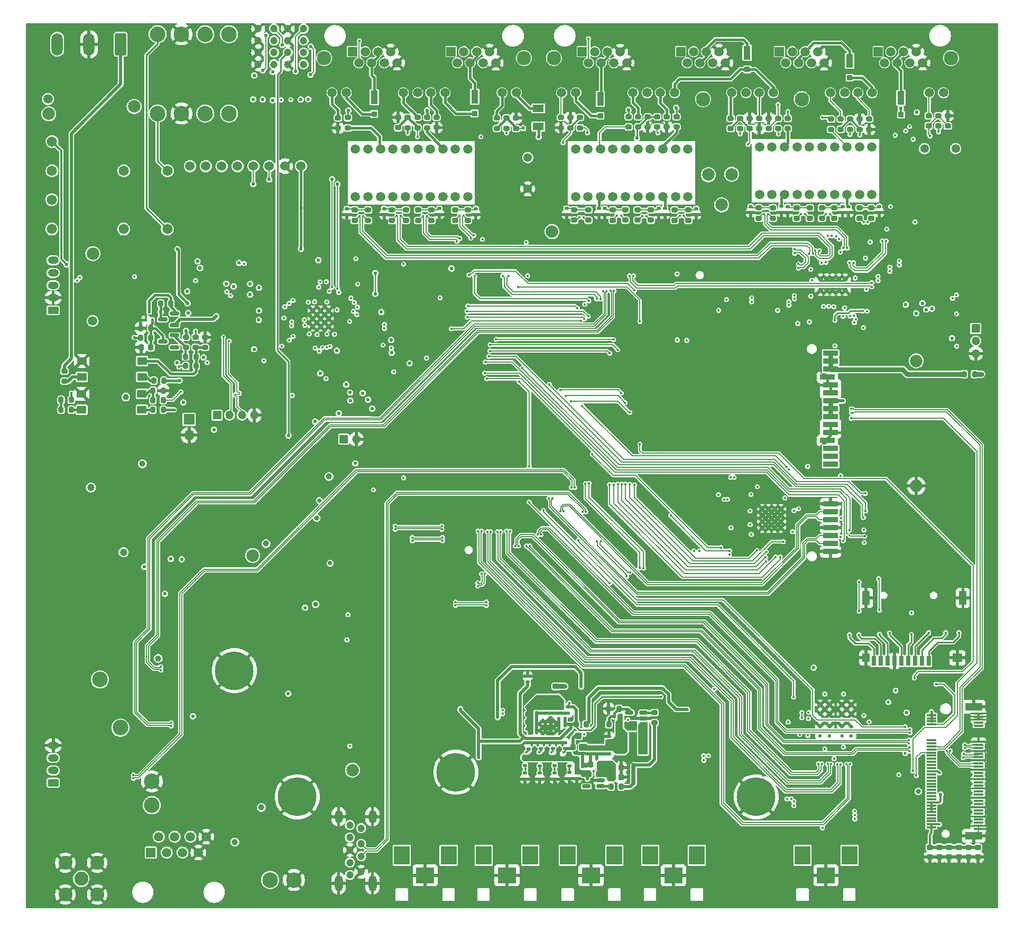
<source format=gbl>
G04 #@! TF.GenerationSoftware,KiCad,Pcbnew,8.0.0-rc1*
G04 #@! TF.CreationDate,2024-05-28T16:40:14+03:00*
G04 #@! TF.ProjectId,MXVR_3566,4d585652-5f33-4353-9636-2e6b69636164,REV1*
G04 #@! TF.SameCoordinates,Original*
G04 #@! TF.FileFunction,Copper,L6,Bot*
G04 #@! TF.FilePolarity,Positive*
%FSLAX46Y46*%
G04 Gerber Fmt 4.6, Leading zero omitted, Abs format (unit mm)*
G04 Created by KiCad (PCBNEW 8.0.0-rc1) date 2024-05-28 16:40:14*
%MOMM*%
%LPD*%
G01*
G04 APERTURE LIST*
G04 Aperture macros list*
%AMRoundRect*
0 Rectangle with rounded corners*
0 $1 Rounding radius*
0 $2 $3 $4 $5 $6 $7 $8 $9 X,Y pos of 4 corners*
0 Add a 4 corners polygon primitive as box body*
4,1,4,$2,$3,$4,$5,$6,$7,$8,$9,$2,$3,0*
0 Add four circle primitives for the rounded corners*
1,1,$1+$1,$2,$3*
1,1,$1+$1,$4,$5*
1,1,$1+$1,$6,$7*
1,1,$1+$1,$8,$9*
0 Add four rect primitives between the rounded corners*
20,1,$1+$1,$2,$3,$4,$5,0*
20,1,$1+$1,$4,$5,$6,$7,0*
20,1,$1+$1,$6,$7,$8,$9,0*
20,1,$1+$1,$8,$9,$2,$3,0*%
G04 Aperture macros list end*
G04 #@! TA.AperFunction,SMDPad,CuDef*
%ADD10RoundRect,0.150000X0.512500X0.150000X-0.512500X0.150000X-0.512500X-0.150000X0.512500X-0.150000X0*%
G04 #@! TD*
G04 #@! TA.AperFunction,ComponentPad*
%ADD11R,1.350000X1.350000*%
G04 #@! TD*
G04 #@! TA.AperFunction,ComponentPad*
%ADD12O,1.350000X1.350000*%
G04 #@! TD*
G04 #@! TA.AperFunction,ComponentPad*
%ADD13C,1.500000*%
G04 #@! TD*
G04 #@! TA.AperFunction,ComponentPad*
%ADD14C,1.381000*%
G04 #@! TD*
G04 #@! TA.AperFunction,ComponentPad*
%ADD15C,0.600000*%
G04 #@! TD*
G04 #@! TA.AperFunction,ComponentPad*
%ADD16C,1.200000*%
G04 #@! TD*
G04 #@! TA.AperFunction,ComponentPad*
%ADD17RoundRect,0.250000X0.625000X-0.350000X0.625000X0.350000X-0.625000X0.350000X-0.625000X-0.350000X0*%
G04 #@! TD*
G04 #@! TA.AperFunction,ComponentPad*
%ADD18O,1.750000X1.200000*%
G04 #@! TD*
G04 #@! TA.AperFunction,ComponentPad*
%ADD19C,2.000000*%
G04 #@! TD*
G04 #@! TA.AperFunction,ComponentPad*
%ADD20R,1.500000X1.500000*%
G04 #@! TD*
G04 #@! TA.AperFunction,ComponentPad*
%ADD21C,2.300000*%
G04 #@! TD*
G04 #@! TA.AperFunction,ComponentPad*
%ADD22C,1.650000*%
G04 #@! TD*
G04 #@! TA.AperFunction,ComponentPad*
%ADD23C,0.800000*%
G04 #@! TD*
G04 #@! TA.AperFunction,ComponentPad*
%ADD24R,1.700000X1.700000*%
G04 #@! TD*
G04 #@! TA.AperFunction,ComponentPad*
%ADD25O,1.700000X1.700000*%
G04 #@! TD*
G04 #@! TA.AperFunction,ComponentPad*
%ADD26C,2.250000*%
G04 #@! TD*
G04 #@! TA.AperFunction,ComponentPad*
%ADD27C,2.500000*%
G04 #@! TD*
G04 #@! TA.AperFunction,ComponentPad*
%ADD28O,2.000000X2.000000*%
G04 #@! TD*
G04 #@! TA.AperFunction,ComponentPad*
%ADD29C,0.900000*%
G04 #@! TD*
G04 #@! TA.AperFunction,ComponentPad*
%ADD30C,6.200000*%
G04 #@! TD*
G04 #@! TA.AperFunction,ComponentPad*
%ADD31RoundRect,0.250000X0.650000X1.550000X-0.650000X1.550000X-0.650000X-1.550000X0.650000X-1.550000X0*%
G04 #@! TD*
G04 #@! TA.AperFunction,ComponentPad*
%ADD32O,1.800000X3.600000*%
G04 #@! TD*
G04 #@! TA.AperFunction,SMDPad,CuDef*
%ADD33RoundRect,0.200000X0.200000X0.275000X-0.200000X0.275000X-0.200000X-0.275000X0.200000X-0.275000X0*%
G04 #@! TD*
G04 #@! TA.AperFunction,SMDPad,CuDef*
%ADD34RoundRect,0.140000X-0.170000X0.140000X-0.170000X-0.140000X0.170000X-0.140000X0.170000X0.140000X0*%
G04 #@! TD*
G04 #@! TA.AperFunction,SMDPad,CuDef*
%ADD35RoundRect,0.200000X-0.275000X0.200000X-0.275000X-0.200000X0.275000X-0.200000X0.275000X0.200000X0*%
G04 #@! TD*
G04 #@! TA.AperFunction,SMDPad,CuDef*
%ADD36RoundRect,0.140000X0.170000X-0.140000X0.170000X0.140000X-0.170000X0.140000X-0.170000X-0.140000X0*%
G04 #@! TD*
G04 #@! TA.AperFunction,SMDPad,CuDef*
%ADD37RoundRect,0.150000X0.587500X0.150000X-0.587500X0.150000X-0.587500X-0.150000X0.587500X-0.150000X0*%
G04 #@! TD*
G04 #@! TA.AperFunction,SMDPad,CuDef*
%ADD38RoundRect,0.200000X0.275000X-0.200000X0.275000X0.200000X-0.275000X0.200000X-0.275000X-0.200000X0*%
G04 #@! TD*
G04 #@! TA.AperFunction,SMDPad,CuDef*
%ADD39R,1.120000X2.170000*%
G04 #@! TD*
G04 #@! TA.AperFunction,SMDPad,CuDef*
%ADD40R,0.850000X0.850000*%
G04 #@! TD*
G04 #@! TA.AperFunction,SMDPad,CuDef*
%ADD41RoundRect,0.218750X0.218750X0.256250X-0.218750X0.256250X-0.218750X-0.256250X0.218750X-0.256250X0*%
G04 #@! TD*
G04 #@! TA.AperFunction,SMDPad,CuDef*
%ADD42RoundRect,0.135000X0.185000X-0.135000X0.185000X0.135000X-0.185000X0.135000X-0.185000X-0.135000X0*%
G04 #@! TD*
G04 #@! TA.AperFunction,SMDPad,CuDef*
%ADD43R,1.000000X1.000000*%
G04 #@! TD*
G04 #@! TA.AperFunction,SMDPad,CuDef*
%ADD44RoundRect,0.140000X0.140000X0.170000X-0.140000X0.170000X-0.140000X-0.170000X0.140000X-0.170000X0*%
G04 #@! TD*
G04 #@! TA.AperFunction,SMDPad,CuDef*
%ADD45RoundRect,0.140000X-0.140000X-0.170000X0.140000X-0.170000X0.140000X0.170000X-0.140000X0.170000X0*%
G04 #@! TD*
G04 #@! TA.AperFunction,SMDPad,CuDef*
%ADD46RoundRect,0.200000X-0.200000X-0.275000X0.200000X-0.275000X0.200000X0.275000X-0.200000X0.275000X0*%
G04 #@! TD*
G04 #@! TA.AperFunction,ComponentPad*
%ADD47R,2.500000X3.000000*%
G04 #@! TD*
G04 #@! TA.AperFunction,ComponentPad*
%ADD48R,3.000000X2.500000*%
G04 #@! TD*
G04 #@! TA.AperFunction,SMDPad,CuDef*
%ADD49RoundRect,0.225000X-0.225000X-0.250000X0.225000X-0.250000X0.225000X0.250000X-0.225000X0.250000X0*%
G04 #@! TD*
G04 #@! TA.AperFunction,SMDPad,CuDef*
%ADD50RoundRect,0.225000X-0.250000X0.225000X-0.250000X-0.225000X0.250000X-0.225000X0.250000X0.225000X0*%
G04 #@! TD*
G04 #@! TA.AperFunction,SMDPad,CuDef*
%ADD51R,1.800000X1.200000*%
G04 #@! TD*
G04 #@! TA.AperFunction,SMDPad,CuDef*
%ADD52R,1.500000X1.250000*%
G04 #@! TD*
G04 #@! TA.AperFunction,SMDPad,CuDef*
%ADD53R,0.400000X0.510000*%
G04 #@! TD*
G04 #@! TA.AperFunction,SMDPad,CuDef*
%ADD54R,1.550000X0.300000*%
G04 #@! TD*
G04 #@! TA.AperFunction,SMDPad,CuDef*
%ADD55R,2.750000X1.200000*%
G04 #@! TD*
G04 #@! TA.AperFunction,SMDPad,CuDef*
%ADD56R,1.500000X2.500000*%
G04 #@! TD*
G04 #@! TA.AperFunction,ComponentPad*
%ADD57O,3.200000X2.000000*%
G04 #@! TD*
G04 #@! TA.AperFunction,SMDPad,CuDef*
%ADD58R,2.400000X0.900000*%
G04 #@! TD*
G04 #@! TA.AperFunction,ComponentPad*
%ADD59O,1.300000X2.100000*%
G04 #@! TD*
G04 #@! TA.AperFunction,ComponentPad*
%ADD60O,1.300000X2.600000*%
G04 #@! TD*
G04 #@! TA.AperFunction,SMDPad,CuDef*
%ADD61RoundRect,0.225000X0.225000X0.250000X-0.225000X0.250000X-0.225000X-0.250000X0.225000X-0.250000X0*%
G04 #@! TD*
G04 #@! TA.AperFunction,ComponentPad*
%ADD62C,1.524000*%
G04 #@! TD*
G04 #@! TA.AperFunction,SMDPad,CuDef*
%ADD63R,0.700000X1.600000*%
G04 #@! TD*
G04 #@! TA.AperFunction,SMDPad,CuDef*
%ADD64R,1.200000X1.400000*%
G04 #@! TD*
G04 #@! TA.AperFunction,SMDPad,CuDef*
%ADD65R,1.200000X2.200000*%
G04 #@! TD*
G04 #@! TA.AperFunction,SMDPad,CuDef*
%ADD66R,1.600000X1.400000*%
G04 #@! TD*
G04 #@! TA.AperFunction,SMDPad,CuDef*
%ADD67RoundRect,0.218750X-0.381250X0.218750X-0.381250X-0.218750X0.381250X-0.218750X0.381250X0.218750X0*%
G04 #@! TD*
G04 #@! TA.AperFunction,ViaPad*
%ADD68C,0.600000*%
G04 #@! TD*
G04 #@! TA.AperFunction,ViaPad*
%ADD69C,0.400000*%
G04 #@! TD*
G04 #@! TA.AperFunction,ViaPad*
%ADD70C,0.800000*%
G04 #@! TD*
G04 #@! TA.AperFunction,ViaPad*
%ADD71C,1.500000*%
G04 #@! TD*
G04 #@! TA.AperFunction,ViaPad*
%ADD72C,1.200000*%
G04 #@! TD*
G04 #@! TA.AperFunction,ViaPad*
%ADD73C,1.000000*%
G04 #@! TD*
G04 #@! TA.AperFunction,ViaPad*
%ADD74C,0.500000*%
G04 #@! TD*
G04 #@! TA.AperFunction,ViaPad*
%ADD75C,0.508000*%
G04 #@! TD*
G04 #@! TA.AperFunction,ViaPad*
%ADD76C,0.700000*%
G04 #@! TD*
G04 #@! TA.AperFunction,ViaPad*
%ADD77C,2.500000*%
G04 #@! TD*
G04 #@! TA.AperFunction,ViaPad*
%ADD78C,0.650000*%
G04 #@! TD*
G04 #@! TA.AperFunction,Conductor*
%ADD79C,0.254000*%
G04 #@! TD*
G04 #@! TA.AperFunction,Conductor*
%ADD80C,0.200000*%
G04 #@! TD*
G04 #@! TA.AperFunction,Conductor*
%ADD81C,0.381000*%
G04 #@! TD*
G04 #@! TA.AperFunction,Conductor*
%ADD82C,0.168300*%
G04 #@! TD*
G04 #@! TA.AperFunction,Conductor*
%ADD83C,0.127000*%
G04 #@! TD*
G04 #@! TA.AperFunction,Conductor*
%ADD84C,0.150000*%
G04 #@! TD*
G04 #@! TA.AperFunction,Conductor*
%ADD85C,0.300000*%
G04 #@! TD*
G04 #@! TA.AperFunction,Conductor*
%ADD86C,0.508000*%
G04 #@! TD*
G04 #@! TA.AperFunction,Conductor*
%ADD87C,0.762000*%
G04 #@! TD*
G04 #@! TA.AperFunction,Conductor*
%ADD88C,0.400000*%
G04 #@! TD*
G04 #@! TA.AperFunction,Conductor*
%ADD89C,0.350000*%
G04 #@! TD*
G04 #@! TA.AperFunction,Conductor*
%ADD90C,0.635000*%
G04 #@! TD*
G04 #@! TA.AperFunction,Conductor*
%ADD91C,0.152400*%
G04 #@! TD*
G04 #@! TA.AperFunction,Conductor*
%ADD92C,0.145600*%
G04 #@! TD*
G04 #@! TA.AperFunction,Conductor*
%ADD93C,0.182770*%
G04 #@! TD*
G04 #@! TA.AperFunction,Conductor*
%ADD94C,0.180000*%
G04 #@! TD*
G04 #@! TA.AperFunction,Conductor*
%ADD95C,0.781000*%
G04 #@! TD*
G04 #@! TA.AperFunction,Conductor*
%ADD96C,0.310000*%
G04 #@! TD*
G04 #@! TA.AperFunction,Conductor*
%ADD97C,0.782000*%
G04 #@! TD*
G04 APERTURE END LIST*
D10*
X139637510Y-145977510D03*
X139637510Y-146927510D03*
X139637510Y-147877510D03*
X137362510Y-147877510D03*
X137362510Y-145977510D03*
D11*
X199730000Y-74560000D03*
D12*
X199730000Y-76560000D03*
X199730000Y-78560000D03*
D13*
X100390000Y-53470000D03*
X102390000Y-53470000D03*
X104390000Y-53470000D03*
X106390000Y-53470000D03*
X108390000Y-53470000D03*
X110390000Y-53470000D03*
X112390000Y-53470000D03*
X114390000Y-53470000D03*
X116390000Y-53470000D03*
X118390000Y-53470000D03*
X118390000Y-45850000D03*
X116390000Y-45850000D03*
X114390000Y-45850000D03*
X112390000Y-45850000D03*
X110390000Y-45850000D03*
X108390000Y-45850000D03*
X106390000Y-45850000D03*
X104390000Y-45850000D03*
X102390000Y-45850000D03*
X100390000Y-45850000D03*
D14*
X127980000Y-52180000D03*
X127980000Y-47180000D03*
D15*
X174810000Y-139785000D03*
X176310000Y-139785000D03*
X178310000Y-139785000D03*
X179810000Y-139785000D03*
X174810000Y-138285000D03*
X176310000Y-138285000D03*
X178310000Y-138285000D03*
X179810000Y-138285000D03*
X174810000Y-136285000D03*
X176310000Y-136285000D03*
X178310000Y-136285000D03*
X179810000Y-136285000D03*
X174810000Y-134785000D03*
X176310000Y-134785000D03*
X178310000Y-134785000D03*
X179810000Y-134785000D03*
D16*
X92090000Y-32240000D03*
X89550000Y-32240000D03*
X92090000Y-30340000D03*
X89550000Y-30340000D03*
X92090000Y-28440000D03*
X89550000Y-28440000D03*
X92090000Y-26540000D03*
X89550000Y-26540000D03*
D17*
X51980000Y-147320000D03*
D18*
X51980000Y-145320000D03*
X51980000Y-143320000D03*
X51980000Y-141320000D03*
D19*
X64940000Y-39000000D03*
D16*
X84810000Y-26540000D03*
X87350000Y-26540000D03*
X84810000Y-28440000D03*
X87350000Y-28440000D03*
X84810000Y-30340000D03*
X87350000Y-30340000D03*
X84810000Y-32240000D03*
X87350000Y-32240000D03*
D15*
X165533023Y-103462754D03*
X165533023Y-104462754D03*
X165533023Y-105462754D03*
X165533023Y-106462754D03*
X166533023Y-103462754D03*
X166533023Y-104462754D03*
X166533023Y-105462754D03*
X166533023Y-106462754D03*
X167533023Y-103462754D03*
X167533023Y-104462754D03*
X167533023Y-105462754D03*
X167533023Y-106462754D03*
X168533023Y-103462754D03*
X168533023Y-104462754D03*
X168533023Y-105462754D03*
X168533023Y-106462754D03*
D20*
X99910000Y-30210000D03*
X115710000Y-30210000D03*
D13*
X100930000Y-31990000D03*
X116730000Y-31990000D03*
X101950000Y-30210000D03*
X117750000Y-30210000D03*
X102970000Y-31990000D03*
X118770000Y-31990000D03*
X103990000Y-30210000D03*
X119790000Y-30210000D03*
X105010000Y-31990000D03*
X120810000Y-31990000D03*
X106030000Y-30210000D03*
X121830000Y-30210000D03*
X107050000Y-31990000D03*
X122850000Y-31990000D03*
X98920000Y-36800000D03*
X96630000Y-36800000D03*
X110350000Y-36800000D03*
X108060000Y-36800000D03*
X114730000Y-36800000D03*
X112440000Y-36800000D03*
X126160000Y-36800000D03*
X123870000Y-36800000D03*
D21*
X127380000Y-31230000D03*
X95380000Y-31230000D03*
D19*
X156910000Y-49920000D03*
D15*
X96095000Y-71685000D03*
X94820000Y-71685000D03*
X93545000Y-71685000D03*
X96095000Y-72960000D03*
X94820000Y-72960000D03*
X93545000Y-72960000D03*
X96095000Y-74235000D03*
X94820000Y-74235000D03*
X93545000Y-74235000D03*
D19*
X159040000Y-54750000D03*
D22*
X51800000Y-44610000D03*
X51800000Y-49310000D03*
X63300000Y-49310000D03*
X70300000Y-49310000D03*
D23*
X178840000Y-68440000D03*
X178840000Y-66650000D03*
X177840000Y-68440000D03*
X177840000Y-66650000D03*
X176840000Y-68440000D03*
X176840000Y-66650000D03*
X175840000Y-68440000D03*
X175840000Y-66650000D03*
X174840000Y-68440000D03*
X174840000Y-66650000D03*
D24*
X73735000Y-89120000D03*
D25*
X73735000Y-91660000D03*
D11*
X78220000Y-88430000D03*
D12*
X80220000Y-88430000D03*
X82220000Y-88430000D03*
X84220000Y-88430000D03*
D26*
X56470000Y-162660000D03*
X53920000Y-165210000D03*
X59020000Y-165210000D03*
X59020000Y-160110000D03*
X53920000Y-160110000D03*
D19*
X51270000Y-40170000D03*
D15*
X130380810Y-139455894D03*
X131209862Y-139455894D03*
X132103937Y-139455894D03*
X131209862Y-138436160D03*
X130380810Y-138436156D03*
X132103937Y-138436156D03*
X130380810Y-137313398D03*
X131209862Y-137313398D03*
X132103937Y-137313398D03*
D20*
X136695000Y-30210000D03*
X152495000Y-30210000D03*
X168295000Y-30210000D03*
X184095000Y-30210000D03*
D13*
X137715000Y-31990000D03*
X153515000Y-31990000D03*
X169315000Y-31990000D03*
X185115000Y-31990000D03*
X138735000Y-30210000D03*
X154535000Y-30210000D03*
X170335000Y-30210000D03*
X186135000Y-30210000D03*
X139755000Y-31990000D03*
X155555000Y-31990000D03*
X171355000Y-31990000D03*
X187155000Y-31990000D03*
X140775000Y-30210000D03*
X156575000Y-30210000D03*
X172375000Y-30210000D03*
X188175000Y-30210000D03*
X141795000Y-31990000D03*
X157595000Y-31990000D03*
X173395000Y-31990000D03*
X189195000Y-31990000D03*
X142815000Y-30210000D03*
X158615000Y-30210000D03*
X174415000Y-30210000D03*
X190215000Y-30210000D03*
X143835000Y-31990000D03*
X159635000Y-31990000D03*
X175435000Y-31990000D03*
X191235000Y-31990000D03*
X135695000Y-36800000D03*
X133405000Y-36800000D03*
X147125000Y-36800000D03*
X144835000Y-36800000D03*
X151505000Y-36800000D03*
X149215000Y-36800000D03*
X162935000Y-36800000D03*
X160645000Y-36800000D03*
X167315000Y-36800000D03*
X165025000Y-36800000D03*
X178745000Y-36800000D03*
X176455000Y-36800000D03*
X183125000Y-36800000D03*
X180835000Y-36800000D03*
X194555000Y-36800000D03*
X192265000Y-36800000D03*
D21*
X195765000Y-31230000D03*
X171865000Y-37820000D03*
X156065000Y-37820000D03*
X132165000Y-31230000D03*
D19*
X99920000Y-145280000D03*
D17*
X51970000Y-71640000D03*
D18*
X51970000Y-69640000D03*
X51970000Y-67640000D03*
X51970000Y-65640000D03*
X51970000Y-63640000D03*
D22*
X51760000Y-53930000D03*
X51760000Y-58630000D03*
X63260000Y-58630000D03*
X70260000Y-58630000D03*
D27*
X68715000Y-27420000D03*
X72525000Y-27420000D03*
X76335000Y-27420000D03*
X80145000Y-27420000D03*
X68715000Y-40120000D03*
X72525000Y-40120000D03*
X76335000Y-40120000D03*
X80145000Y-40120000D03*
D19*
X131870000Y-59020000D03*
D27*
X67780000Y-147090000D03*
X67780000Y-150900000D03*
D19*
X83930000Y-110910000D03*
X58340000Y-62560000D03*
D28*
X190200000Y-79740000D03*
X190200000Y-99740000D03*
D29*
X164570000Y-152150000D03*
X162720000Y-151400000D03*
X166420000Y-151400000D03*
X161970000Y-149550000D03*
D30*
X164570000Y-149550000D03*
D29*
X167170000Y-149550000D03*
X162720000Y-147700000D03*
X166420000Y-147700000D03*
X164570000Y-146950000D03*
D13*
X135630000Y-53450000D03*
X137630000Y-53450000D03*
X139630000Y-53450000D03*
X141630000Y-53450000D03*
X143630000Y-53450000D03*
X145630000Y-53450000D03*
X147630000Y-53450000D03*
X149630000Y-53450000D03*
X151630000Y-53450000D03*
X153630000Y-53450000D03*
X153630000Y-45830000D03*
X151630000Y-45830000D03*
X149630000Y-45830000D03*
X147630000Y-45830000D03*
X145630000Y-45830000D03*
X143630000Y-45830000D03*
X141630000Y-45830000D03*
X139630000Y-45830000D03*
X137630000Y-45830000D03*
X135630000Y-45830000D03*
D31*
X62802500Y-29027500D03*
D32*
X57722500Y-29027500D03*
X52642500Y-29027500D03*
D20*
X67615000Y-158477500D03*
D13*
X68885000Y-155937500D03*
X70155000Y-158477500D03*
X71425000Y-155937500D03*
X72695000Y-158477500D03*
X73965000Y-155937500D03*
X75235000Y-158477500D03*
X76505000Y-155937500D03*
D29*
X91070000Y-152150000D03*
X89220000Y-151400000D03*
X92920000Y-151400000D03*
X88470000Y-149550000D03*
D30*
X91070000Y-149550000D03*
D29*
X93670000Y-149550000D03*
X89220000Y-147700000D03*
X92920000Y-147700000D03*
X91070000Y-146950000D03*
D11*
X98520000Y-92270000D03*
D12*
X100520000Y-92270000D03*
D13*
X165110000Y-53130000D03*
X167110000Y-53130000D03*
X169110000Y-53130000D03*
X171110000Y-53130000D03*
X173110000Y-53130000D03*
X175110000Y-53130000D03*
X177110000Y-53130000D03*
X179110000Y-53130000D03*
X181110000Y-53130000D03*
X183110000Y-53130000D03*
X183110000Y-45510000D03*
X181110000Y-45510000D03*
X179110000Y-45510000D03*
X177110000Y-45510000D03*
X175110000Y-45510000D03*
X173110000Y-45510000D03*
X171110000Y-45510000D03*
X169110000Y-45510000D03*
X167110000Y-45510000D03*
X165110000Y-45510000D03*
D19*
X160650000Y-49850000D03*
D33*
X142955000Y-147950000D03*
X141305000Y-147950000D03*
D34*
X139350000Y-55340000D03*
X139350000Y-56300000D03*
X135850010Y-145660010D03*
X135850010Y-146620010D03*
D35*
X108450000Y-55575000D03*
X108450000Y-57225000D03*
X116360000Y-55570000D03*
X116360000Y-57220000D03*
D34*
X119660000Y-55350000D03*
X119660000Y-56310000D03*
D36*
X130082510Y-141870010D03*
X130082510Y-140910010D03*
D37*
X71395000Y-72120000D03*
X71395000Y-74020000D03*
X69520000Y-73070000D03*
X71420000Y-75660000D03*
X71420000Y-77560000D03*
X69545000Y-76610000D03*
D34*
X134620010Y-145660010D03*
X134620010Y-146620010D03*
D38*
X53770000Y-83005000D03*
X53770000Y-81355000D03*
D34*
X104990000Y-55360000D03*
X104990000Y-56320000D03*
D35*
X167210000Y-55240000D03*
X167210000Y-56890000D03*
X151500000Y-55570000D03*
X151500000Y-57220000D03*
D38*
X145665000Y-42280000D03*
X145665000Y-40630000D03*
D36*
X129102510Y-141870010D03*
X129102510Y-140910010D03*
D34*
X133380010Y-135170010D03*
X133380010Y-136130010D03*
D14*
X196510000Y-45760000D03*
X191510000Y-45760000D03*
D39*
X163130000Y-30380000D03*
D40*
X163130000Y-33060000D03*
D35*
X163530000Y-40895000D03*
X163530000Y-42545000D03*
D41*
X136790010Y-141580010D03*
X135215010Y-141580010D03*
D35*
X145590000Y-55555000D03*
X145590000Y-57205000D03*
X126100000Y-40860000D03*
X126100000Y-42510000D03*
X111840000Y-40745000D03*
X111840000Y-42395000D03*
D42*
X129920010Y-146710010D03*
X129920010Y-145690010D03*
D43*
X136050010Y-139760010D03*
D44*
X133950000Y-137090000D03*
X132990000Y-137090000D03*
D35*
X168090000Y-40885000D03*
X168090000Y-42535000D03*
D29*
X83600000Y-129350000D03*
X82850000Y-131200000D03*
X82850000Y-127500000D03*
X81000000Y-131950000D03*
D30*
X81000000Y-129350000D03*
D29*
X81000000Y-126750000D03*
X79150000Y-131200000D03*
X79150000Y-127500000D03*
X78400000Y-129350000D03*
D45*
X128410010Y-136170010D03*
X129370010Y-136170010D03*
D35*
X183000000Y-55225000D03*
X183000000Y-56875000D03*
D36*
X128122510Y-141880010D03*
X128122510Y-140920010D03*
D46*
X140925010Y-135440010D03*
X142575010Y-135440010D03*
D36*
X127970010Y-131190010D03*
X127970010Y-130230010D03*
D47*
X179490000Y-158920010D03*
X171990000Y-158920010D03*
D48*
X175740000Y-162120010D03*
D34*
X141030010Y-141750010D03*
X141030010Y-142710010D03*
D35*
X173150000Y-55245000D03*
X173150000Y-56895000D03*
X182680000Y-41000000D03*
X182680000Y-42650000D03*
X134840000Y-40755000D03*
X134840000Y-42405000D03*
D49*
X141375010Y-146400010D03*
X142925010Y-146400010D03*
D33*
X74860000Y-80570000D03*
X73210000Y-80570000D03*
D38*
X76280000Y-77575000D03*
X76280000Y-75925000D03*
D33*
X69720000Y-82910000D03*
X68070000Y-82910000D03*
D35*
X171030000Y-55245000D03*
X171030000Y-56895000D03*
D38*
X73240000Y-77585000D03*
X73240000Y-75935000D03*
D50*
X192395000Y-157640000D03*
X192395000Y-159190000D03*
D35*
X118390000Y-55575000D03*
X118390000Y-57225000D03*
D10*
X146517510Y-136060010D03*
X146517510Y-137010010D03*
X146517510Y-137960010D03*
X144242510Y-137960010D03*
X144242510Y-136060010D03*
D35*
X193710000Y-40470000D03*
X193710000Y-42120000D03*
X161990000Y-40895000D03*
X161990000Y-42545000D03*
X136370000Y-40755000D03*
X136370000Y-42405000D03*
D36*
X141030010Y-140820010D03*
X141030010Y-139860010D03*
D33*
X54885000Y-85990000D03*
X53235000Y-85990000D03*
D45*
X128420010Y-137190010D03*
X129380010Y-137190010D03*
D35*
X195230000Y-40470000D03*
X195230000Y-42120000D03*
X141590000Y-55565000D03*
X141590000Y-57215000D03*
D41*
X137327500Y-137970000D03*
X135752500Y-137970000D03*
D36*
X133022510Y-141870010D03*
X133022510Y-140910010D03*
D35*
X100270000Y-55585000D03*
X100270000Y-57235000D03*
D39*
X139600000Y-37800000D03*
D40*
X139600000Y-40480000D03*
D35*
X106240000Y-55585000D03*
X106240000Y-57235000D03*
D34*
X140330000Y-55340000D03*
X140330000Y-56300000D03*
D51*
X129690000Y-42195000D03*
X129690000Y-39295000D03*
D29*
X119065014Y-145615000D03*
X118315014Y-147465000D03*
X118315014Y-143765000D03*
X116465014Y-148215000D03*
D30*
X116465014Y-145615000D03*
D29*
X116465014Y-143015000D03*
X114615014Y-147465000D03*
X114615014Y-143765000D03*
X113865014Y-145615000D03*
D35*
X151795000Y-40620000D03*
X151795000Y-42270000D03*
D42*
X132300010Y-146710010D03*
X132300010Y-145690010D03*
D35*
X110310000Y-40740000D03*
X110310000Y-42390000D03*
X178110000Y-41000000D03*
X178110000Y-42650000D03*
X176580000Y-41020000D03*
X176580000Y-42670000D03*
D34*
X132380010Y-135170010D03*
X132380010Y-136130010D03*
D47*
X115310000Y-158920010D03*
X107810000Y-158920010D03*
D48*
X111560000Y-162120010D03*
D35*
X110440000Y-55585000D03*
X110440000Y-57235000D03*
D52*
X56530000Y-87570000D03*
X56530000Y-85030000D03*
X66190000Y-85030000D03*
X66190000Y-87570000D03*
D34*
X179320000Y-55030000D03*
X179320000Y-55990000D03*
X163700000Y-55020000D03*
X163700000Y-55980000D03*
X178380000Y-55010000D03*
X178380000Y-55970000D03*
D49*
X141375010Y-144865010D03*
X142925010Y-144865010D03*
D38*
X74760000Y-77575000D03*
X74760000Y-75925000D03*
D39*
X179525000Y-31705000D03*
D40*
X179525000Y-34385000D03*
D35*
X143600000Y-55550000D03*
X143600000Y-57200000D03*
X166570000Y-40900000D03*
X166570000Y-42550000D03*
D33*
X74855000Y-79050000D03*
X73205000Y-79050000D03*
D53*
X67830000Y-73195000D03*
X66830000Y-73195000D03*
X67330000Y-71905000D03*
D54*
X200184900Y-154715000D03*
X192634900Y-154465000D03*
X200184900Y-154215000D03*
X192634900Y-153965000D03*
X200184900Y-153715000D03*
X192634900Y-153465000D03*
X200184900Y-153215000D03*
X192634900Y-152965000D03*
X200184900Y-152715000D03*
X192634900Y-152465000D03*
X200184900Y-152215000D03*
X192634900Y-151965000D03*
X200184900Y-151715000D03*
X192634900Y-151465000D03*
X200184900Y-151215000D03*
X192634900Y-150965000D03*
X200184900Y-150715000D03*
X192634900Y-150465000D03*
X200184900Y-150215000D03*
X192634900Y-149965000D03*
X200184900Y-149715000D03*
X192634900Y-149465000D03*
X200184900Y-149215000D03*
X192634900Y-148965000D03*
X200184900Y-148715000D03*
X192634900Y-148465000D03*
X200184900Y-148215000D03*
X192634900Y-147965000D03*
X200184900Y-147715000D03*
X192634900Y-147465000D03*
X200184900Y-147215000D03*
X192634900Y-146965000D03*
X200184900Y-146715000D03*
X192634900Y-146465000D03*
X200184900Y-146215000D03*
X192634900Y-145965000D03*
X200184900Y-145715000D03*
X192634900Y-145465000D03*
X200184900Y-145215000D03*
X192634900Y-144965000D03*
X200184900Y-144715000D03*
X192634900Y-144465000D03*
X200184900Y-144215000D03*
X192634900Y-143965000D03*
X200184900Y-143715000D03*
X192634900Y-143465000D03*
X200184900Y-143215000D03*
X192634900Y-142965000D03*
X200184900Y-142715000D03*
X192634900Y-142465000D03*
X200184900Y-142215000D03*
X192634900Y-141965000D03*
X200184900Y-141715000D03*
X192634900Y-141465000D03*
X200184900Y-141215000D03*
X192634900Y-140965000D03*
X200184900Y-140715000D03*
X192634900Y-140465000D03*
X200184900Y-138215000D03*
X192634900Y-137965000D03*
X200184900Y-137715000D03*
X192634900Y-137465000D03*
X200184900Y-137215000D03*
X192634900Y-136965000D03*
X200184900Y-136715000D03*
X192634900Y-136465000D03*
X200184900Y-136215000D03*
D55*
X199409900Y-155815000D03*
X199409900Y-135115000D03*
D35*
X102420000Y-55585000D03*
X102420000Y-57235000D03*
D42*
X134660010Y-144650010D03*
X134660010Y-143630010D03*
D35*
X165050000Y-40895000D03*
X165050000Y-42545000D03*
X192180000Y-40470000D03*
X192180000Y-42120000D03*
D50*
X195475000Y-157640000D03*
X195475000Y-159190000D03*
D42*
X127540010Y-146730010D03*
X127540010Y-145710010D03*
D35*
X177090000Y-55230000D03*
X177090000Y-56880000D03*
D46*
X140955010Y-137970010D03*
X142605010Y-137970010D03*
D35*
X160470000Y-40885000D03*
X160470000Y-42535000D03*
D42*
X129910010Y-144620010D03*
X129910010Y-143600010D03*
D35*
X113360000Y-40735000D03*
X113360000Y-42385000D03*
X133310000Y-40740000D03*
X133310000Y-42390000D03*
X147690000Y-55555000D03*
X147690000Y-57205000D03*
X99160000Y-40780000D03*
X99160000Y-42430000D03*
X181160000Y-41000000D03*
X181160000Y-42650000D03*
X153680000Y-55570000D03*
X153680000Y-57220000D03*
X148735000Y-40635000D03*
X148735000Y-42285000D03*
X135450000Y-55555000D03*
X135450000Y-57205000D03*
X108780000Y-40740000D03*
X108780000Y-42390000D03*
D50*
X198545000Y-157660000D03*
X198545000Y-159210000D03*
D45*
X135840010Y-143620010D03*
X136800010Y-143620010D03*
D44*
X142820010Y-136700010D03*
X141860010Y-136700010D03*
D46*
X197895000Y-81850000D03*
X199545000Y-81850000D03*
X53235000Y-87580000D03*
X54885000Y-87580000D03*
X67955000Y-86020000D03*
X69605000Y-86020000D03*
D35*
X123070000Y-40850000D03*
X123070000Y-42500000D03*
D56*
X146426746Y-141330010D03*
X142726746Y-141330010D03*
D45*
X128420010Y-138220010D03*
X129380010Y-138220010D03*
D34*
X154950000Y-55345000D03*
X154950000Y-56305000D03*
D35*
X164960000Y-55235000D03*
X164960000Y-56885000D03*
X175080000Y-55245000D03*
X175080000Y-56895000D03*
X112575000Y-55575000D03*
X112575000Y-57225000D03*
D57*
X174240000Y-113135000D03*
X174240000Y-75715000D03*
D58*
X176480000Y-96315000D03*
X176480000Y-95035000D03*
X176480000Y-93765000D03*
X175980000Y-92495000D03*
X176480000Y-91225000D03*
X176480000Y-89955000D03*
X176480000Y-88685000D03*
X176480000Y-87415000D03*
X176480000Y-86145000D03*
X176480000Y-84875000D03*
X176480000Y-83605000D03*
X175980000Y-82335000D03*
X176480000Y-81065000D03*
X176480000Y-79795000D03*
X176480000Y-78525000D03*
X176480000Y-110275000D03*
X176480000Y-109005000D03*
X176480000Y-107735000D03*
X176480000Y-106465000D03*
X176480000Y-105195000D03*
X176480000Y-103925000D03*
X176480000Y-102655000D03*
D34*
X169630000Y-55010000D03*
X169630000Y-55970000D03*
D39*
X103385000Y-37520000D03*
D40*
X103385000Y-40200000D03*
D46*
X65975000Y-74500000D03*
X67625000Y-74500000D03*
D33*
X69620000Y-84480000D03*
X67970000Y-84480000D03*
D50*
X197015000Y-157645000D03*
X197015000Y-159195000D03*
D16*
X101300000Y-154580000D03*
X101300000Y-157080000D03*
X101300000Y-159080000D03*
X101300000Y-161580000D03*
X99500000Y-162080000D03*
X99500000Y-160080000D03*
X99500000Y-158080000D03*
X99500000Y-156080000D03*
X99500000Y-154080000D03*
D59*
X97690000Y-152730000D03*
D60*
X97690000Y-163430000D03*
D59*
X103110000Y-152730000D03*
D60*
X103110000Y-163430000D03*
D39*
X187765000Y-37615000D03*
D40*
X187765000Y-40295000D03*
D35*
X97600000Y-40790000D03*
X97600000Y-42440000D03*
D34*
X148960000Y-55330000D03*
X148960000Y-56290000D03*
D36*
X131062510Y-141870010D03*
X131062510Y-140910010D03*
D38*
X147205000Y-42285000D03*
X147205000Y-40635000D03*
D47*
X155070000Y-158920010D03*
X147570000Y-158920010D03*
D48*
X151320000Y-162120010D03*
D35*
X181120000Y-55235000D03*
X181120000Y-56885000D03*
D34*
X134200000Y-55330000D03*
X134200000Y-56290000D03*
D45*
X128420010Y-139230010D03*
X129380010Y-139230010D03*
D35*
X124580000Y-40855000D03*
X124580000Y-42505000D03*
X144105000Y-40620000D03*
X144105000Y-42270000D03*
D50*
X200070000Y-157665000D03*
X200070000Y-159215000D03*
D34*
X130350010Y-135170010D03*
X130350010Y-136130010D03*
D35*
X169640000Y-40885000D03*
X169640000Y-42535000D03*
D33*
X69605000Y-87560000D03*
X67955000Y-87560000D03*
D46*
X65975000Y-76010000D03*
X67625000Y-76010000D03*
D47*
X128400000Y-158920010D03*
X120900000Y-158920010D03*
D48*
X124650000Y-162120010D03*
D44*
X133950000Y-138090000D03*
X132990000Y-138090000D03*
D61*
X139620010Y-144370010D03*
X138070010Y-144370010D03*
D47*
X141870000Y-158920010D03*
X134370000Y-158920010D03*
D48*
X138120000Y-162120010D03*
D39*
X119475000Y-37430000D03*
D40*
X119475000Y-40110000D03*
D34*
X139040010Y-141750010D03*
X139040010Y-142710010D03*
D45*
X135830010Y-144600010D03*
X136790010Y-144600010D03*
D34*
X184260000Y-55010000D03*
X184260000Y-55970000D03*
D35*
X150255000Y-40620000D03*
X150255000Y-42270000D03*
D33*
X70835000Y-70530000D03*
X69185000Y-70530000D03*
D38*
X148260000Y-137695000D03*
X148260000Y-136045000D03*
D34*
X134410010Y-135170010D03*
X134410010Y-136130010D03*
D36*
X134002510Y-141870010D03*
X134002510Y-140910010D03*
X132042510Y-141870010D03*
X132042510Y-140910010D03*
D34*
X168590000Y-55000000D03*
X168590000Y-55960000D03*
D42*
X132300010Y-144550010D03*
X132300010Y-143530010D03*
D34*
X99010000Y-55360000D03*
X99010000Y-56320000D03*
D52*
X56552500Y-82317500D03*
X56552500Y-79777500D03*
X66212500Y-79777500D03*
X66212500Y-82317500D03*
D27*
X90530000Y-162870000D03*
X86720000Y-162870000D03*
D35*
X179620000Y-41000000D03*
X179620000Y-42650000D03*
D34*
X113830000Y-55340000D03*
X113830000Y-56300000D03*
D49*
X66035000Y-77550000D03*
X67585000Y-77550000D03*
D42*
X127550010Y-144550010D03*
X127550010Y-143530010D03*
D35*
X107250000Y-40735000D03*
X107250000Y-42385000D03*
D62*
X91670000Y-48560000D03*
X89130000Y-48560000D03*
X86590000Y-48560000D03*
X84050000Y-48560000D03*
X81510000Y-48560000D03*
X78970000Y-48560000D03*
X76430000Y-48560000D03*
X73890000Y-48560000D03*
D34*
X138030010Y-141750010D03*
X138030010Y-142710010D03*
D50*
X193925000Y-157640000D03*
X193925000Y-159190000D03*
D35*
X137700000Y-55555000D03*
X137700000Y-57205000D03*
D63*
X192180000Y-127800000D03*
X191080000Y-127800000D03*
X189980000Y-127800000D03*
X188880000Y-127800000D03*
X187780000Y-127800000D03*
X186680000Y-127800000D03*
X185580000Y-127800000D03*
X184480000Y-127800000D03*
X183380000Y-127800000D03*
D64*
X182180000Y-127300000D03*
D65*
X182180000Y-117700000D03*
X197680000Y-117700000D03*
D66*
X196780000Y-127300000D03*
D34*
X140030010Y-141750010D03*
X140030010Y-142710010D03*
X131370010Y-135160010D03*
X131370010Y-136120010D03*
X149960000Y-55330000D03*
X149960000Y-56290000D03*
D67*
X132560010Y-131847510D03*
X132560010Y-133972510D03*
D68*
X89640000Y-133030000D03*
X89650000Y-91690000D03*
D69*
X107470000Y-114930000D03*
X110960000Y-107260000D03*
X142170000Y-143360000D03*
X130020000Y-123570000D03*
X174570000Y-153130000D03*
X148850000Y-99120000D03*
X117570000Y-137710000D03*
X186810000Y-159230000D03*
X110560000Y-33850000D03*
X145740000Y-143420000D03*
X109630000Y-75490000D03*
X188540000Y-133490000D03*
X139650000Y-157960000D03*
X145140000Y-157530000D03*
X136930000Y-136430050D03*
X115770000Y-70020000D03*
X186860000Y-162010000D03*
X173000000Y-153120000D03*
X190250000Y-55330000D03*
X86530000Y-46020000D03*
X149640000Y-158100000D03*
X198280000Y-40520000D03*
X107530000Y-131490000D03*
X142885000Y-66010000D03*
X178390000Y-91210000D03*
X148330000Y-73400000D03*
X140190000Y-136750000D03*
X98870000Y-33940000D03*
X146430000Y-155570000D03*
X107500000Y-120430000D03*
X193890000Y-105950000D03*
X162330000Y-132810000D03*
X109260000Y-119180000D03*
X121510000Y-145670000D03*
X189500000Y-152920000D03*
X98360000Y-39930000D03*
X50750000Y-153940000D03*
X153380000Y-143430000D03*
X197340000Y-63580000D03*
X154220000Y-130780000D03*
X75480000Y-115730000D03*
X186850000Y-47470000D03*
X123090000Y-66080000D03*
X145490000Y-158470000D03*
X167560000Y-33130000D03*
X122940000Y-127840000D03*
X125500000Y-125770000D03*
X194710000Y-33520000D03*
X92920000Y-136280000D03*
X113970000Y-105380000D03*
X129710000Y-147320000D03*
X146390000Y-131270000D03*
X148290000Y-147050000D03*
X117070000Y-62340000D03*
X110380000Y-159750000D03*
X98320000Y-76190000D03*
X129160000Y-132070000D03*
X89450000Y-40530000D03*
X89430000Y-42470000D03*
X119490000Y-33760000D03*
X124870000Y-147010000D03*
X107480000Y-109480000D03*
X119070000Y-139940000D03*
X152310000Y-125410000D03*
X142810000Y-156610000D03*
X119010000Y-141440000D03*
X162710000Y-138540000D03*
X81680000Y-51390000D03*
X178210000Y-105910000D03*
X101180000Y-125330000D03*
X124570000Y-127840000D03*
X81890000Y-118260000D03*
X149550000Y-135820000D03*
X167350000Y-124790000D03*
X68220000Y-135020000D03*
X68190000Y-133080000D03*
X93560000Y-107090000D03*
X155270000Y-99120000D03*
X189860000Y-159230000D03*
X80660000Y-106860000D03*
X122620000Y-149750000D03*
X122850000Y-89460000D03*
X115270000Y-105380000D03*
X149910000Y-129280000D03*
X167840000Y-79550000D03*
X131070000Y-113740000D03*
X125330000Y-59920000D03*
X186450000Y-152920000D03*
X111650000Y-159720000D03*
X109280000Y-111950000D03*
X152690000Y-122200000D03*
X126270000Y-155120000D03*
X95970000Y-136280000D03*
X119910000Y-117760000D03*
X126120000Y-144760000D03*
X172830000Y-143550000D03*
X174710000Y-106420000D03*
X200360000Y-44030000D03*
X191780000Y-86290000D03*
X118950000Y-134010000D03*
X109270000Y-120430000D03*
X129580000Y-148580000D03*
X160950000Y-131470000D03*
X131090000Y-91810000D03*
X110950000Y-141680000D03*
X157300000Y-45060000D03*
X134561031Y-140149768D03*
X78840000Y-118260000D03*
X151790000Y-79450000D03*
X89410000Y-43820000D03*
X140840000Y-133043000D03*
X144030000Y-144080000D03*
X111790000Y-110840000D03*
X138120000Y-156060000D03*
X127280000Y-141040000D03*
X78610000Y-57860000D03*
X113600000Y-60820000D03*
X160610000Y-162820000D03*
X131570000Y-38650000D03*
X187450000Y-108850000D03*
X101110000Y-118620000D03*
X191340000Y-33520000D03*
X124390000Y-156840000D03*
X186590000Y-155820000D03*
X155200000Y-86070000D03*
X141370000Y-130410000D03*
X118450000Y-27260000D03*
X143710000Y-143400000D03*
X153820000Y-147070000D03*
X142740000Y-151560000D03*
X68160000Y-131180000D03*
X189940000Y-165230000D03*
X194070000Y-44380000D03*
X169280000Y-122340000D03*
X148240000Y-151930000D03*
X176730000Y-33330000D03*
X56810000Y-150570000D03*
X109630000Y-69070000D03*
X108120000Y-105380000D03*
X194700000Y-91470000D03*
X109280000Y-113320000D03*
X107480000Y-149410000D03*
X118550000Y-138670000D03*
X114350000Y-121670000D03*
X190176827Y-49977842D03*
X164450241Y-142829759D03*
X156850000Y-33410000D03*
X118850000Y-157960000D03*
X107480000Y-110730000D03*
X83900000Y-56100000D03*
X101110000Y-115250000D03*
X152640000Y-159680000D03*
X149610000Y-104470000D03*
X124320000Y-116980000D03*
X137860000Y-124660000D03*
X83920000Y-52590000D03*
X103740000Y-113630000D03*
X124940000Y-157940000D03*
X118090000Y-113060000D03*
X73060000Y-35970000D03*
X159020000Y-36030000D03*
X95120000Y-40590000D03*
X142770000Y-125380000D03*
X53440000Y-151760000D03*
X162720000Y-134110000D03*
X125330000Y-56300000D03*
X144720000Y-60660000D03*
X168223199Y-97956801D03*
X167030000Y-165660000D03*
X165700000Y-146110000D03*
X112270000Y-125090000D03*
X73720000Y-45390000D03*
X139250000Y-130410000D03*
X104680000Y-136350000D03*
X132570000Y-147310000D03*
X111030000Y-151460000D03*
X138080000Y-129330000D03*
X113750000Y-59060000D03*
X73780000Y-43180000D03*
X142940000Y-129460000D03*
X109260000Y-116290000D03*
X164020000Y-144410000D03*
X128010000Y-117080000D03*
X120440000Y-132150000D03*
X115260000Y-107240000D03*
X117570000Y-156680000D03*
X112520000Y-107260000D03*
X152340000Y-123750000D03*
X167040000Y-159830000D03*
X126480000Y-146390000D03*
X160350000Y-73620000D03*
X132010000Y-121160000D03*
X152290000Y-90700000D03*
X196690000Y-165140000D03*
X114570000Y-116210000D03*
X171720000Y-143580000D03*
X107520000Y-133730000D03*
X112430000Y-66680000D03*
X59740000Y-141940000D03*
X188410000Y-84170000D03*
X108090000Y-62360000D03*
X160670000Y-47460000D03*
X167670000Y-146070000D03*
X139405494Y-149172253D03*
X148920000Y-90700000D03*
X117980000Y-119410000D03*
X111020000Y-105380000D03*
X127050000Y-130810000D03*
X77090000Y-45390000D03*
X81680000Y-53600000D03*
X147140000Y-156410000D03*
X75710000Y-123440000D03*
X109260000Y-117640000D03*
X127404000Y-136910000D03*
X193400000Y-162070000D03*
X109270000Y-121840000D03*
X118930000Y-135600000D03*
X171190000Y-81020000D03*
X200670000Y-56590000D03*
X62260000Y-98660000D03*
X118090000Y-117410000D03*
X122950000Y-125070000D03*
X187470000Y-103050000D03*
X130370000Y-132070000D03*
X127620000Y-139290000D03*
X172850000Y-144670000D03*
X120790000Y-150850000D03*
X81900000Y-115730000D03*
X163240000Y-139780000D03*
X125900000Y-93970000D03*
X60200000Y-149230000D03*
X86510000Y-58630000D03*
X151490000Y-143420000D03*
X119430000Y-125070000D03*
X151410000Y-60620000D03*
X101110000Y-112200000D03*
X186010000Y-33480000D03*
X174440000Y-27300000D03*
X193870000Y-111310000D03*
X83010000Y-42470000D03*
X174330000Y-158200000D03*
X180110000Y-145190000D03*
X130060000Y-155930000D03*
X161230000Y-122840000D03*
X170270000Y-127900000D03*
X116980000Y-33920000D03*
X89160000Y-46000000D03*
X170390000Y-68280000D03*
X168090000Y-100690000D03*
X141300000Y-36200000D03*
X171520000Y-146450000D03*
X78870000Y-98600000D03*
X182640000Y-33480000D03*
X115630000Y-133980000D03*
X82990000Y-43820000D03*
X177230000Y-159700000D03*
X170770000Y-33190000D03*
X114570000Y-112940000D03*
X139600000Y-116600000D03*
X158260000Y-27190000D03*
X125180000Y-145220000D03*
X124350000Y-148320000D03*
X113610000Y-33920000D03*
X151900000Y-27190000D03*
X65350000Y-50090000D03*
X108660000Y-124730000D03*
X122910000Y-116980000D03*
X62930000Y-163710000D03*
X150570000Y-123760000D03*
X149020000Y-27190000D03*
X107190000Y-33850000D03*
X139510000Y-150070000D03*
X142540000Y-119550000D03*
X86610000Y-53920000D03*
X175820000Y-150180000D03*
X160020000Y-130550000D03*
X128598742Y-141295174D03*
X159720000Y-121320000D03*
X189640000Y-155820000D03*
X200320000Y-27390000D03*
X158130000Y-60580000D03*
X106630000Y-107660000D03*
X119720000Y-123360000D03*
X171070000Y-27300000D03*
X135510000Y-124640000D03*
X194030000Y-45820000D03*
X135690000Y-65573000D03*
X120320000Y-144540000D03*
X146390000Y-129280000D03*
X154750000Y-149300000D03*
X111870000Y-75510000D03*
X75470000Y-118260000D03*
X161630000Y-27190000D03*
X197400000Y-53220000D03*
X113700000Y-62340000D03*
X199740000Y-165140000D03*
X126570000Y-159730000D03*
X107530000Y-129620000D03*
X141390000Y-150610000D03*
X136710000Y-159710000D03*
X176840000Y-146740000D03*
X193890000Y-103050000D03*
X135080000Y-79720000D03*
X132540000Y-141290000D03*
X75260000Y-51390000D03*
X62370000Y-100440000D03*
X155510000Y-126080000D03*
X163665241Y-142044759D03*
X73240000Y-34330000D03*
X117650000Y-159130000D03*
X150860000Y-135660000D03*
X168720000Y-98360000D03*
X107480000Y-146560000D03*
X158670000Y-73960000D03*
X119480000Y-93970000D03*
X98250000Y-38600000D03*
X124610000Y-33650000D03*
X114690000Y-27260000D03*
X123290000Y-148720000D03*
X127670000Y-121630000D03*
X114570000Y-119410000D03*
X107480000Y-117700000D03*
X74450000Y-133830000D03*
X126540000Y-148530000D03*
X87550000Y-136110000D03*
X165220000Y-141790000D03*
X126370000Y-132280000D03*
X148870000Y-100730000D03*
X129540000Y-113730000D03*
X95970000Y-139400000D03*
X78630000Y-51390000D03*
X76110000Y-35970000D03*
X149620000Y-141760000D03*
X140205010Y-138010000D03*
X189570000Y-150360000D03*
X133230000Y-151920000D03*
X149590000Y-138380000D03*
X135480000Y-119720000D03*
X164256877Y-121956427D03*
X175060000Y-145970000D03*
X91660000Y-44160000D03*
X157810000Y-128340000D03*
X125170000Y-143260000D03*
X86360000Y-43820000D03*
X165980000Y-123640000D03*
X124760000Y-139330000D03*
X135112329Y-147218772D03*
X122540000Y-119510000D03*
X65100000Y-104190000D03*
X101180000Y-128380000D03*
X153840000Y-122190000D03*
X141580100Y-135655517D03*
X155210000Y-102880000D03*
X169320000Y-120410000D03*
X117850000Y-151950000D03*
X163990000Y-159830000D03*
X111780000Y-120360000D03*
X155650000Y-36030000D03*
X149190000Y-113110000D03*
X164160000Y-140690000D03*
X144050000Y-147296000D03*
X106900000Y-105380000D03*
X174780000Y-83590000D03*
X183590000Y-91470000D03*
X186890000Y-165230000D03*
X111030000Y-148410000D03*
D70*
X107340000Y-91930000D03*
D69*
X53440000Y-150570000D03*
X124730000Y-137080000D03*
X125890000Y-151780000D03*
X104160000Y-131750000D03*
X197380000Y-67330000D03*
X91760000Y-42430000D03*
X148840000Y-154780000D03*
X171480000Y-153080000D03*
X95500000Y-33940000D03*
X132030000Y-79720000D03*
X51690000Y-106420000D03*
X191780000Y-84170000D03*
X156750000Y-127230000D03*
X69870000Y-34330000D03*
X167040000Y-157140000D03*
X188450000Y-137220000D03*
X111460000Y-62360000D03*
X98260000Y-136350000D03*
X115030000Y-109160000D03*
X118090000Y-115880000D03*
X193970000Y-50120000D03*
X154780000Y-60620000D03*
X194010000Y-67330000D03*
X107440000Y-154850000D03*
X74450000Y-131910000D03*
X122110000Y-70380000D03*
X142770000Y-123700000D03*
X158730000Y-93420000D03*
X86400000Y-40530000D03*
X50770000Y-156040000D03*
X109550000Y-105380000D03*
X127120000Y-113890000D03*
X154660000Y-151930000D03*
X94600000Y-53290000D03*
X152460000Y-136330000D03*
X82210000Y-103790000D03*
X191330000Y-91470000D03*
X101180000Y-131750000D03*
X149180000Y-114540000D03*
X126790000Y-145720000D03*
X172500000Y-154740000D03*
X127404000Y-138190000D03*
X200630000Y-50150000D03*
X197400000Y-56590000D03*
X60620000Y-109860000D03*
X191400000Y-94860000D03*
X122950000Y-126460000D03*
X132530000Y-129370000D03*
X111780000Y-119070000D03*
X62950000Y-153050000D03*
X107470000Y-113520000D03*
X151710000Y-134270000D03*
X151700000Y-73400000D03*
X190160000Y-52950000D03*
X152180000Y-102940000D03*
X89410000Y-39100000D03*
X81660000Y-57860000D03*
X161940000Y-81410000D03*
X187470000Y-105950000D03*
X75240000Y-55690000D03*
X146710000Y-125380000D03*
X190840000Y-105950000D03*
X148750000Y-122290000D03*
X84230000Y-93560000D03*
X146700000Y-120820000D03*
X124360000Y-132180000D03*
X113180000Y-157970000D03*
X190840000Y-103050000D03*
X186650000Y-134550000D03*
X162720000Y-124310000D03*
X89100000Y-52380000D03*
X196950000Y-27390000D03*
X200360000Y-47400000D03*
X186230000Y-27260000D03*
X133510000Y-113630000D03*
X162710000Y-135540000D03*
X114140000Y-136050000D03*
X94760000Y-42650000D03*
X194000000Y-53220000D03*
X86530000Y-60360000D03*
X200320000Y-30740000D03*
X153850000Y-123750000D03*
X133510000Y-141290000D03*
X115790000Y-42210000D03*
X114430000Y-125090000D03*
X130170000Y-116990000D03*
X134660000Y-131130000D03*
X78610000Y-55690000D03*
X152220000Y-99120000D03*
X119480000Y-91510000D03*
X74240000Y-106860000D03*
X121420000Y-117770000D03*
X156130000Y-132630000D03*
X130460000Y-129370000D03*
X59580000Y-156400000D03*
X62930000Y-158100000D03*
X95260000Y-115180000D03*
X168650000Y-117280000D03*
X83030000Y-40530000D03*
X193870000Y-108850000D03*
X75790000Y-103790000D03*
X163050000Y-143570000D03*
X131130000Y-150850000D03*
X183110000Y-148440000D03*
X140610000Y-155830000D03*
X110800000Y-132540000D03*
X155290000Y-100730000D03*
X152240000Y-100730000D03*
X137860000Y-122130000D03*
X189600000Y-27260000D03*
X166110000Y-127700000D03*
X200320000Y-34110000D03*
X110950000Y-145050000D03*
X128710000Y-149090000D03*
X120310000Y-137510000D03*
X152020000Y-147070000D03*
X80140000Y-45390000D03*
X112470000Y-121490000D03*
X151700000Y-149300000D03*
X171720000Y-144610000D03*
X180230000Y-150280000D03*
X74530000Y-129940000D03*
X91890000Y-115180000D03*
X81180000Y-93560000D03*
X77810000Y-93560000D03*
X69640000Y-30960000D03*
X102390000Y-61300000D03*
X137760000Y-130410000D03*
X161500000Y-60580000D03*
X141712881Y-149097076D03*
X137920000Y-33680000D03*
X110950000Y-138630000D03*
X178550000Y-146520000D03*
X131120000Y-152790000D03*
X151640000Y-129280000D03*
X75260000Y-53600000D03*
X123370000Y-51220000D03*
X133460000Y-149050000D03*
X125810000Y-155990000D03*
X146540000Y-143430000D03*
X97850000Y-139420000D03*
X97520000Y-49060000D03*
X135710000Y-156540000D03*
X157300000Y-47460000D03*
X65100000Y-105730000D03*
X200720000Y-67350000D03*
X127730000Y-124740000D03*
X130280000Y-125900000D03*
X194000000Y-99180000D03*
X115480000Y-66680000D03*
X142990000Y-122280000D03*
X75240000Y-57860000D03*
X139760000Y-159730000D03*
X132870000Y-116940000D03*
X183520000Y-165230000D03*
X117100000Y-117780000D03*
X81660000Y-55690000D03*
X51240000Y-133970000D03*
X197410000Y-109000000D03*
X155260000Y-154780000D03*
X78850000Y-115730000D03*
X91750000Y-40590000D03*
X121970000Y-155750000D03*
X167820000Y-81020000D03*
X103000000Y-59110000D03*
X134780000Y-137040000D03*
X151610000Y-151930000D03*
X109270000Y-114920000D03*
X71080000Y-133830000D03*
X173360000Y-33330000D03*
X71080000Y-131910000D03*
X130460000Y-130290000D03*
X153810000Y-125450000D03*
X163980000Y-165660000D03*
X148130000Y-131270000D03*
X146310000Y-153970000D03*
X111320000Y-27260000D03*
X119170000Y-155380000D03*
X109050000Y-65050000D03*
X153570000Y-33430000D03*
X80830000Y-110360000D03*
X86550000Y-52330000D03*
X101630000Y-136350000D03*
X63490000Y-102890000D03*
X183080000Y-152920000D03*
X152660000Y-134840000D03*
X123370000Y-47850000D03*
X187450000Y-111310000D03*
X125900000Y-91510000D03*
X111760000Y-70500000D03*
X107520000Y-141410000D03*
X158740000Y-89770000D03*
X139770000Y-123100000D03*
X177150000Y-158210000D03*
X132090000Y-155950000D03*
X121960000Y-56300000D03*
X151500000Y-106540000D03*
X94760000Y-49070000D03*
X120320000Y-145680000D03*
X200650000Y-63580000D03*
X122850000Y-91510000D03*
X197430000Y-111420000D03*
X172720000Y-127750000D03*
X148140000Y-129280000D03*
X117120000Y-59060000D03*
X110080000Y-157980000D03*
X138990000Y-155820000D03*
X111730000Y-116120000D03*
X171650000Y-155470000D03*
X142990000Y-143350000D03*
X148910000Y-93820000D03*
X77610000Y-106860000D03*
X107440000Y-151970000D03*
X161880000Y-75690000D03*
X109290000Y-110800000D03*
X178090000Y-27300000D03*
X76290000Y-34330000D03*
X176060000Y-147380000D03*
X166320000Y-142880000D03*
X148090000Y-60660000D03*
X188410000Y-86290000D03*
X87550000Y-139400000D03*
X77780000Y-110360000D03*
X136855176Y-146789397D03*
X113030000Y-109090000D03*
X150750000Y-132020000D03*
X182210000Y-141339100D03*
X151530000Y-133030000D03*
X81920000Y-98600000D03*
X50750000Y-162550000D03*
X107310000Y-66990000D03*
X123780000Y-145680000D03*
X80200000Y-43180000D03*
X160620000Y-159830000D03*
X136190000Y-155440000D03*
X58180000Y-53430000D03*
X114110000Y-123370000D03*
X155480000Y-77920000D03*
X146100000Y-148000000D03*
X130280000Y-124670000D03*
X183620000Y-98100000D03*
X89180000Y-58160000D03*
X106120000Y-106490000D03*
X138390000Y-157920000D03*
X104160000Y-125330000D03*
X114150000Y-133930000D03*
X155340000Y-90700000D03*
X183110000Y-145390000D03*
X186960000Y-91470000D03*
X195870000Y-47460000D03*
X155190000Y-131740000D03*
X119840000Y-114430000D03*
X138060000Y-118250000D03*
X197370000Y-99180000D03*
X116730000Y-136930000D03*
X122850000Y-93970000D03*
X111790000Y-109580000D03*
X79160000Y-103790000D03*
X149690000Y-76620000D03*
X175580000Y-143380000D03*
X139738299Y-133064532D03*
X151260000Y-159680000D03*
X183220000Y-155820000D03*
X50750000Y-165920000D03*
X135640000Y-148580000D03*
X190820000Y-111310000D03*
X173030000Y-146440000D03*
X148790000Y-125380000D03*
X74410000Y-110360000D03*
X124870000Y-134480000D03*
X174240000Y-155240000D03*
X149400000Y-131270000D03*
X148780000Y-86070000D03*
X154750000Y-73400000D03*
X194000000Y-56590000D03*
X200650000Y-60210000D03*
X174930000Y-124310000D03*
X152150000Y-86070000D03*
X62950000Y-156400000D03*
X102520000Y-27190000D03*
X152280000Y-93820000D03*
X127980000Y-33650000D03*
X112420000Y-65050000D03*
X50750000Y-150570000D03*
X82990000Y-39100000D03*
X121310000Y-137510000D03*
X125070000Y-131060000D03*
X123770000Y-144600000D03*
X122860000Y-33760000D03*
X152590000Y-158060000D03*
X60600000Y-107560000D03*
X126110000Y-120060000D03*
X86360000Y-39100000D03*
X183440000Y-159230000D03*
X111090000Y-136050000D03*
X165585241Y-143964759D03*
X144990000Y-142070000D03*
X56810000Y-151760000D03*
X124140000Y-142290000D03*
X135460000Y-130630000D03*
X148610000Y-123760000D03*
X200350000Y-40540000D03*
X165950000Y-120410000D03*
X107620000Y-123720000D03*
X98310000Y-115180000D03*
X104270000Y-139420000D03*
X97520000Y-45690000D03*
X181030000Y-128580000D03*
X125720000Y-131670000D03*
X62770000Y-101750000D03*
X128940000Y-151930000D03*
X155530000Y-70050000D03*
X107480000Y-116410000D03*
X125020000Y-149160000D03*
X141840000Y-132940000D03*
X171280000Y-36050000D03*
X128660000Y-79720000D03*
X150200000Y-33430000D03*
X104160000Y-128380000D03*
X56830000Y-149230000D03*
X122920000Y-155940000D03*
X150590000Y-125380000D03*
X121920000Y-132160000D03*
X172650000Y-122340000D03*
X137300000Y-157090000D03*
X186990000Y-94800000D03*
X160220000Y-33410000D03*
X101530000Y-33940000D03*
X119850000Y-113290000D03*
X186864147Y-45152083D03*
X136190000Y-60620000D03*
X177080000Y-145410000D03*
X89200000Y-60180000D03*
X73010000Y-30960000D03*
X122590000Y-109680000D03*
X118090000Y-114410000D03*
X131070000Y-93970000D03*
X163990000Y-157140000D03*
X180210000Y-147660000D03*
X105760000Y-61300000D03*
X109630000Y-72120000D03*
X141450000Y-151600000D03*
X111640000Y-123360000D03*
X145000000Y-148750000D03*
X196770000Y-162070000D03*
X121510000Y-38700000D03*
X180220000Y-146360000D03*
X65350000Y-53460000D03*
X125190000Y-123380000D03*
X89110000Y-55540000D03*
X111030000Y-154830000D03*
X144230000Y-156760000D03*
X119910000Y-116680000D03*
X59580000Y-153050000D03*
X71160000Y-129940000D03*
X138200000Y-159660000D03*
X197340000Y-60210000D03*
X59560000Y-158100000D03*
X110050000Y-123070000D03*
X134220000Y-33610000D03*
X170040000Y-146450000D03*
X149540000Y-134490000D03*
X101220000Y-139420000D03*
X107450000Y-108360000D03*
X135480000Y-122230000D03*
X175770000Y-158200000D03*
X178570000Y-145340000D03*
X82130000Y-123440000D03*
X106370000Y-59110000D03*
X112580000Y-105380000D03*
X190820000Y-108850000D03*
X120240000Y-119400000D03*
X134150000Y-116920000D03*
X189910000Y-162010000D03*
X109290000Y-109550000D03*
X162820000Y-120440000D03*
X83900000Y-54320000D03*
X137930000Y-36200000D03*
X140310000Y-120340000D03*
X124621919Y-126472053D03*
X143160000Y-109440000D03*
X123240000Y-159710000D03*
X134990000Y-117950000D03*
X155060000Y-143440000D03*
X160670000Y-45060000D03*
X183490000Y-162010000D03*
X167380000Y-143880000D03*
X168560000Y-146950000D03*
X171210000Y-79550000D03*
X123280000Y-157960000D03*
X128130000Y-155930000D03*
X147730000Y-136900000D03*
X62930000Y-160340000D03*
X173440000Y-156010000D03*
X127970000Y-129370000D03*
X162730000Y-136940000D03*
X96230000Y-107830000D03*
X124160000Y-143350000D03*
X112070000Y-126960000D03*
X141360000Y-156530000D03*
X151320000Y-158030000D03*
X166660000Y-145050000D03*
X146110000Y-147030000D03*
X77150000Y-43180000D03*
X142180000Y-116450000D03*
X147360000Y-143430000D03*
X154840000Y-79450000D03*
X107480000Y-143970000D03*
X76060000Y-30960000D03*
X145650000Y-27190000D03*
X172370000Y-120410000D03*
X69690000Y-35970000D03*
X138230000Y-132000000D03*
X130570000Y-141280000D03*
X109420000Y-59110000D03*
X153150000Y-129700000D03*
X121820000Y-27260000D03*
X193930000Y-47100000D03*
X194000000Y-60190000D03*
X198230000Y-30760000D03*
X136250000Y-151730000D03*
X60620000Y-105610000D03*
X131090000Y-89490000D03*
X194000000Y-63560000D03*
X111790000Y-111960000D03*
X79080000Y-123440000D03*
X181460000Y-27300000D03*
X149980000Y-147080000D03*
X120890000Y-155840000D03*
X115430000Y-75420000D03*
X122970000Y-123380000D03*
X157720000Y-38490000D03*
X131094885Y-149820560D03*
X199820000Y-162070000D03*
X148420000Y-79450000D03*
X107530000Y-127720000D03*
X130850000Y-33610000D03*
X136930000Y-137090000D03*
X160620000Y-157140000D03*
X171780000Y-124260000D03*
X121430000Y-116680000D03*
X147000000Y-33540000D03*
X107500000Y-119190000D03*
X126910000Y-142320000D03*
X94880000Y-38600000D03*
X194770000Y-94860000D03*
X200350000Y-37170000D03*
X110230000Y-60820000D03*
X114570000Y-117870000D03*
X178560000Y-143380000D03*
X183150000Y-150360000D03*
X127404000Y-135670000D03*
X200720000Y-70720000D03*
X131120000Y-154680000D03*
X148050000Y-102770000D03*
X149620000Y-139920000D03*
X123510000Y-155110000D03*
X105890000Y-27190000D03*
X92920000Y-139400000D03*
X111780000Y-117660000D03*
X132760000Y-125960000D03*
X148820000Y-136900000D03*
X104900000Y-33940000D03*
X119260000Y-70320000D03*
X83630000Y-136360000D03*
X110570000Y-125090000D03*
X155320000Y-147070000D03*
X139560000Y-60620000D03*
X58180000Y-50060000D03*
X140950000Y-131330000D03*
X63110000Y-141940000D03*
X86380000Y-42470000D03*
X120160000Y-152060000D03*
X149110000Y-70050000D03*
X113130000Y-159720000D03*
X146320000Y-152620000D03*
X78630000Y-53600000D03*
X149640000Y-159680000D03*
X175560000Y-145080000D03*
X152480000Y-70050000D03*
X125900000Y-89460000D03*
X86630000Y-55760000D03*
X171340000Y-43010000D03*
X128900000Y-122370000D03*
X186520000Y-150360000D03*
X120030000Y-156710000D03*
X200670000Y-53220000D03*
X183620000Y-94800000D03*
X174330000Y-159660000D03*
X124570000Y-125070000D03*
X119480000Y-89460000D03*
X155270000Y-27190000D03*
X137960000Y-115060000D03*
X197410000Y-105950000D03*
X197710000Y-47410000D03*
X118330000Y-155920000D03*
X146740000Y-123760000D03*
X197470000Y-50130000D03*
X175780000Y-159680000D03*
X175880000Y-127230000D03*
X107520000Y-138530000D03*
X125020000Y-150090000D03*
X160610000Y-165660000D03*
X112560000Y-132510000D03*
X122720000Y-145680000D03*
X174650000Y-36050000D03*
X152210000Y-154780000D03*
X125420000Y-70370000D03*
X51690000Y-103050000D03*
X121240000Y-149920000D03*
X59580000Y-154730000D03*
X94600000Y-56340000D03*
X75500000Y-98600000D03*
X144122251Y-144997749D03*
X109550000Y-107260000D03*
X127120000Y-123650000D03*
X107480000Y-111970000D03*
X150560000Y-122220000D03*
X133660000Y-155930000D03*
X144040000Y-146621000D03*
X51240000Y-137340000D03*
X126540000Y-147110000D03*
X136490000Y-113630000D03*
X193320000Y-165140000D03*
X84190000Y-46130000D03*
X143380000Y-149080000D03*
X131130000Y-155820000D03*
X149640000Y-143420000D03*
X126440000Y-158020000D03*
X91740000Y-46050000D03*
X132850000Y-119600000D03*
X136690000Y-157980000D03*
X121540000Y-67750000D03*
X144030000Y-151560000D03*
X178550000Y-147640000D03*
X114580000Y-111100000D03*
X164910000Y-145300000D03*
X107510000Y-121930000D03*
X121010000Y-125070000D03*
X124870000Y-159680000D03*
X89120000Y-54110000D03*
X143630000Y-33540000D03*
X114570000Y-114770000D03*
X127730000Y-126190000D03*
X142953819Y-134318648D03*
X116130000Y-125090000D03*
X143660000Y-130570000D03*
X167030000Y-162820000D03*
X131100000Y-153690000D03*
X186990000Y-98100000D03*
X138100000Y-155200000D03*
X158790000Y-129320000D03*
X126920000Y-141600000D03*
X126060000Y-121630000D03*
X111760000Y-72120000D03*
X143450000Y-117790000D03*
X167530000Y-141940000D03*
X131140000Y-151760000D03*
X143490000Y-120490000D03*
X107520000Y-136000000D03*
X146730000Y-122250000D03*
X111760000Y-157970000D03*
X94760000Y-45700000D03*
X126280000Y-130020000D03*
X124750000Y-138100000D03*
X163980000Y-162820000D03*
X148330000Y-149300000D03*
X169490000Y-143650000D03*
X168950000Y-126600000D03*
X198280000Y-37150000D03*
X137860000Y-120620000D03*
X180230000Y-149010000D03*
X103740000Y-110580000D03*
X109060000Y-66680000D03*
X131550000Y-141290000D03*
X175700000Y-122340000D03*
X121960000Y-59920000D03*
X62950000Y-154730000D03*
X112950000Y-126940000D03*
X129584531Y-141289041D03*
X50770000Y-159410000D03*
X168250000Y-144770000D03*
X78470000Y-133300000D03*
X180190000Y-143630000D03*
X124980000Y-114110000D03*
X186900000Y-50590000D03*
X116890000Y-123370000D03*
X198230000Y-34130000D03*
X107520000Y-125880000D03*
X153270000Y-108230000D03*
X164910000Y-126530000D03*
X141290000Y-33680000D03*
X145570000Y-151580000D03*
X116710000Y-155850000D03*
X124850000Y-145990000D03*
X168550000Y-143040000D03*
X103740000Y-117000000D03*
X113680000Y-31030000D03*
X110550000Y-31030000D03*
D68*
X88660000Y-29140000D03*
X93200000Y-33920000D03*
X93220000Y-29400000D03*
X87150000Y-33460000D03*
X90820000Y-33350000D03*
X85560000Y-33220000D03*
X86060000Y-27630000D03*
X84190000Y-34020000D03*
D71*
X51140000Y-37810000D03*
D69*
X88490000Y-37940000D03*
D68*
X73590000Y-72080000D03*
D72*
X63250000Y-110390000D03*
D73*
X81070000Y-156800000D03*
D70*
X94000000Y-118710000D03*
D69*
X106520000Y-81470000D03*
D72*
X58020000Y-100020000D03*
D68*
X73470000Y-68600000D03*
D73*
X63620000Y-85540000D03*
D68*
X106100000Y-76400000D03*
D69*
X88930000Y-72870000D03*
D68*
X84905000Y-73180000D03*
D69*
X88620000Y-77370000D03*
D68*
X84150000Y-77870000D03*
D69*
X92277092Y-74011185D03*
D68*
X71870000Y-61830000D03*
X73500000Y-70510000D03*
X91670000Y-61790000D03*
D69*
X144927000Y-66120000D03*
X183090000Y-67223000D03*
X142917000Y-56460000D03*
X183090000Y-67877000D03*
X144273000Y-66120000D03*
X142263000Y-56460000D03*
X136244326Y-56755429D03*
X184080000Y-66223000D03*
X136898326Y-56755429D03*
X184080000Y-66877000D03*
X152967000Y-56510000D03*
X185960000Y-64723000D03*
X152313000Y-56510000D03*
X185960000Y-65377000D03*
D68*
X92318801Y-119268801D03*
D69*
X92968939Y-75422182D03*
X146323000Y-56560000D03*
X187490000Y-63723000D03*
X173310000Y-65090000D03*
X186090000Y-55010000D03*
X180420000Y-66460000D03*
X173320000Y-69370000D03*
X182340000Y-71770000D03*
X182840000Y-60700000D03*
X175720000Y-63956000D03*
X137540000Y-43200000D03*
X188500000Y-42900000D03*
X179590000Y-43460000D03*
X148820000Y-43200000D03*
X177180000Y-77320000D03*
X168140000Y-43420000D03*
X193760000Y-43050000D03*
X124590000Y-43240000D03*
X185480000Y-58630000D03*
X177190000Y-73230000D03*
X178040000Y-62310000D03*
X108780000Y-43270000D03*
X162010000Y-43360000D03*
X181610000Y-71740000D03*
X173090000Y-73493000D03*
X168010000Y-71640000D03*
X180200000Y-72490000D03*
X159820000Y-69920000D03*
X175030420Y-64006000D03*
X182220000Y-68290000D03*
X173489999Y-66839999D03*
X182070000Y-63270000D03*
X171245000Y-73745000D03*
X181750000Y-74400000D03*
X189443489Y-123575000D03*
X146977000Y-56560000D03*
X187490000Y-64377000D03*
X179513000Y-63990000D03*
X185397000Y-60517971D03*
X172417000Y-56190000D03*
X179503489Y-123615000D03*
X184743000Y-60517971D03*
X171763000Y-56190000D03*
X180167000Y-63990000D03*
X165803000Y-56260000D03*
X178513000Y-61680000D03*
X179167000Y-61680000D03*
X166457000Y-56260000D03*
X182427000Y-57530000D03*
X177388776Y-59788776D03*
X181773000Y-57530000D03*
X177851224Y-60251224D03*
X175743000Y-56210000D03*
X176013000Y-59710000D03*
X176397000Y-56210000D03*
X176667000Y-59710000D03*
X127740000Y-60750000D03*
X120720000Y-60270000D03*
X127960000Y-66100000D03*
X178500000Y-72610000D03*
X110310000Y-43840000D03*
X120470000Y-43840000D03*
X180278980Y-73597811D03*
D68*
X192690000Y-71360000D03*
D69*
X192410000Y-43710000D03*
D68*
X188536557Y-70739500D03*
D69*
X176990000Y-71069500D03*
X186835000Y-43595000D03*
X181170000Y-43570000D03*
X163270000Y-45050000D03*
X176180000Y-70990000D03*
X111780000Y-79280000D03*
X95770000Y-77600000D03*
D68*
X86589780Y-50667117D03*
X96655000Y-50650000D03*
D69*
X96640000Y-67950000D03*
D68*
X97515000Y-51410000D03*
D69*
X97510000Y-68130000D03*
D68*
X84025000Y-51410000D03*
D69*
X105020000Y-73890000D03*
X56250000Y-66380000D03*
X55810000Y-66860000D03*
X105020000Y-74540000D03*
D68*
X103580000Y-65680000D03*
X103560000Y-68990000D03*
D69*
X79790000Y-68660000D03*
X80390000Y-69305000D03*
D68*
X79705000Y-67375000D03*
D69*
X95730000Y-67045000D03*
D68*
X83525000Y-67410000D03*
D69*
X94730000Y-67095000D03*
D68*
X84930000Y-71690000D03*
X84930000Y-68020000D03*
D69*
X99655000Y-69695000D03*
D68*
X103060000Y-87390000D03*
X191190000Y-70500000D03*
D69*
X175360000Y-71020000D03*
D68*
X145461111Y-44079500D03*
D69*
X189720000Y-44230000D03*
X96331801Y-77428199D03*
D68*
X106185000Y-78425000D03*
X190220000Y-72120000D03*
X127240000Y-42460000D03*
D69*
X189140000Y-42210000D03*
X178740000Y-71227000D03*
D68*
X75090000Y-63800000D03*
X81770000Y-64040000D03*
X54140000Y-64310000D03*
D69*
X174667000Y-62090000D03*
X107003000Y-56510000D03*
X64950000Y-75960000D03*
X72120000Y-80730000D03*
X65000000Y-66230000D03*
X96180000Y-68580000D03*
X95790000Y-70310000D03*
X74770000Y-66870000D03*
X74760000Y-74960000D03*
X94495500Y-67939385D03*
D68*
X92820000Y-37830000D03*
D69*
X89090000Y-71060000D03*
D68*
X84005000Y-37855000D03*
X71860000Y-80062500D03*
D69*
X94620000Y-78165000D03*
X72430000Y-84710000D03*
X95690000Y-82580000D03*
X95070000Y-77610000D03*
X95820000Y-75440000D03*
D68*
X99560000Y-86090000D03*
D69*
X100585310Y-72308416D03*
X100060000Y-71794500D03*
D68*
X99540000Y-84800000D03*
X98900000Y-83525000D03*
D69*
X97430000Y-71560000D03*
X100720000Y-71130000D03*
D68*
X101545000Y-84910000D03*
D69*
X100195000Y-70390000D03*
D68*
X102415000Y-85950000D03*
X151770000Y-39200000D03*
X99260000Y-39640000D03*
X111850000Y-39630000D03*
D69*
X169650000Y-39790000D03*
X175150000Y-40730000D03*
D68*
X144100000Y-39530000D03*
D69*
X107657000Y-56510000D03*
X174013000Y-62090000D03*
X101657000Y-56590000D03*
X173667000Y-62557164D03*
X173013000Y-62557164D03*
X101003000Y-56590000D03*
X116638776Y-60601224D03*
X111183000Y-56550000D03*
X111837000Y-56550000D03*
X117101224Y-60138776D03*
X170730000Y-61853000D03*
X117697000Y-56510000D03*
X171340000Y-64877000D03*
X119321224Y-59628776D03*
X171340000Y-64223000D03*
X170730000Y-62507000D03*
X117043000Y-56510000D03*
X118858776Y-60091224D03*
X177060000Y-143440000D03*
X178560000Y-133100000D03*
X175560000Y-133100000D03*
X172930000Y-137010000D03*
D74*
X185740000Y-134410000D03*
X186895000Y-132545000D03*
D68*
X188660000Y-136070000D03*
D69*
X180350000Y-152460000D03*
X182630000Y-137560000D03*
D74*
X188420000Y-142570900D03*
D69*
X169680000Y-137570000D03*
X171538851Y-139595900D03*
X180330000Y-151850000D03*
X180370000Y-153090000D03*
X172850000Y-139750000D03*
X170600000Y-150950000D03*
X172950500Y-136035000D03*
X181820000Y-136535000D03*
X170190000Y-149880000D03*
X169510000Y-149880000D03*
X178539671Y-141570329D03*
X175570000Y-141880000D03*
X170600000Y-150300000D03*
D75*
X123160000Y-136850000D03*
D69*
X137010000Y-139540000D03*
X136530010Y-131950000D03*
D68*
X70820000Y-111460000D03*
X69870000Y-117030000D03*
X190300000Y-39930000D03*
D69*
X180500000Y-73040000D03*
X168077700Y-38698850D03*
D68*
X191810000Y-71520000D03*
D69*
X137100000Y-70670000D03*
X133640000Y-44790000D03*
X179599257Y-72554549D03*
D68*
X91620000Y-37870000D03*
D69*
X92831485Y-70329473D03*
D68*
X87135000Y-38000000D03*
D69*
X90380000Y-70050000D03*
D68*
X85510000Y-37870000D03*
D69*
X89743838Y-70519500D03*
D76*
X94640000Y-102100000D03*
D68*
X94750000Y-81750000D03*
X93910000Y-89430000D03*
X72550000Y-111510000D03*
X77720000Y-90750000D03*
D69*
X93940000Y-77680000D03*
X153560000Y-135570000D03*
X145210000Y-137700000D03*
D77*
X59460000Y-130760000D03*
D69*
X145220000Y-138250000D03*
D73*
X68800000Y-127400000D03*
D78*
X75500000Y-64858000D03*
D69*
X178485000Y-86145000D03*
X144270000Y-138720000D03*
X140460000Y-144240000D03*
D70*
X190540000Y-148710000D03*
D69*
X140460000Y-144790000D03*
D77*
X62750000Y-138480000D03*
D69*
X144890000Y-138710000D03*
X139420000Y-145250000D03*
D68*
X76060000Y-79190000D03*
D69*
X140030000Y-145240000D03*
X137713465Y-28139777D03*
X101015000Y-28475000D03*
X190220000Y-146180000D03*
X82590000Y-64160000D03*
X108100000Y-98470000D03*
X108100000Y-64230000D03*
X197750000Y-143260000D03*
X175170000Y-154530000D03*
D68*
X115770000Y-64940000D03*
X195920000Y-76090000D03*
D69*
X189443489Y-120086511D03*
D68*
X109050000Y-80130000D03*
D69*
X71370000Y-87580000D03*
D68*
X100360000Y-96150000D03*
D69*
X178080002Y-98130000D03*
D73*
X86070000Y-109018750D03*
D69*
X156890000Y-142980000D03*
X144930000Y-144490000D03*
X76640000Y-80010000D03*
X160550000Y-106460000D03*
D68*
X194120000Y-149190000D03*
D69*
X156170000Y-142980000D03*
D68*
X74360000Y-136650000D03*
D69*
X103275000Y-100395000D03*
D68*
X129730000Y-43867000D03*
D69*
X193940000Y-153965000D03*
X190010000Y-57497000D03*
X192630000Y-135900000D03*
D76*
X96330000Y-112148750D03*
D69*
X156170000Y-143700000D03*
D68*
X173800000Y-128860000D03*
D69*
X90170000Y-73480000D03*
X79240000Y-75910000D03*
X90144124Y-74115876D03*
X80130000Y-76570000D03*
X117190010Y-135450010D03*
X127934941Y-131813620D03*
X134630000Y-134550000D03*
X120110010Y-138640010D03*
X134860010Y-137930010D03*
X149340000Y-133520000D03*
X120190010Y-143320010D03*
X127360000Y-140044000D03*
X129920010Y-145150010D03*
X127630010Y-145100010D03*
X134650010Y-145140010D03*
X132300010Y-145090010D03*
X129790010Y-142390010D03*
X133695010Y-142435010D03*
X131735010Y-142405010D03*
X127710010Y-142450010D03*
X130360000Y-134590000D03*
X128170000Y-135290000D03*
X133563890Y-134588455D03*
X127919998Y-137530000D03*
X127910000Y-138730000D03*
X127919998Y-136330000D03*
X131570010Y-134590000D03*
X129170010Y-134580000D03*
X123960000Y-135690000D03*
X143420000Y-139130000D03*
X142280000Y-139050000D03*
X143570000Y-139640000D03*
D68*
X133910000Y-131860000D03*
D69*
X123950000Y-136270000D03*
X142310000Y-139660000D03*
X142860000Y-139030000D03*
X142990000Y-139660000D03*
X128770010Y-142550010D03*
X137525000Y-146715000D03*
X132770010Y-142530010D03*
X134645010Y-142555010D03*
X130770010Y-142560010D03*
X169410000Y-96720000D03*
X136690000Y-86940000D03*
X115730000Y-74590000D03*
X136470000Y-73350000D03*
X131450000Y-83520000D03*
X182050000Y-100970000D03*
X134870000Y-86210000D03*
X144300000Y-88000000D03*
X144300000Y-99520000D03*
X168910000Y-108700000D03*
X164754500Y-99879671D03*
X163600000Y-105960000D03*
X170400000Y-107090000D03*
X172820000Y-96630000D03*
X163589500Y-103769500D03*
X169790000Y-97120000D03*
X181880000Y-108850000D03*
X178080002Y-107930000D03*
X171360000Y-103410000D03*
X181820000Y-106810000D03*
X170610000Y-103710000D03*
X163730000Y-101130000D03*
X160273936Y-110797433D03*
X178190000Y-104920000D03*
X163770000Y-107520000D03*
X157850000Y-132290000D03*
X154590000Y-110170000D03*
X99500000Y-141430000D03*
X64830000Y-146066500D03*
X135498500Y-100030000D03*
X134971500Y-100030000D03*
X64830000Y-146593500D03*
X176035000Y-144310000D03*
X123645000Y-107100000D03*
X179585000Y-144320000D03*
X120025000Y-107030000D03*
X177535000Y-144370000D03*
X122055000Y-107080000D03*
X175085000Y-144280000D03*
X124585000Y-107030000D03*
X174535000Y-144280000D03*
X125135000Y-107030000D03*
X178085000Y-144370000D03*
X121505000Y-107080000D03*
X176585000Y-144310000D03*
X123095000Y-107100000D03*
X179035000Y-144320000D03*
X120575000Y-107030000D03*
X171880000Y-136890000D03*
X171870000Y-136060000D03*
X118250000Y-71810000D03*
X137820000Y-99350000D03*
X146510000Y-112920000D03*
X137670000Y-72610000D03*
X118270000Y-72720000D03*
X137042099Y-73017901D03*
X145870000Y-112910000D03*
X137220772Y-99380469D03*
X170680000Y-69286500D03*
X161023500Y-98380000D03*
X160496500Y-98380000D03*
X170680000Y-69813500D03*
X169790000Y-70286500D03*
X159446500Y-101910000D03*
X159973500Y-101910000D03*
X169790000Y-70813500D03*
X136060000Y-108460000D03*
X118370000Y-70930000D03*
X188390000Y-138340000D03*
X135940000Y-71310000D03*
X128298500Y-109380000D03*
X189100000Y-141660000D03*
X189110000Y-142240000D03*
X127771500Y-109380000D03*
X189030000Y-140436500D03*
X125971500Y-109365308D03*
X195643408Y-142189710D03*
X189030000Y-140963503D03*
X195116529Y-142201114D03*
X126498500Y-109365308D03*
X189170000Y-138760000D03*
X129571500Y-107580000D03*
X197950000Y-141201500D03*
X130098500Y-107580000D03*
X197950000Y-141728500D03*
X189190000Y-139293500D03*
X140613500Y-68556500D03*
X70870000Y-137686500D03*
X141271500Y-68520000D03*
X69210000Y-129263500D03*
X90400000Y-75810000D03*
X99190000Y-120383671D03*
X104810000Y-77190000D03*
X153460000Y-76450000D03*
X89790000Y-76430000D03*
X99020000Y-124400000D03*
X106140000Y-77680000D03*
X151925000Y-76385000D03*
X136771500Y-103890000D03*
X137298500Y-103890000D03*
X133698500Y-103780000D03*
X133171500Y-103780000D03*
X131898500Y-101750000D03*
X131371500Y-101750000D03*
X113940000Y-69640000D03*
X100450000Y-63380000D03*
X100750000Y-67440000D03*
X90260000Y-85270000D03*
X85730000Y-79700000D03*
X187420000Y-146030000D03*
X155470000Y-110170000D03*
X128210000Y-96650000D03*
X141090000Y-115320000D03*
X128210000Y-102350000D03*
X126600000Y-83070000D03*
X144020000Y-137220000D03*
X151890000Y-65810000D03*
X143820000Y-114250000D03*
X139010000Y-108670000D03*
X139011549Y-69813689D03*
X123980000Y-66120000D03*
X139611358Y-69828926D03*
X139691065Y-108658935D03*
X124880000Y-66120000D03*
X144350000Y-113620000D03*
X116393896Y-118356500D03*
X121330000Y-118356500D03*
X116393896Y-118883500D03*
X121330000Y-118883500D03*
X119970000Y-115276500D03*
X120571500Y-113841830D03*
X121098500Y-113841830D03*
X119970000Y-115803500D03*
X109500000Y-108006500D03*
X114310000Y-108006500D03*
X109500000Y-108533500D03*
X114310000Y-108533500D03*
X114230000Y-106206500D03*
X106750000Y-106206500D03*
X114230000Y-106733500D03*
X106750000Y-106733500D03*
X196650000Y-69160000D03*
X196650000Y-72200000D03*
X163840000Y-69650000D03*
X196010000Y-69700000D03*
X163850000Y-70270000D03*
X196680000Y-77380000D03*
X160330000Y-110150000D03*
X150870000Y-104510000D03*
X181730000Y-104810000D03*
X127147108Y-80850000D03*
X179490001Y-106897181D03*
X121200000Y-79920000D03*
X178530000Y-108540000D03*
X121440000Y-82600000D03*
X181940000Y-107830000D03*
X121090000Y-81710000D03*
X121740000Y-79010000D03*
X182060000Y-103790000D03*
X119490000Y-66170000D03*
X138320000Y-94680000D03*
X158920000Y-109650000D03*
X137770000Y-70130000D03*
X158530000Y-101160000D03*
X169148399Y-101691941D03*
X158560000Y-71640000D03*
X97047500Y-75472500D03*
X94234623Y-75510500D03*
D68*
X83520000Y-69120000D03*
D69*
X97730165Y-68760165D03*
D68*
X72820000Y-86380000D03*
X78105000Y-72595000D03*
D69*
X93820000Y-70270000D03*
X92200000Y-73160000D03*
D68*
X104525000Y-71920000D03*
X97425000Y-78083000D03*
X97730000Y-88125000D03*
X66580000Y-112720000D03*
D69*
X99464500Y-73410500D03*
D68*
X80868929Y-67814970D03*
X94445000Y-63605000D03*
D69*
X145940000Y-93090000D03*
X145940000Y-73420000D03*
X126440000Y-67900000D03*
X189900000Y-130540000D03*
X166195000Y-110305000D03*
X143550000Y-86420000D03*
X134080000Y-85320000D03*
X143630003Y-99490000D03*
X179830000Y-88040000D03*
X118580000Y-65990000D03*
X164691446Y-110121446D03*
X145080000Y-99600000D03*
X145090000Y-68450000D03*
X142975000Y-84905000D03*
X166080000Y-111160000D03*
X143030000Y-99490000D03*
X133190000Y-84420000D03*
X166135000Y-111865000D03*
X142400000Y-99490000D03*
X142400000Y-77960000D03*
X121960000Y-77170000D03*
X141730000Y-99540000D03*
X141730000Y-76330000D03*
X167680000Y-111160000D03*
X122920000Y-76280000D03*
X168410000Y-111160000D03*
X141110000Y-78510000D03*
X141100000Y-99560000D03*
X121910000Y-78130000D03*
D73*
X85320000Y-151260000D03*
X66270000Y-96220000D03*
D68*
X187720000Y-39270000D03*
D71*
X58310000Y-73330000D03*
D68*
X200670000Y-81850000D03*
D73*
X96160000Y-98260000D03*
D70*
X94200000Y-104910000D03*
D69*
X130500000Y-103680000D03*
X170560000Y-133580000D03*
X70870000Y-138213500D03*
X140086500Y-68556500D03*
X141798500Y-68520000D03*
X69210000Y-128736500D03*
X181013489Y-123615000D03*
X184333489Y-123535000D03*
X185913489Y-123295000D03*
X192193489Y-123285000D03*
X194933489Y-123255000D03*
X197033489Y-123255000D03*
X184195000Y-114655000D03*
X184298000Y-119688000D03*
X181070000Y-115130000D03*
X181070000Y-119810000D03*
D68*
X69180000Y-71900000D03*
X73240000Y-74920000D03*
X72210000Y-82890000D03*
D69*
X197780000Y-142660000D03*
X193390000Y-131510000D03*
X193960000Y-145740000D03*
X179800000Y-87410000D03*
X189660000Y-145420000D03*
X179790000Y-88910000D03*
X54900000Y-84870000D03*
X90040000Y-37900000D03*
D79*
X89650000Y-79830000D02*
X87870000Y-78050000D01*
X89530000Y-30340000D02*
X89550000Y-30340000D01*
X87870000Y-33870000D02*
X88410000Y-33330000D01*
X88410000Y-33330000D02*
X88410000Y-31460000D01*
X87870000Y-78050000D02*
X87870000Y-33870000D01*
X89650000Y-91690000D02*
X89650000Y-79830000D01*
X88410000Y-31460000D02*
X89530000Y-30340000D01*
D80*
X147205000Y-42285000D02*
X148010000Y-41480000D01*
X201023454Y-152736546D02*
X201330000Y-153043092D01*
X201235000Y-140736546D02*
X200244900Y-140736546D01*
X200184900Y-155040000D02*
X199409900Y-155815000D01*
D81*
X174780000Y-83590000D02*
X174795000Y-83605000D01*
D80*
X201330000Y-153930000D02*
X201023454Y-154236546D01*
X201340000Y-150984900D02*
X201340000Y-149945100D01*
X201109900Y-145215000D02*
X201280000Y-145044900D01*
X200184900Y-148215000D02*
X201255000Y-148215000D01*
X147205000Y-42285000D02*
X147200000Y-42280000D01*
X201109900Y-149715000D02*
X200184900Y-149715000D01*
D81*
X174755000Y-106465000D02*
X174710000Y-106420000D01*
D80*
X201255000Y-148215000D02*
X201330000Y-148140000D01*
X201023454Y-142236546D02*
X201270000Y-141990000D01*
X201340000Y-148300000D02*
X201340000Y-149484900D01*
X201023454Y-152736546D02*
X201300000Y-152460000D01*
X201330000Y-145420000D02*
X201146546Y-145236546D01*
X201109900Y-151215000D02*
X201340000Y-150984900D01*
X201270000Y-141990000D02*
X201270000Y-140771546D01*
D81*
X175980000Y-82335000D02*
X175980000Y-83105000D01*
X176480000Y-106465000D02*
X174755000Y-106465000D01*
D80*
X200184900Y-151215000D02*
X201109900Y-151215000D01*
X201300000Y-152460000D02*
X201300000Y-151440000D01*
X149465000Y-41480000D02*
X150255000Y-42270000D01*
X201330000Y-146800000D02*
X201330000Y-145420000D01*
X200184900Y-146715000D02*
X201245000Y-146715000D01*
X200244900Y-142236546D02*
X201023454Y-142236546D01*
X147205000Y-42285000D02*
X147205000Y-42165000D01*
X201255000Y-148215000D02*
X201340000Y-148300000D01*
X200184900Y-152715000D02*
X201001908Y-152715000D01*
D81*
X175980000Y-92100000D02*
X176480000Y-91600000D01*
D80*
X201146546Y-145236546D02*
X200244900Y-145236546D01*
D81*
X176480000Y-84875000D02*
X176480000Y-83605000D01*
D80*
X201023454Y-143736546D02*
X201269900Y-143490100D01*
X201340000Y-149945100D02*
X201109900Y-149715000D01*
X201245000Y-146715000D02*
X201330000Y-146800000D01*
X201300000Y-151440000D02*
X201075000Y-151215000D01*
D81*
X178375000Y-91225000D02*
X178390000Y-91210000D01*
D80*
X201280000Y-143993092D02*
X201023454Y-143736546D01*
D81*
X176480000Y-91225000D02*
X178375000Y-91225000D01*
D80*
X201023454Y-154236546D02*
X200184900Y-154236546D01*
X201075000Y-151215000D02*
X200184900Y-151215000D01*
D81*
X174795000Y-83605000D02*
X176480000Y-83605000D01*
D80*
X201330000Y-148140000D02*
X201330000Y-146800000D01*
X201340000Y-149484900D02*
X201109900Y-149715000D01*
D81*
X176480000Y-91225000D02*
X176480000Y-89955000D01*
X175980000Y-83105000D02*
X176480000Y-83605000D01*
D80*
X201269900Y-143490100D02*
X201269900Y-142482992D01*
D81*
X175980000Y-92495000D02*
X175980000Y-92100000D01*
D80*
X201269900Y-142482992D02*
X201023454Y-142236546D01*
X201270000Y-140771546D02*
X201235000Y-140736546D01*
X200184900Y-145215000D02*
X201109900Y-145215000D01*
X201280000Y-145044900D02*
X201280000Y-143993092D01*
X201001908Y-152715000D02*
X201023454Y-152736546D01*
X201330000Y-153043092D02*
X201330000Y-153930000D01*
X148010000Y-41480000D02*
X149465000Y-41480000D01*
D81*
X176480000Y-91600000D02*
X176480000Y-91225000D01*
D80*
X200244900Y-143736546D02*
X201023454Y-143736546D01*
X200184900Y-154236546D02*
X200184900Y-155040000D01*
X88660000Y-29140000D02*
X88660000Y-27850000D01*
X93670000Y-33450000D02*
X93670000Y-29850000D01*
X93670000Y-29850000D02*
X93220000Y-29400000D01*
X93200000Y-33920000D02*
X93670000Y-33450000D01*
X88660000Y-27850000D02*
X87350000Y-26540000D01*
X90830000Y-27800000D02*
X92090000Y-26540000D01*
X90830000Y-33340000D02*
X90830000Y-27800000D01*
X90820000Y-33350000D02*
X90830000Y-33340000D01*
X86050000Y-27630000D02*
X86030000Y-27650000D01*
X86060000Y-27630000D02*
X86050000Y-27630000D01*
X86060000Y-27630000D02*
X86030000Y-27660000D01*
X85610000Y-33220000D02*
X85560000Y-33220000D01*
X86030000Y-32800000D02*
X85610000Y-33220000D01*
X86030000Y-27660000D02*
X86030000Y-32800000D01*
D81*
X91670000Y-55180000D02*
X91670000Y-48560000D01*
X72060000Y-69070000D02*
X72060000Y-62020000D01*
X91670000Y-55200000D02*
X91680000Y-55190000D01*
X72060000Y-62020000D02*
X71870000Y-61830000D01*
X91680000Y-55190000D02*
X91670000Y-55180000D01*
X91670000Y-61790000D02*
X91670000Y-55200000D01*
X73500000Y-70510000D02*
X72060000Y-69070000D01*
D82*
X144811151Y-66235849D02*
X144927000Y-66120000D01*
X182974151Y-67338849D02*
X151717463Y-67338849D01*
X145587462Y-67638850D02*
X144811151Y-66862539D01*
X144811151Y-66862539D02*
X144811151Y-66235849D01*
X151717463Y-67338849D02*
X151417462Y-67638850D01*
X151417462Y-67638850D02*
X145587462Y-67638850D01*
D83*
X143600000Y-57200000D02*
X143600000Y-57143000D01*
X143600000Y-57143000D02*
X142917000Y-56460000D01*
D82*
X183090000Y-67223000D02*
X182974151Y-67338849D01*
X144388849Y-67037461D02*
X144388849Y-66235849D01*
X145412538Y-68061150D02*
X144388849Y-67037461D01*
D83*
X141590000Y-57215000D02*
X141590000Y-57133000D01*
D82*
X144388849Y-66235849D02*
X144273000Y-66120000D01*
D83*
X141590000Y-57133000D02*
X142263000Y-56460000D01*
D82*
X151878849Y-67761151D02*
X151578850Y-68061150D01*
X151578850Y-68061150D02*
X145412538Y-68061150D01*
X183090000Y-67877000D02*
X182974151Y-67761151D01*
X182974151Y-67761151D02*
X151878849Y-67761151D01*
D83*
X135450000Y-57205000D02*
X135794755Y-57205000D01*
X135794755Y-57205000D02*
X136244326Y-56755429D01*
X137347897Y-57205000D02*
X136898326Y-56755429D01*
X137700000Y-57205000D02*
X137347897Y-57205000D01*
D82*
X153680000Y-57220000D02*
X153677000Y-57220000D01*
X153677000Y-57220000D02*
X152967000Y-56510000D01*
X151500000Y-57220000D02*
X151603000Y-57220000D01*
X151603000Y-57220000D02*
X152313000Y-56510000D01*
X145678000Y-57205000D02*
X146323000Y-56560000D01*
X145590000Y-57205000D02*
X145678000Y-57205000D01*
D81*
X149960000Y-55330000D02*
X149960000Y-53935000D01*
X169110000Y-53130000D02*
X168965000Y-53130000D01*
X179110000Y-54820000D02*
X179110000Y-53130000D01*
X149960000Y-53935000D02*
X149475000Y-53450000D01*
X139350000Y-53575000D02*
X139475000Y-53450000D01*
X168590000Y-55000000D02*
X168590000Y-53650000D01*
X179320000Y-55030000D02*
X179110000Y-54820000D01*
X168590000Y-53650000D02*
X169110000Y-53130000D01*
X139350000Y-55340000D02*
X139350000Y-53575000D01*
D79*
X193710000Y-43000000D02*
X193760000Y-43050000D01*
X193710000Y-42120000D02*
X193710000Y-43000000D01*
D80*
X168090000Y-43370000D02*
X168140000Y-43420000D01*
D79*
X179610000Y-71740000D02*
X179310000Y-72040000D01*
D80*
X168090000Y-42535000D02*
X168090000Y-43370000D01*
X124580000Y-43230000D02*
X124590000Y-43240000D01*
D79*
X177620000Y-72040000D02*
X177190000Y-72470000D01*
X108780000Y-43270000D02*
X108780000Y-42390000D01*
X177190000Y-72470000D02*
X177190000Y-73230000D01*
X181610000Y-71740000D02*
X179610000Y-71740000D01*
D80*
X148735000Y-42285000D02*
X148735000Y-43115000D01*
X179620000Y-42650000D02*
X179620000Y-43430000D01*
X148735000Y-43115000D02*
X148820000Y-43200000D01*
X124580000Y-42505000D02*
X124580000Y-43230000D01*
X161990000Y-43340000D02*
X162010000Y-43360000D01*
X136370000Y-42405000D02*
X137155000Y-42405000D01*
X137540000Y-42790000D02*
X137540000Y-43200000D01*
X179620000Y-43430000D02*
X179590000Y-43460000D01*
D79*
X179310000Y-72040000D02*
X177620000Y-72040000D01*
D80*
X161990000Y-42545000D02*
X161990000Y-43340000D01*
X137155000Y-42405000D02*
X137540000Y-42790000D01*
D79*
X189443489Y-123575000D02*
X189443489Y-124725000D01*
X188880000Y-125288489D02*
X188880000Y-127800000D01*
X189443489Y-124725000D02*
X188880000Y-125288489D01*
D82*
X147622000Y-57205000D02*
X146977000Y-56560000D01*
X147690000Y-57205000D02*
X147622000Y-57205000D01*
X179513000Y-63990000D02*
X179628849Y-64105849D01*
X172417000Y-56190000D02*
X172445000Y-56190000D01*
X172445000Y-56190000D02*
X173150000Y-56895000D01*
X179628849Y-64105849D02*
X179628849Y-64587461D01*
X185281151Y-60633820D02*
X185397000Y-60517971D01*
X185281150Y-62477462D02*
X185281151Y-60633820D01*
X182437462Y-65321150D02*
X185281150Y-62477462D01*
X179628849Y-64587461D02*
X180362538Y-65321150D01*
X180362538Y-65321150D02*
X182437462Y-65321150D01*
D79*
X179503489Y-124075000D02*
X179503489Y-123615000D01*
X182593489Y-124985000D02*
X180413489Y-124985000D01*
X183380000Y-127800000D02*
X183380000Y-125771511D01*
X180413489Y-124985000D02*
X179503489Y-124075000D01*
X183380000Y-125771511D02*
X182593489Y-124985000D01*
D82*
X182262538Y-64898850D02*
X184858850Y-62302538D01*
X180051151Y-64412539D02*
X180537462Y-64898850D01*
X180537462Y-64898850D02*
X182262538Y-64898850D01*
X184858849Y-60633820D02*
X184743000Y-60517971D01*
X180051151Y-64105849D02*
X180051151Y-64412539D01*
X184858850Y-62302538D02*
X184858849Y-60633820D01*
X171735000Y-56190000D02*
X171030000Y-56895000D01*
X180167000Y-63990000D02*
X180051151Y-64105849D01*
X171763000Y-56190000D02*
X171735000Y-56190000D01*
X166871092Y-58770500D02*
X165939500Y-57838908D01*
X178513000Y-61680000D02*
X178649500Y-61543500D01*
X165939500Y-56396500D02*
X165803000Y-56260000D01*
X165585000Y-56260000D02*
X164960000Y-56885000D01*
X177401092Y-58770500D02*
X166871092Y-58770500D01*
X165803000Y-56260000D02*
X165585000Y-56260000D01*
X165939500Y-57838908D02*
X165939500Y-56396500D01*
X178649500Y-61543500D02*
X178649500Y-60018908D01*
X178649500Y-60018908D02*
X177401092Y-58770500D01*
X166320500Y-57681092D02*
X166320500Y-56396500D01*
X166320500Y-56396500D02*
X166457000Y-56260000D01*
X166457000Y-56260000D02*
X166580000Y-56260000D01*
X177558908Y-58389500D02*
X167028908Y-58389500D01*
X179030500Y-59861092D02*
X177558908Y-58389500D01*
X179030500Y-61543500D02*
X179030500Y-59861092D01*
X166580000Y-56260000D02*
X167210000Y-56890000D01*
X179167000Y-61680000D02*
X179030500Y-61543500D01*
X167028908Y-58389500D02*
X166320500Y-57681092D01*
X183000000Y-56957000D02*
X182427000Y-57530000D01*
X183000000Y-56875000D02*
X183000000Y-56957000D01*
X181120000Y-56885000D02*
X181128000Y-56885000D01*
X181128000Y-56885000D02*
X181773000Y-57530000D01*
X175080000Y-56873000D02*
X175743000Y-56210000D01*
X175080000Y-56895000D02*
X175080000Y-56873000D01*
X177090000Y-56880000D02*
X177067000Y-56880000D01*
X177067000Y-56880000D02*
X176397000Y-56210000D01*
D81*
X110310000Y-42290000D02*
X108780000Y-40760000D01*
D80*
X110310000Y-42390000D02*
X110310000Y-43840000D01*
D81*
X110310000Y-42390000D02*
X110310000Y-42290000D01*
X107250000Y-42270000D02*
X107250000Y-42385000D01*
X108780000Y-40740000D02*
X107250000Y-42270000D01*
X108780000Y-40760000D02*
X108780000Y-40740000D01*
D80*
X192410000Y-43710000D02*
X192180000Y-43480000D01*
X193710000Y-40470000D02*
X193710000Y-40600000D01*
X192180000Y-42120000D02*
X192180000Y-42000000D01*
X193710000Y-40600000D02*
X195230000Y-42120000D01*
X192180000Y-42000000D02*
X193710000Y-40470000D01*
X192180000Y-43480000D02*
X192180000Y-42120000D01*
D79*
X181160000Y-43560000D02*
X181160000Y-42650000D01*
X181170000Y-43570000D02*
X181160000Y-43560000D01*
X178110000Y-42510000D02*
X179620000Y-41000000D01*
X181160000Y-42650000D02*
X181160000Y-42540000D01*
X178110000Y-42650000D02*
X178110000Y-42510000D01*
X181160000Y-42540000D02*
X179620000Y-41000000D01*
X161990000Y-40895000D02*
X161990000Y-41005000D01*
X160470000Y-42535000D02*
X160470000Y-42415000D01*
D80*
X163530000Y-42545000D02*
X163530000Y-44790000D01*
X163530000Y-44790000D02*
X163270000Y-45050000D01*
D79*
X161990000Y-41005000D02*
X163530000Y-42545000D01*
X160470000Y-42415000D02*
X161990000Y-40895000D01*
D84*
X86590000Y-50666897D02*
X86590000Y-48560000D01*
X96640000Y-50665000D02*
X96640000Y-67950000D01*
X86589780Y-50667117D02*
X86590000Y-50666897D01*
X84050000Y-51385000D02*
X84050000Y-48560000D01*
X84025000Y-51410000D02*
X84050000Y-51385000D01*
X97510000Y-51570000D02*
X97510000Y-68130000D01*
D80*
X103580000Y-65680000D02*
X103580000Y-68970000D01*
X103580000Y-68970000D02*
X103560000Y-68990000D01*
D79*
X147205000Y-40635000D02*
X148735000Y-40635000D01*
X145461111Y-44079500D02*
X145461111Y-42483889D01*
X147205000Y-40740000D02*
X145665000Y-42280000D01*
X147205000Y-40635000D02*
X147205000Y-40740000D01*
X145461111Y-42483889D02*
X145665000Y-42280000D01*
D80*
X127190000Y-42510000D02*
X126100000Y-42510000D01*
D81*
X124580000Y-40855000D02*
X124580000Y-40990000D01*
X126100000Y-42370000D02*
X126100000Y-42510000D01*
X124580000Y-40990000D02*
X124720000Y-40990000D01*
X124580000Y-40990000D02*
X124490000Y-40990000D01*
X124490000Y-40990000D02*
X123070000Y-42410000D01*
D80*
X127240000Y-42460000D02*
X127190000Y-42510000D01*
D81*
X124720000Y-40990000D02*
X126100000Y-42370000D01*
X123070000Y-42410000D02*
X123070000Y-42500000D01*
D85*
X53300000Y-46110000D02*
X51800000Y-44610000D01*
X53300000Y-63470000D02*
X53300000Y-46110000D01*
X54140000Y-64310000D02*
X53300000Y-63470000D01*
D82*
X174841162Y-62962550D02*
X174551151Y-62672539D01*
X176028838Y-62962550D02*
X174841162Y-62962550D01*
X176345940Y-62645448D02*
X176028838Y-62962550D01*
X174512538Y-59711150D02*
X176345940Y-61544552D01*
X176345940Y-61544552D02*
X176345940Y-62645448D01*
X174551151Y-62672539D02*
X174551151Y-62205849D01*
X107118849Y-60357461D02*
X108572538Y-61811150D01*
X174551151Y-62205849D02*
X174667000Y-62090000D01*
X106240000Y-57235000D02*
X106278000Y-57235000D01*
X108572538Y-61811150D02*
X163587461Y-61811151D01*
X107003000Y-56510000D02*
X107118849Y-56625849D01*
X106278000Y-57235000D02*
X107003000Y-56510000D01*
X163587461Y-61811151D02*
X165687462Y-59711150D01*
X107118849Y-56625849D02*
X107118849Y-60357461D01*
X165687462Y-59711150D02*
X174512538Y-59711150D01*
D81*
X65000000Y-76010000D02*
X64950000Y-75960000D01*
D79*
X73210000Y-80570000D02*
X72280000Y-80570000D01*
D81*
X65975000Y-76010000D02*
X65000000Y-76010000D01*
D79*
X72280000Y-80570000D02*
X72120000Y-80730000D01*
X74760000Y-75925000D02*
X74760000Y-74960000D01*
D80*
X71120000Y-86020000D02*
X69605000Y-86020000D01*
X72430000Y-84710000D02*
X71120000Y-86020000D01*
D81*
X103990000Y-30970000D02*
X102970000Y-31990000D01*
X102970000Y-33970000D02*
X103385000Y-34385000D01*
X103990000Y-30210000D02*
X103990000Y-30970000D01*
X103385000Y-34385000D02*
X103385000Y-37520000D01*
X102970000Y-31990000D02*
X102970000Y-33970000D01*
D79*
X144100000Y-39530000D02*
X144105000Y-39535000D01*
X175150000Y-40730000D02*
X176290000Y-40730000D01*
X169650000Y-39790000D02*
X169640000Y-39800000D01*
D81*
X111850000Y-39630000D02*
X111840000Y-39640000D01*
D79*
X169640000Y-39800000D02*
X169640000Y-40885000D01*
X99260000Y-39640000D02*
X99160000Y-39740000D01*
D81*
X111840000Y-39640000D02*
X111840000Y-40745000D01*
D80*
X99160000Y-40780000D02*
X99190000Y-40810000D01*
D79*
X151770000Y-39200000D02*
X151795000Y-39225000D01*
X151795000Y-39225000D02*
X151795000Y-40620000D01*
X99160000Y-39740000D02*
X99160000Y-40780000D01*
X176290000Y-40730000D02*
X176580000Y-41020000D01*
X144105000Y-39535000D02*
X144105000Y-40620000D01*
D80*
X178965000Y-45185000D02*
X178965000Y-45510000D01*
X176580000Y-42670000D02*
X176580000Y-42800000D01*
X176580000Y-42800000D02*
X178965000Y-45185000D01*
D81*
X169640000Y-44835000D02*
X168965000Y-45510000D01*
X169640000Y-42535000D02*
X169640000Y-44835000D01*
X149475000Y-45495000D02*
X151795000Y-43175000D01*
X149475000Y-45830000D02*
X149475000Y-45495000D01*
X151795000Y-43175000D02*
X151795000Y-42270000D01*
D80*
X139475000Y-43215000D02*
X139475000Y-45830000D01*
X144105000Y-42270000D02*
X140420000Y-42270000D01*
X140420000Y-42270000D02*
X139475000Y-43215000D01*
D81*
X178260000Y-28840000D02*
X179525000Y-30105000D01*
X172375000Y-30210000D02*
X173745000Y-28840000D01*
X171355000Y-31230000D02*
X172375000Y-30210000D01*
X179525000Y-30105000D02*
X179525000Y-31705000D01*
X171355000Y-31990000D02*
X171355000Y-31230000D01*
X173745000Y-28840000D02*
X178260000Y-28840000D01*
D82*
X165512538Y-59288850D02*
X174687462Y-59288850D01*
X176203762Y-63384850D02*
X174666238Y-63384850D01*
X174687462Y-59288850D02*
X176768240Y-61369628D01*
X108372000Y-57225000D02*
X107657000Y-56510000D01*
X174128849Y-62847461D02*
X174128849Y-62205849D01*
X176768240Y-61369628D02*
X176768240Y-62820372D01*
X108450000Y-57225000D02*
X108372000Y-57225000D01*
X163412539Y-61388849D02*
X165512538Y-59288850D01*
X108747462Y-61388850D02*
X163412539Y-61388849D01*
X174666238Y-63384850D02*
X174128849Y-62847461D01*
X107541151Y-60182539D02*
X108747462Y-61388850D01*
X107657000Y-56510000D02*
X107541151Y-56625849D01*
X174128849Y-62205849D02*
X174013000Y-62090000D01*
X107541151Y-56625849D02*
X107541151Y-60182539D01*
X176768240Y-62820372D02*
X176203762Y-63384850D01*
X102420000Y-57235000D02*
X102066150Y-57235000D01*
X105477464Y-62868850D02*
X101541151Y-58932537D01*
X173667000Y-62557164D02*
X173551150Y-62441314D01*
X102302000Y-57235000D02*
X101657000Y-56590000D01*
X102420000Y-57235000D02*
X102302000Y-57235000D01*
X173551150Y-61582538D02*
X172827462Y-60858850D01*
X101541151Y-56705849D02*
X101657000Y-56590000D01*
X173551150Y-62441314D02*
X173551150Y-61582538D01*
X101541151Y-58932537D02*
X101541151Y-56705849D01*
X164822538Y-62868850D02*
X105477464Y-62868850D01*
X172827462Y-60858850D02*
X166832538Y-60858850D01*
X166832538Y-60858850D02*
X164822538Y-62868850D01*
X173128850Y-62441314D02*
X173128850Y-61757462D01*
X164997462Y-63291150D02*
X105302538Y-63291150D01*
X101118849Y-59107461D02*
X101118849Y-56705849D01*
X100270000Y-57235000D02*
X100358000Y-57235000D01*
X100358000Y-57235000D02*
X101003000Y-56590000D01*
X167007462Y-61281150D02*
X164997462Y-63291150D01*
X172652538Y-61281150D02*
X167007462Y-61281150D01*
X173128850Y-61757462D02*
X172652538Y-61281150D01*
X100270000Y-57235000D02*
X100613850Y-57235000D01*
X105302538Y-63291150D02*
X101118849Y-59107461D01*
X101118849Y-56705849D02*
X101003000Y-56590000D01*
X173013000Y-62557164D02*
X173128850Y-62441314D01*
X110440000Y-57235000D02*
X110498000Y-57235000D01*
X116638776Y-60601224D02*
X116638776Y-60437388D01*
X110498000Y-57235000D02*
X111183000Y-56550000D01*
X116638776Y-60437388D02*
X116492538Y-60291150D01*
X111298849Y-59287461D02*
X111298849Y-56665849D01*
X112302538Y-60291150D02*
X111298849Y-59287461D01*
X116492538Y-60291150D02*
X112302538Y-60291150D01*
X111298849Y-56665849D02*
X111183000Y-56550000D01*
X112477462Y-59868850D02*
X111721151Y-59112539D01*
X111721151Y-56665849D02*
X111837000Y-56550000D01*
X116937388Y-60138776D02*
X116667462Y-59868850D01*
X117101224Y-60138776D02*
X116937388Y-60138776D01*
X111721151Y-59112539D02*
X111721151Y-56665849D01*
X112575000Y-57225000D02*
X112512000Y-57225000D01*
X116667462Y-59868850D02*
X112477462Y-59868850D01*
X112512000Y-57225000D02*
X111837000Y-56550000D01*
X170845849Y-61968849D02*
X170730000Y-61853000D01*
X172177461Y-64761151D02*
X172881150Y-64057462D01*
X118390000Y-57203000D02*
X117697000Y-56510000D01*
X118390000Y-57225000D02*
X118390000Y-57203000D01*
X171455849Y-64761151D02*
X172177461Y-64761151D01*
X119157388Y-59628776D02*
X117581151Y-58052539D01*
X117581151Y-58052539D02*
X117581151Y-56625849D01*
X117581151Y-56625849D02*
X117697000Y-56510000D01*
X172881150Y-63102538D02*
X171747461Y-61968849D01*
X119321224Y-59628776D02*
X119157388Y-59628776D01*
X171747461Y-61968849D02*
X170845849Y-61968849D01*
X171340000Y-64877000D02*
X171455849Y-64761151D01*
X172881150Y-64057462D02*
X172881150Y-63102538D01*
X171572537Y-62391151D02*
X170845849Y-62391151D01*
X117158849Y-58227461D02*
X117158849Y-56625849D01*
X118858776Y-60091224D02*
X118858776Y-59927388D01*
X116360000Y-57220000D02*
X116360000Y-57193000D01*
X172002539Y-64338849D02*
X172458850Y-63882538D01*
X117158849Y-56625849D02*
X117043000Y-56510000D01*
X170845849Y-62391151D02*
X170730000Y-62507000D01*
X116360000Y-57193000D02*
X117043000Y-56510000D01*
X171340000Y-64223000D02*
X171455849Y-64338849D01*
X172458850Y-63882538D02*
X172458850Y-63277462D01*
X171455849Y-64338849D02*
X172002539Y-64338849D01*
X172458850Y-63277462D02*
X171572537Y-62391151D01*
X118858776Y-59927388D02*
X117158849Y-58227461D01*
D81*
X114260000Y-45570000D02*
X114260000Y-45845000D01*
X111840000Y-42395000D02*
X111840000Y-43150000D01*
X111840000Y-43150000D02*
X114260000Y-45570000D01*
X99160000Y-42430000D02*
X102890000Y-42430000D01*
X102890000Y-42430000D02*
X104260000Y-43800000D01*
X104260000Y-43800000D02*
X104260000Y-45845000D01*
D80*
X133310000Y-40740000D02*
X133330000Y-40720000D01*
X133330000Y-36875000D02*
X133405000Y-36800000D01*
X133330000Y-40720000D02*
X133330000Y-36875000D01*
D81*
X160470000Y-40885000D02*
X160470000Y-36975000D01*
X160470000Y-36975000D02*
X160645000Y-36800000D01*
X149215000Y-38455000D02*
X149215000Y-36800000D01*
X150255000Y-39495000D02*
X149215000Y-38455000D01*
X150255000Y-40620000D02*
X150255000Y-39495000D01*
D80*
X178110000Y-41000000D02*
X178110000Y-39780000D01*
X178110000Y-39780000D02*
X176455000Y-38125000D01*
X176455000Y-38125000D02*
X176455000Y-36800000D01*
D81*
X139637510Y-147877510D02*
X141232510Y-147877510D01*
X141232510Y-147877510D02*
X141305000Y-147950000D01*
D86*
X136530010Y-129720010D02*
X135540000Y-128730000D01*
X135540000Y-128730000D02*
X125380000Y-128730000D01*
X123160000Y-130950000D02*
X123160000Y-136850000D01*
X136530010Y-131950000D02*
X136530010Y-129720010D01*
X125380000Y-128730000D02*
X123160000Y-130950000D01*
D80*
X166570000Y-42550000D02*
X166570000Y-42405000D01*
X166570000Y-42405000D02*
X168090000Y-40885000D01*
X168077700Y-38698850D02*
X168090000Y-38711150D01*
X168090000Y-38711150D02*
X168090000Y-40885000D01*
D79*
X134840000Y-42285000D02*
X136370000Y-40755000D01*
D80*
X134840000Y-43240000D02*
X134320000Y-43760000D01*
X134320000Y-43760000D02*
X133640000Y-44440000D01*
X133640000Y-44440000D02*
X133640000Y-44790000D01*
X134840000Y-42405000D02*
X134840000Y-43240000D01*
D79*
X134840000Y-42405000D02*
X134840000Y-42285000D01*
D80*
X93940000Y-77680000D02*
X93910000Y-77710000D01*
D86*
X137327500Y-137970000D02*
X137740000Y-137557500D01*
X137740000Y-137557500D02*
X137740000Y-133690000D01*
X151790000Y-135570000D02*
X153560000Y-135570000D01*
X151320000Y-135100000D02*
X151790000Y-135570000D01*
X137740000Y-133690000D02*
X139270000Y-132160000D01*
X150570000Y-134350000D02*
X151320000Y-135100000D01*
X139270000Y-132160000D02*
X149590000Y-132160000D01*
X149590000Y-132160000D02*
X150570000Y-133140000D01*
X150570000Y-133140000D02*
X150570000Y-134350000D01*
X178485000Y-86145000D02*
X176480000Y-86145000D01*
D87*
X176480000Y-88685000D02*
X176480000Y-87415000D01*
X176480000Y-87415000D02*
X176480000Y-86145000D01*
D88*
X128300000Y-39310000D02*
X129675000Y-39310000D01*
X126160000Y-36800000D02*
X126160000Y-37170000D01*
X126160000Y-37170000D02*
X128300000Y-39310000D01*
D79*
X165035000Y-36875000D02*
X165010000Y-36850000D01*
X165050000Y-36825000D02*
X165025000Y-36800000D01*
X165050000Y-40895000D02*
X165050000Y-36825000D01*
D80*
X192180000Y-40470000D02*
X192230000Y-40420000D01*
X192230000Y-40420000D02*
X192230000Y-36835000D01*
X192230000Y-36835000D02*
X192265000Y-36800000D01*
X182680000Y-41000000D02*
X182680000Y-39560000D01*
X182680000Y-39560000D02*
X180835000Y-37715000D01*
X180835000Y-37715000D02*
X180835000Y-36800000D01*
D81*
X110310000Y-40740000D02*
X110310000Y-40670000D01*
X110310000Y-40670000D02*
X108060000Y-38420000D01*
X108060000Y-38420000D02*
X108060000Y-36800000D01*
X97600000Y-39560000D02*
X96630000Y-38590000D01*
X97600000Y-40790000D02*
X97600000Y-39560000D01*
X96630000Y-38590000D02*
X96630000Y-36800000D01*
X113360000Y-39660000D02*
X112440000Y-38740000D01*
X113360000Y-40735000D02*
X113360000Y-39660000D01*
X112440000Y-38740000D02*
X112440000Y-36800000D01*
X123870000Y-36800000D02*
X123870000Y-38910000D01*
X122980000Y-39800000D02*
X122980000Y-40760000D01*
X122980000Y-40760000D02*
X123070000Y-40850000D01*
X123870000Y-38910000D02*
X122980000Y-39800000D01*
D82*
X137715000Y-32076312D02*
X137716150Y-32077462D01*
X137713465Y-28139777D02*
X137715000Y-28141312D01*
X137715000Y-28141312D02*
X137715000Y-31990000D01*
X100970000Y-28520000D02*
X100970000Y-31950000D01*
X100970000Y-31950000D02*
X100930000Y-31990000D01*
X101015000Y-28475000D02*
X100970000Y-28520000D01*
D79*
X68715000Y-47725000D02*
X68715000Y-40120000D01*
X70300000Y-49310000D02*
X68715000Y-47725000D01*
X70260000Y-58630000D02*
X66890000Y-55260000D01*
X66890000Y-30770000D02*
X68715000Y-28945000D01*
X68715000Y-28945000D02*
X68715000Y-27420000D01*
X66890000Y-55260000D02*
X66890000Y-30770000D01*
D81*
X67625000Y-76010000D02*
X67625000Y-74500000D01*
X69545000Y-76610000D02*
X69545000Y-75725000D01*
X67585000Y-77550000D02*
X67585000Y-76050000D01*
X67625000Y-74500000D02*
X67625000Y-73975000D01*
X68320000Y-74500000D02*
X67625000Y-74500000D01*
X67625000Y-73975000D02*
X67830000Y-73770000D01*
X67585000Y-76050000D02*
X67625000Y-76010000D01*
X67830000Y-73770000D02*
X67830000Y-73195000D01*
X69545000Y-75725000D02*
X68320000Y-74500000D01*
D80*
X192634900Y-142465000D02*
X190975000Y-142465000D01*
X190220000Y-143220000D02*
X190220000Y-146180000D01*
X190975000Y-142465000D02*
X190220000Y-143220000D01*
D81*
X54885000Y-87580000D02*
X56520000Y-87580000D01*
X56520000Y-87580000D02*
X56530000Y-87570000D01*
D80*
X177090000Y-55230000D02*
X178160000Y-55230000D01*
X177075000Y-55245000D02*
X177090000Y-55230000D01*
X175080000Y-55245000D02*
X177075000Y-55245000D01*
X178160000Y-55230000D02*
X178380000Y-55010000D01*
X104990000Y-55360000D02*
X106015000Y-55360000D01*
X106015000Y-55360000D02*
X106240000Y-55585000D01*
X108440000Y-55585000D02*
X108450000Y-55575000D01*
X106240000Y-55585000D02*
X108440000Y-55585000D01*
X100270000Y-55585000D02*
X102420000Y-55585000D01*
X99010000Y-55360000D02*
X100045000Y-55360000D01*
X100045000Y-55360000D02*
X100270000Y-55585000D01*
X112575000Y-55575000D02*
X113595000Y-55575000D01*
X113595000Y-55575000D02*
X113830000Y-55340000D01*
X110440000Y-55585000D02*
X112565000Y-55585000D01*
X112565000Y-55585000D02*
X112575000Y-55575000D01*
X118385000Y-55570000D02*
X118390000Y-55575000D01*
X116360000Y-55570000D02*
X118385000Y-55570000D01*
X119435000Y-55575000D02*
X119660000Y-55350000D01*
X118390000Y-55575000D02*
X119435000Y-55575000D01*
X183000000Y-55225000D02*
X184045000Y-55225000D01*
X181130000Y-55225000D02*
X181120000Y-55235000D01*
X183000000Y-55225000D02*
X181130000Y-55225000D01*
X184045000Y-55225000D02*
X184260000Y-55010000D01*
X164960000Y-55235000D02*
X163915000Y-55235000D01*
X167205000Y-55235000D02*
X167210000Y-55240000D01*
X163915000Y-55235000D02*
X163700000Y-55020000D01*
X164960000Y-55235000D02*
X167205000Y-55235000D01*
X169865000Y-55245000D02*
X169630000Y-55010000D01*
X173150000Y-55245000D02*
X171030000Y-55245000D01*
X171030000Y-55245000D02*
X169865000Y-55245000D01*
X145590000Y-55555000D02*
X147690000Y-55555000D01*
X147690000Y-55555000D02*
X148735000Y-55555000D01*
X148735000Y-55555000D02*
X148960000Y-55330000D01*
X151500000Y-55570000D02*
X153680000Y-55570000D01*
X153680000Y-55570000D02*
X154725000Y-55570000D01*
X154725000Y-55570000D02*
X154950000Y-55345000D01*
X135225000Y-55330000D02*
X135450000Y-55555000D01*
X134200000Y-55330000D02*
X135225000Y-55330000D01*
X135450000Y-55555000D02*
X137700000Y-55555000D01*
X140555000Y-55565000D02*
X140330000Y-55340000D01*
X141590000Y-55565000D02*
X143585000Y-55565000D01*
X143585000Y-55565000D02*
X143600000Y-55550000D01*
X141590000Y-55565000D02*
X140555000Y-55565000D01*
D84*
X200119900Y-143150000D02*
X197860000Y-143150000D01*
X197860000Y-143150000D02*
X197750000Y-143260000D01*
X200184900Y-143215000D02*
X200119900Y-143150000D01*
D89*
X194120000Y-150290000D02*
X193945000Y-150465000D01*
D86*
X144920000Y-147450000D02*
X144930000Y-147450000D01*
X195480000Y-157645000D02*
X195475000Y-157640000D01*
D85*
X193940000Y-153965000D02*
X192634900Y-153965000D01*
D86*
X147420000Y-144490000D02*
X148260000Y-143650000D01*
D89*
X194120000Y-149190000D02*
X194120000Y-150290000D01*
X192634900Y-155355100D02*
X192395000Y-155595000D01*
D86*
X198685000Y-157660000D02*
X198690000Y-157665000D01*
X198545000Y-157660000D02*
X197030000Y-157660000D01*
X195475000Y-157640000D02*
X193925000Y-157640000D01*
X198545000Y-157660000D02*
X198685000Y-157660000D01*
X197015000Y-157645000D02*
X195480000Y-157645000D01*
D89*
X192634900Y-154465000D02*
X192634900Y-155355100D01*
D86*
X142955000Y-147950000D02*
X144420000Y-147950000D01*
X144420000Y-147950000D02*
X144920000Y-147450000D01*
X148260000Y-143650000D02*
X148260000Y-137695000D01*
X198515000Y-157630000D02*
X198545000Y-157660000D01*
D81*
X192634900Y-135904900D02*
X192630000Y-135900000D01*
D86*
X197030000Y-157660000D02*
X197015000Y-157645000D01*
D81*
X192634900Y-137465000D02*
X192634900Y-136965000D01*
D86*
X198690000Y-157665000D02*
X200070000Y-157665000D01*
D81*
X192634900Y-136965000D02*
X192634900Y-136465000D01*
D86*
X193925000Y-157640000D02*
X192395000Y-157640000D01*
D81*
X192634900Y-136465000D02*
X192634900Y-135904900D01*
D89*
X193945000Y-150465000D02*
X192634900Y-150465000D01*
D88*
X129730000Y-42235000D02*
X129690000Y-42195000D01*
D89*
X192395000Y-155595000D02*
X192395000Y-157640000D01*
X192634900Y-150465000D02*
X192634900Y-151965000D01*
D81*
X71370000Y-87580000D02*
X71350000Y-87560000D01*
D90*
X144930000Y-147450000D02*
X144930000Y-144490000D01*
D89*
X192634900Y-153965000D02*
X192634900Y-154465000D01*
D88*
X129730000Y-43867000D02*
X129730000Y-42235000D01*
D81*
X71350000Y-87560000D02*
X69605000Y-87560000D01*
D86*
X144930000Y-144490000D02*
X147420000Y-144490000D01*
D81*
X74760000Y-77575000D02*
X76280000Y-77575000D01*
X74855000Y-77670000D02*
X74760000Y-77575000D01*
X74430000Y-81820000D02*
X74860000Y-81390000D01*
X74750000Y-77585000D02*
X74760000Y-77575000D01*
X70770000Y-81820000D02*
X74080000Y-81820000D01*
X74855000Y-80565000D02*
X74855000Y-79050000D01*
X66212500Y-79777500D02*
X68727500Y-79777500D01*
X74855000Y-79050000D02*
X74855000Y-77670000D01*
X74860000Y-80570000D02*
X74855000Y-80565000D01*
X68727500Y-79777500D02*
X70770000Y-81820000D01*
X74860000Y-81390000D02*
X74860000Y-80570000D01*
X74080000Y-81820000D02*
X74430000Y-81820000D01*
X67330000Y-70120000D02*
X68250000Y-69200000D01*
X70835000Y-69645000D02*
X70835000Y-70530000D01*
X67330000Y-71905000D02*
X67330000Y-70120000D01*
X70835000Y-71085000D02*
X71395000Y-71645000D01*
X71395000Y-71645000D02*
X71395000Y-72120000D01*
X70835000Y-70530000D02*
X70835000Y-71085000D01*
X70390000Y-69200000D02*
X70835000Y-69645000D01*
X68250000Y-69200000D02*
X70390000Y-69200000D01*
X145665000Y-40630000D02*
X145665000Y-39185000D01*
X144835000Y-38355000D02*
X144835000Y-36800000D01*
X145665000Y-39185000D02*
X144835000Y-38355000D01*
D84*
X80440000Y-83360000D02*
X80440000Y-88210000D01*
X79240000Y-75910000D02*
X79240000Y-82160000D01*
X79240000Y-82160000D02*
X80440000Y-83360000D01*
X80440000Y-88210000D02*
X80220000Y-88430000D01*
X81570000Y-85070000D02*
X81070000Y-85070000D01*
X81570000Y-84770000D02*
X81770000Y-84770000D01*
X80130000Y-76570000D02*
X80030000Y-76670000D01*
X81420000Y-85520000D02*
X81420000Y-85608663D01*
X80030000Y-81840000D02*
X81420000Y-83230000D01*
X82220000Y-87840000D02*
X82220000Y-88430000D01*
X81420000Y-87040000D02*
X82220000Y-87840000D01*
X81770000Y-85070000D02*
X81570000Y-85070000D01*
X80030000Y-76670000D02*
X80030000Y-81840000D01*
X81070000Y-85370000D02*
X81270000Y-85370000D01*
X81420000Y-83230000D02*
X81420000Y-84620000D01*
X81420000Y-85608663D02*
X81420000Y-87040000D01*
X80920000Y-85220000D02*
G75*
G03*
X81070000Y-85370000I150000J0D01*
G01*
X81770000Y-84770000D02*
G75*
G02*
X81920000Y-84920000I0J-150000D01*
G01*
X81920000Y-84920000D02*
G75*
G02*
X81770000Y-85070000I-150000J0D01*
G01*
X81420000Y-84620000D02*
G75*
G03*
X81570000Y-84770000I150000J0D01*
G01*
X81070000Y-85070000D02*
G75*
G03*
X80920000Y-85220000I0J-150000D01*
G01*
X81270000Y-85370000D02*
G75*
G02*
X81420000Y-85520000I0J-150000D01*
G01*
D81*
X140776150Y-31057462D02*
X139756150Y-32077462D01*
X140776150Y-30297462D02*
X140776150Y-31057462D01*
X139600000Y-37800000D02*
X139755000Y-37645000D01*
X139755000Y-37645000D02*
X139755000Y-31990000D01*
X139621150Y-32212462D02*
X139756150Y-32077462D01*
X162540000Y-28280000D02*
X157990000Y-28280000D01*
X155555000Y-31990000D02*
X156575000Y-30970000D01*
X156575000Y-29695000D02*
X156575000Y-30210000D01*
X163130000Y-28870000D02*
X162540000Y-28280000D01*
X157990000Y-28280000D02*
X156575000Y-29695000D01*
X156575000Y-30970000D02*
X156575000Y-30210000D01*
X163130000Y-30380000D02*
X163130000Y-28870000D01*
X187765000Y-33290000D02*
X187765000Y-37615000D01*
X187155000Y-31295000D02*
X188175000Y-30275000D01*
X187155000Y-32680000D02*
X187765000Y-33290000D01*
X187155000Y-31990000D02*
X187155000Y-32680000D01*
X187155000Y-31990000D02*
X187155000Y-31295000D01*
X188175000Y-30275000D02*
X188175000Y-30210000D01*
X118770000Y-31990000D02*
X119790000Y-30970000D01*
X118770000Y-34500000D02*
X118770000Y-31990000D01*
X119790000Y-30970000D02*
X119790000Y-30210000D01*
X119475000Y-37430000D02*
X119475000Y-35205000D01*
X119475000Y-35205000D02*
X118770000Y-34500000D01*
D86*
X135752500Y-135632500D02*
X135290010Y-135170010D01*
X120110010Y-138640010D02*
X120110010Y-140680010D01*
X127354000Y-140044000D02*
X127360000Y-140044000D01*
D79*
X135752500Y-137970000D02*
X135752500Y-138352500D01*
D86*
X134840000Y-137950000D02*
X134840010Y-137950010D01*
X117190010Y-135720010D02*
X120110010Y-138640010D01*
X117190010Y-135450010D02*
X117190010Y-135720010D01*
X127360000Y-140044000D02*
X127516000Y-140200000D01*
D80*
X134840010Y-137950010D02*
X134860010Y-137930010D01*
D86*
X135752500Y-137970000D02*
X135752500Y-135632500D01*
D79*
X134410010Y-135170010D02*
X134410010Y-134769990D01*
X134410010Y-134769990D02*
X134630000Y-134550000D01*
D83*
X120110010Y-143240010D02*
X120190010Y-143320010D01*
D86*
X133940010Y-138050010D02*
X134040020Y-137950000D01*
X133230020Y-140200000D02*
X134860010Y-138570010D01*
D79*
X138050000Y-138870000D02*
X138750000Y-138170000D01*
D86*
X126750000Y-132998561D02*
X126750000Y-139440000D01*
X135290010Y-135170010D02*
X134410010Y-135170010D01*
D79*
X135752500Y-138352500D02*
X136270000Y-138870000D01*
D86*
X120110010Y-140680010D02*
X120110010Y-143240010D01*
X134040020Y-137950000D02*
X134840000Y-137950000D01*
X127360000Y-140044000D02*
X126723990Y-140680010D01*
X135752500Y-137970000D02*
X134900000Y-137970000D01*
X126750000Y-139440000D02*
X127354000Y-140044000D01*
X127970010Y-131190010D02*
X127970010Y-131778551D01*
X134900000Y-137970000D02*
X134860010Y-137930010D01*
D79*
X138750000Y-134650000D02*
X139880000Y-133520000D01*
D86*
X126723990Y-140680010D02*
X120110010Y-140680010D01*
X134860010Y-138570010D02*
X134860010Y-137930010D01*
X127516000Y-140200000D02*
X133230020Y-140200000D01*
X127970010Y-131778551D02*
X127934941Y-131813620D01*
X127934941Y-131813620D02*
X126750000Y-132998561D01*
D79*
X136270000Y-138870000D02*
X138050000Y-138870000D01*
X138750000Y-138170000D02*
X138750000Y-134650000D01*
X139880000Y-133520000D02*
X149340000Y-133520000D01*
D86*
X133950000Y-138090000D02*
X133950000Y-137090000D01*
D91*
X129910010Y-144620010D02*
X129910010Y-145140010D01*
X129920010Y-145150010D02*
X129920010Y-145690010D01*
X129910010Y-145140010D02*
X129920010Y-145150010D01*
X127630010Y-144630010D02*
X127550010Y-144550010D01*
X127630010Y-145100010D02*
X127630010Y-145620010D01*
X127630010Y-145620010D02*
X127540010Y-145710010D01*
X127630010Y-145100010D02*
X127630010Y-144630010D01*
D92*
X134660010Y-145130010D02*
X134650010Y-145140010D01*
X134650010Y-145630010D02*
X134620010Y-145660010D01*
D91*
X134650010Y-145140010D02*
X134650010Y-145630010D01*
X134660010Y-144650010D02*
X134660010Y-145130010D01*
X132300010Y-144550010D02*
X132300010Y-145090010D01*
X132300010Y-145090010D02*
X132300010Y-145690010D01*
D79*
X127710010Y-142450010D02*
X128122510Y-142037510D01*
X133695010Y-142435010D02*
X134002510Y-142127510D01*
D86*
X136050010Y-139760010D02*
X135610010Y-139760010D01*
D79*
X131735010Y-142405010D02*
X132042510Y-142097510D01*
X134002510Y-142127510D02*
X134002510Y-141870010D01*
D86*
X135215010Y-140155010D02*
X135215010Y-141580010D01*
D79*
X132042510Y-142097510D02*
X132042510Y-141870010D01*
D86*
X134002510Y-141870010D02*
X134925010Y-141870010D01*
X135610010Y-139760010D02*
X135215010Y-140155010D01*
D79*
X128122510Y-142037510D02*
X128122510Y-141880010D01*
X130082510Y-142097510D02*
X130082510Y-141870010D01*
X129790010Y-142390010D02*
X130082510Y-142097510D01*
D86*
X134925010Y-141870010D02*
X135215010Y-141580010D01*
D87*
X133910000Y-131860000D02*
X133897510Y-131847510D01*
X133897510Y-131847510D02*
X132560010Y-131847510D01*
D81*
X141860010Y-136139990D02*
X142559990Y-135440010D01*
X142559990Y-135440010D02*
X142575010Y-135440010D01*
X141860010Y-136700010D02*
X141860010Y-136139990D01*
X144242510Y-136060010D02*
X144242510Y-135662510D01*
X144020010Y-135440010D02*
X142575010Y-135440010D01*
X140955010Y-137970010D02*
X140955010Y-137024990D01*
X140955010Y-137024990D02*
X141279990Y-136700010D01*
X141279990Y-136700010D02*
X141860010Y-136700010D01*
X144242510Y-135662510D02*
X144020010Y-135440010D01*
D86*
X137525000Y-146715000D02*
X137525000Y-146140000D01*
X137525000Y-146140000D02*
X137362510Y-145977510D01*
D80*
X136470000Y-73350000D02*
X118950000Y-73350000D01*
X167630000Y-94940000D02*
X169410000Y-96720000D01*
X144700000Y-94940000D02*
X167630000Y-94940000D01*
X136700000Y-86940000D02*
X144700000Y-94940000D01*
X117710000Y-74590000D02*
X115730000Y-74590000D01*
X136690000Y-86940000D02*
X136700000Y-86940000D01*
X118950000Y-73350000D02*
X117710000Y-74590000D01*
X179420000Y-99050000D02*
X171059215Y-99050000D01*
X181340000Y-100970000D02*
X179420000Y-99050000D01*
X171059215Y-99050000D02*
X167509215Y-95500000D01*
X182050000Y-100970000D02*
X181340000Y-100970000D01*
X143400000Y-95500000D02*
X131450000Y-83550000D01*
X131450000Y-83550000D02*
X131450000Y-83520000D01*
X167509215Y-95500000D02*
X143400000Y-95500000D01*
X167040000Y-108700000D02*
X163940000Y-111800000D01*
X134870000Y-86210000D02*
X142462893Y-86210000D01*
X142462893Y-86210000D02*
X144252893Y-88000000D01*
X168910000Y-108700000D02*
X167040000Y-108700000D01*
X144252893Y-88000000D02*
X144300000Y-88000000D01*
X144300000Y-101630000D02*
X144300000Y-99520000D01*
X154470000Y-111800000D02*
X144300000Y-101630000D01*
X163940000Y-111800000D02*
X154470000Y-111800000D01*
D91*
X84568840Y-113092350D02*
X100478840Y-97182350D01*
X72262350Y-116908840D02*
X76078840Y-113092350D01*
X64945850Y-146182350D02*
X65557650Y-146182350D01*
X72262350Y-139477650D02*
X72262350Y-116908840D01*
X135374700Y-98767134D02*
X135374700Y-99906200D01*
X100478840Y-97182350D02*
X133789916Y-97182350D01*
X65557650Y-146182350D02*
X72262350Y-139477650D01*
X135374700Y-99906200D02*
X135498500Y-100030000D01*
X133789916Y-97182350D02*
X135374700Y-98767134D01*
X64830000Y-146066500D02*
X64945850Y-146182350D01*
X76078840Y-113092350D02*
X84568840Y-113092350D01*
X135095300Y-98882866D02*
X135095300Y-99906200D01*
X135095300Y-99906200D02*
X134971500Y-100030000D01*
X76201160Y-113387650D02*
X84691160Y-113387650D01*
X72557650Y-117031160D02*
X76201160Y-113387650D01*
X84691160Y-113387650D02*
X100601160Y-97477650D01*
X65672350Y-146477650D02*
X72557650Y-139592350D01*
X64945850Y-146477650D02*
X65672350Y-146477650D01*
X64830000Y-146593500D02*
X64945850Y-146477650D01*
X133690084Y-97477650D02*
X135095300Y-98882866D01*
X72557650Y-139592350D02*
X72557650Y-117031160D01*
X100601160Y-97477650D02*
X133690084Y-97477650D01*
D93*
X138208919Y-126043615D02*
X123536385Y-111371081D01*
X162226385Y-139511081D02*
X162226385Y-133551081D01*
X169708919Y-146993615D02*
X162226385Y-139511081D01*
X162226385Y-133551081D02*
X154718919Y-126043615D01*
X176035000Y-144310000D02*
X176143615Y-144418615D01*
X174721081Y-146993615D02*
X169708919Y-146993615D01*
X176143615Y-145571081D02*
X174721081Y-146993615D01*
X123536385Y-111371081D02*
X123536385Y-107208615D01*
X176143615Y-144418615D02*
X176143615Y-145571081D01*
X123536385Y-107208615D02*
X123645000Y-107100000D01*
X154718919Y-126043615D02*
X138208919Y-126043615D01*
X179585000Y-144320000D02*
X179476385Y-144428615D01*
X153021081Y-128746385D02*
X136851081Y-128746385D01*
X162331081Y-154006385D02*
X159023615Y-150698919D01*
X136851081Y-128746385D02*
X120133615Y-112028919D01*
X159023615Y-150698919D02*
X159023615Y-134748919D01*
X179476385Y-144428615D02*
X179476385Y-149908919D01*
X179476385Y-149908919D02*
X175378919Y-154006385D01*
X175378919Y-154006385D02*
X162331081Y-154006385D01*
X159023615Y-134748919D02*
X153021081Y-128746385D01*
X120133615Y-112028919D02*
X120133615Y-107138615D01*
X120133615Y-107138615D02*
X120025000Y-107030000D01*
X177643615Y-147281081D02*
X176501081Y-148423615D01*
X177643615Y-144478615D02*
X177643615Y-147281081D01*
X177535000Y-144370000D02*
X177643615Y-144478615D01*
X160866385Y-134041081D02*
X154098919Y-127273615D01*
X160866385Y-139891081D02*
X160866385Y-134041081D01*
X154098919Y-127273615D02*
X137388919Y-127273615D01*
X169398919Y-148423615D02*
X160866385Y-139891081D01*
X176501081Y-148423615D02*
X169398919Y-148423615D01*
X137388919Y-127273615D02*
X121946385Y-111831081D01*
X121946385Y-111831081D02*
X121946385Y-107188615D01*
X121946385Y-107188615D02*
X122055000Y-107080000D01*
X155041081Y-124756385D02*
X138881081Y-124756385D01*
X174350115Y-145966385D02*
X170121081Y-145966385D01*
X175085000Y-144280000D02*
X174976385Y-144388615D01*
X124693615Y-110568919D02*
X124693615Y-107138615D01*
X174976385Y-145340115D02*
X174350115Y-145966385D01*
X163193615Y-132908919D02*
X155041081Y-124756385D01*
X124693615Y-107138615D02*
X124585000Y-107030000D01*
X163193615Y-139038919D02*
X163193615Y-132908919D01*
X174976385Y-144388615D02*
X174976385Y-145340115D01*
X138881081Y-124756385D02*
X124693615Y-110568919D01*
X170121081Y-145966385D02*
X163193615Y-139038919D01*
X174643615Y-144388615D02*
X174643615Y-145202277D01*
X174535000Y-144280000D02*
X174643615Y-144388615D01*
X139018919Y-124423615D02*
X125026385Y-110431081D01*
X170258919Y-145633615D02*
X163526385Y-138901081D01*
X163526385Y-138901081D02*
X163526385Y-132771081D01*
X125026385Y-110431081D02*
X125026385Y-107138615D01*
X174212277Y-145633615D02*
X170258919Y-145633615D01*
X174643615Y-145202277D02*
X174212277Y-145633615D01*
X155178919Y-124423615D02*
X139018919Y-124423615D01*
X125026385Y-107138615D02*
X125135000Y-107030000D01*
X163526385Y-132771081D02*
X155178919Y-124423615D01*
X178085000Y-144370000D02*
X177976385Y-144478615D01*
X169261081Y-148756385D02*
X160533615Y-140028919D01*
X160533615Y-134178919D02*
X153961081Y-127606385D01*
X153961081Y-127606385D02*
X137251081Y-127606385D01*
X137251081Y-127606385D02*
X121613615Y-111968919D01*
X177976385Y-147418919D02*
X176638919Y-148756385D01*
X177976385Y-144478615D02*
X177976385Y-147418919D01*
X160533615Y-140028919D02*
X160533615Y-134178919D01*
X121613615Y-111968919D02*
X121613615Y-107188615D01*
X176638919Y-148756385D02*
X169261081Y-148756385D01*
X121613615Y-107188615D02*
X121505000Y-107080000D01*
X176585000Y-144310000D02*
X176476385Y-144418615D01*
X169571081Y-147326385D02*
X161893615Y-139648919D01*
X123203615Y-111508919D02*
X123203615Y-107208615D01*
X161893615Y-139648919D02*
X161893615Y-133688919D01*
X174858919Y-147326385D02*
X169571081Y-147326385D01*
X176476385Y-144418615D02*
X176476385Y-145708919D01*
X138071081Y-126376385D02*
X123203615Y-111508919D01*
X123203615Y-107208615D02*
X123095000Y-107100000D01*
X176476385Y-145708919D02*
X174858919Y-147326385D01*
X154581081Y-126376385D02*
X138071081Y-126376385D01*
X161893615Y-133688919D02*
X154581081Y-126376385D01*
X179143615Y-149771081D02*
X175241081Y-153673615D01*
X159356385Y-150561081D02*
X159356385Y-134611081D01*
X120466385Y-107138615D02*
X120575000Y-107030000D01*
X179035000Y-144320000D02*
X179143615Y-144428615D01*
X120466385Y-111891081D02*
X120466385Y-107138615D01*
X162468919Y-153673615D02*
X159356385Y-150561081D01*
X153158919Y-128413615D02*
X136988919Y-128413615D01*
X179143615Y-144428615D02*
X179143615Y-149771081D01*
X136988919Y-128413615D02*
X120466385Y-111891081D01*
X175241081Y-153673615D02*
X162468919Y-153673615D01*
X159356385Y-134611081D02*
X153158919Y-128413615D01*
D94*
X171880000Y-136070000D02*
X171870000Y-136060000D01*
X171880000Y-136890000D02*
X171880000Y-136070000D01*
D80*
X136870000Y-71810000D02*
X118250000Y-71810000D01*
X137820000Y-99350000D02*
X137820000Y-101590000D01*
X137670000Y-72610000D02*
X136870000Y-71810000D01*
X146510000Y-110280000D02*
X146510000Y-112920000D01*
X137820000Y-101590000D02*
X146510000Y-110280000D01*
X137220772Y-99380469D02*
X137220772Y-101800772D01*
X137220772Y-101800772D02*
X145870000Y-110450000D01*
X137042099Y-73017901D02*
X136744198Y-72720000D01*
X136744198Y-72720000D02*
X118270000Y-72720000D01*
X145870000Y-110450000D02*
X145870000Y-112910000D01*
X159250000Y-118030000D02*
X145440000Y-118030000D01*
X173630000Y-132410000D02*
X159250000Y-118030000D01*
X188390000Y-138340000D02*
X188350000Y-138380000D01*
X118370000Y-70930000D02*
X135560000Y-70930000D01*
X188350000Y-138380000D02*
X181550000Y-138380000D01*
X136060000Y-108650000D02*
X136060000Y-108460000D01*
X180400000Y-137230000D02*
X174340000Y-137230000D01*
X174340000Y-137230000D02*
X173630000Y-136520000D01*
X135560000Y-70930000D02*
X135940000Y-71310000D01*
X173630000Y-136520000D02*
X173630000Y-132410000D01*
X181550000Y-138380000D02*
X180400000Y-137230000D01*
X145440000Y-118030000D02*
X136060000Y-108650000D01*
D91*
X189100000Y-141660000D02*
X188944700Y-141815300D01*
X179882134Y-142490300D02*
X169247866Y-142490300D01*
X188944700Y-141815300D02*
X180557134Y-141815300D01*
X165239700Y-132272134D02*
X155817866Y-122850300D01*
X169247866Y-142490300D02*
X165239700Y-138482134D01*
X180557134Y-141815300D02*
X179882134Y-142490300D01*
X155817866Y-122850300D02*
X141636932Y-122850300D01*
X141636932Y-122850300D02*
X128298500Y-109511868D01*
X165239700Y-138482134D02*
X165239700Y-132272134D01*
X128298500Y-109511868D02*
X128298500Y-109380000D01*
X141521200Y-123129700D02*
X128174700Y-109783200D01*
X128174700Y-109783200D02*
X128131489Y-109783200D01*
X180672866Y-142094700D02*
X179997866Y-142769700D01*
X188964700Y-142094700D02*
X180672866Y-142094700D01*
X155702134Y-123129700D02*
X141521200Y-123129700D01*
X164960300Y-132387866D02*
X155702134Y-123129700D01*
X164960300Y-138597866D02*
X164960300Y-132387866D01*
X128131489Y-109783200D02*
X127895300Y-109547011D01*
X189110000Y-142240000D02*
X188964700Y-142094700D01*
X127895300Y-109503800D02*
X127771500Y-109380000D01*
X127895300Y-109547011D02*
X127895300Y-109503800D01*
X169132134Y-142769700D02*
X164960300Y-138597866D01*
X179997866Y-142769700D02*
X169132134Y-142769700D01*
X126095300Y-109241508D02*
X125971500Y-109365308D01*
X195519700Y-142313418D02*
X195519700Y-142632134D01*
X188906200Y-140560300D02*
X169027866Y-140560300D01*
X126822134Y-107580300D02*
X126095300Y-108307134D01*
X189030000Y-140436500D02*
X188906200Y-140560300D01*
X166399700Y-131522134D02*
X156287866Y-121410300D01*
X198912099Y-144325300D02*
X199022399Y-144215000D01*
X142687866Y-121410300D02*
X128857866Y-107580300D01*
X195519700Y-142632134D02*
X197212866Y-144325300D01*
X197212866Y-144325300D02*
X198912099Y-144325300D01*
X128857866Y-107580300D02*
X126822134Y-107580300D01*
X156287866Y-121410300D02*
X142687866Y-121410300D01*
X169027866Y-140560300D02*
X166399700Y-137932134D01*
X195643408Y-142189710D02*
X195519700Y-142313418D01*
X126095300Y-108307134D02*
X126095300Y-109241508D01*
X199022399Y-144215000D02*
X200184900Y-144215000D01*
X166399700Y-137932134D02*
X166399700Y-131522134D01*
X199022399Y-144715000D02*
X200184900Y-144715000D01*
X189030000Y-140963503D02*
X188906197Y-140839700D01*
X188906197Y-140839700D02*
X168912134Y-140839700D01*
X195240300Y-142747866D02*
X197097134Y-144604700D01*
X197097134Y-144604700D02*
X198912099Y-144604700D01*
X126937866Y-107859700D02*
X126374700Y-108422866D01*
X128742134Y-107859700D02*
X126937866Y-107859700D01*
X166120300Y-131637866D02*
X156172134Y-121689700D01*
X126374700Y-108422866D02*
X126374700Y-109241508D01*
X195240300Y-142324885D02*
X195240300Y-142747866D01*
X156172134Y-121689700D02*
X142572134Y-121689700D01*
X166120300Y-138047866D02*
X166120300Y-131637866D01*
X126374700Y-109241508D02*
X126498500Y-109365308D01*
X142572134Y-121689700D02*
X128742134Y-107859700D01*
X168912134Y-140839700D02*
X166120300Y-138047866D01*
X195116529Y-142201114D02*
X195240300Y-142324885D01*
X198912099Y-144604700D02*
X199022399Y-144715000D01*
X168019700Y-137512134D02*
X168019700Y-130852134D01*
X198912099Y-141325300D02*
X198073800Y-141325300D01*
X169397866Y-138890300D02*
X168019700Y-137512134D01*
X157187866Y-120020300D02*
X144937866Y-120020300D01*
X129695300Y-106967134D02*
X129695300Y-107456200D01*
X189170000Y-138760000D02*
X189039700Y-138890300D01*
X199022399Y-141215000D02*
X198912099Y-141325300D01*
X198073800Y-141325300D02*
X197950000Y-141201500D01*
X130172134Y-106490300D02*
X129695300Y-106967134D01*
X144937866Y-120020300D02*
X131407866Y-106490300D01*
X168019700Y-130852134D02*
X157187866Y-120020300D01*
X200184900Y-141215000D02*
X199022399Y-141215000D01*
X189039700Y-138890300D02*
X169397866Y-138890300D01*
X131407866Y-106490300D02*
X130172134Y-106490300D01*
X129695300Y-107456200D02*
X129571500Y-107580000D01*
X144822134Y-120299700D02*
X131292134Y-106769700D01*
X189190000Y-139293500D02*
X189066200Y-139169700D01*
X131292134Y-106769700D02*
X130287866Y-106769700D01*
X169282134Y-139169700D02*
X167740299Y-137627865D01*
X200184900Y-141715000D02*
X199022399Y-141715000D01*
X167740300Y-130967866D02*
X157072134Y-120299700D01*
X199022399Y-141715000D02*
X198912099Y-141604700D01*
X157072134Y-120299700D02*
X144822134Y-120299700D01*
X198912099Y-141604700D02*
X198073800Y-141604700D01*
X189066200Y-139169700D02*
X169282134Y-139169700D01*
X129974700Y-107456200D02*
X130098500Y-107580000D01*
X198073800Y-141604700D02*
X197950000Y-141728500D01*
X167740299Y-137627865D02*
X167740300Y-130967866D01*
X129974700Y-107082866D02*
X129974700Y-107456200D01*
X130287866Y-106769700D02*
X129974700Y-107082866D01*
D82*
X70870000Y-137686500D02*
X70754150Y-137802350D01*
X67459450Y-122728167D02*
X67459450Y-112355720D01*
X67445300Y-108183510D02*
X74483510Y-101145300D01*
D92*
X140486300Y-72326458D02*
X140486300Y-68683700D01*
X140486300Y-68683700D02*
X140613500Y-68556500D01*
D82*
X67171160Y-137802350D02*
X65327650Y-135958840D01*
D92*
X138666458Y-74146300D02*
X140486300Y-72326458D01*
X104457458Y-89195300D02*
X119506458Y-74146300D01*
X119506458Y-74146300D02*
X138666458Y-74146300D01*
D82*
X67459450Y-112355720D02*
X67445300Y-112341570D01*
X95472318Y-89195300D02*
X103003510Y-89195300D01*
D92*
X103003510Y-89195300D02*
X104457458Y-89195300D01*
D82*
X65327650Y-135958840D02*
X65327650Y-124859968D01*
X83522317Y-101145300D02*
X95472318Y-89195300D01*
X74483510Y-101145300D02*
X83522317Y-101145300D01*
X65327650Y-124859968D02*
X67459450Y-122728167D01*
X67445300Y-112341570D02*
X67445300Y-108183510D01*
X70754150Y-137802350D02*
X67171160Y-137802350D01*
D92*
X84078840Y-102182350D02*
X74908840Y-102182350D01*
X141398700Y-68647200D02*
X141398700Y-72588542D01*
X68582350Y-123668840D02*
X66942350Y-125308840D01*
X139123542Y-74863700D02*
X119993542Y-74863700D01*
X66942350Y-128061160D02*
X68028840Y-129147650D01*
X74908840Y-102182350D02*
X68582350Y-108508840D01*
X68028840Y-129147650D02*
X69094150Y-129147650D01*
X119993542Y-74863700D02*
X104884892Y-89972350D01*
X66942350Y-125308840D02*
X66942350Y-128061160D01*
X141271500Y-68520000D02*
X141398700Y-68647200D01*
X69094150Y-129147650D02*
X69210000Y-129263500D01*
X68582350Y-108508840D02*
X68582350Y-123668840D01*
X104884892Y-89972350D02*
X96288840Y-89972350D01*
X141398700Y-72588542D02*
X139123542Y-74863700D01*
X96288840Y-89972350D02*
X84078840Y-102182350D01*
D91*
X101300000Y-159080000D02*
X102160300Y-158219700D01*
X136895300Y-103766200D02*
X136771500Y-103890000D01*
X103797866Y-158219700D02*
X105609700Y-156407866D01*
X134421834Y-101089400D02*
X136895300Y-103562866D01*
X107135732Y-101089400D02*
X134421834Y-101089400D01*
X105609700Y-102615432D02*
X107135732Y-101089400D01*
X105609700Y-156407866D02*
X105609700Y-102615432D01*
X102160300Y-158219700D02*
X103797866Y-158219700D01*
X136895300Y-103562866D02*
X136895300Y-103766200D01*
X137174700Y-103766200D02*
X137298500Y-103890000D01*
X102160300Y-157940300D02*
X103682134Y-157940300D01*
X105330300Y-102499700D02*
X107020000Y-100810000D01*
X137174700Y-103447134D02*
X137174700Y-103766200D01*
X101300000Y-157080000D02*
X102160300Y-157940300D01*
X134537566Y-100810000D02*
X137174700Y-103447134D01*
X105330300Y-156292134D02*
X105330300Y-102499700D01*
X107020000Y-100810000D02*
X134537566Y-100810000D01*
X103682134Y-157940300D02*
X105330300Y-156292134D01*
X165528166Y-115549400D02*
X171339400Y-109738165D01*
X172765432Y-104699700D02*
X174184699Y-104699700D01*
X133698500Y-103780000D02*
X133574700Y-103656200D01*
X171339400Y-106125732D02*
X172765432Y-104699700D01*
X133840300Y-102969700D02*
X134604568Y-102969700D01*
X171339400Y-109738165D02*
X171339400Y-106125732D01*
X134604568Y-102969700D02*
X147184268Y-115549400D01*
X174184699Y-104699700D02*
X174679999Y-105195000D01*
X133574700Y-103235300D02*
X133840300Y-102969700D01*
X147184268Y-115549400D02*
X165528166Y-115549400D01*
X133574700Y-103656200D02*
X133574700Y-103235300D01*
X174679999Y-105195000D02*
X176480000Y-105195000D01*
X174679999Y-103925000D02*
X176480000Y-103925000D01*
X133295300Y-103119568D02*
X133724568Y-102690300D01*
X133724568Y-102690300D02*
X134720299Y-102690300D01*
X174184699Y-104420300D02*
X174679999Y-103925000D01*
X134720299Y-102690300D02*
X147300000Y-115270000D01*
X171060000Y-106010000D02*
X172649700Y-104420300D01*
X133171500Y-103780000D02*
X133295300Y-103656200D01*
X165412434Y-115270000D02*
X171060000Y-109622434D01*
X172649700Y-104420300D02*
X174184699Y-104420300D01*
X147300000Y-115270000D02*
X165412434Y-115270000D01*
X133295300Y-103656200D02*
X133295300Y-103119568D01*
X171060000Y-109622434D02*
X171060000Y-106010000D01*
X174679999Y-107735000D02*
X176480000Y-107735000D01*
X131774700Y-103009568D02*
X145585432Y-116820300D01*
X174184699Y-108230300D02*
X174679999Y-107735000D01*
X131774700Y-101873800D02*
X131774700Y-103009568D01*
X131898500Y-101750000D02*
X131774700Y-101873800D01*
X172722134Y-108230300D02*
X174184699Y-108230300D01*
X166382134Y-116820300D02*
X172040300Y-111162134D01*
X145585432Y-116820300D02*
X166382134Y-116820300D01*
X172040300Y-111162134D02*
X172040300Y-108912134D01*
X172040300Y-108912134D02*
X172722134Y-108230300D01*
X145469700Y-117099700D02*
X166497866Y-117099700D01*
X166497866Y-117099700D02*
X172319700Y-111277866D01*
X174184699Y-108509700D02*
X174679999Y-109005000D01*
X172837866Y-108509700D02*
X174184699Y-108509700D01*
X131495300Y-103125300D02*
X145469700Y-117099700D01*
X172319700Y-109027866D02*
X172837866Y-108509700D01*
X172319700Y-111277866D02*
X172319700Y-109027866D01*
X174679999Y-109005000D02*
X176480000Y-109005000D01*
X131371500Y-101750000D02*
X131495300Y-101873800D01*
X131495300Y-101873800D02*
X131495300Y-103125300D01*
D80*
X128210000Y-102350000D02*
X128210000Y-102440000D01*
X128210000Y-102440000D02*
X141090000Y-115320000D01*
X128210000Y-84680000D02*
X126600000Y-83070000D01*
X128210000Y-96650000D02*
X128210000Y-84680000D01*
X139160000Y-109320000D02*
X143820000Y-113980000D01*
X124220000Y-67825686D02*
X124220000Y-66360000D01*
X124220000Y-66360000D02*
X123980000Y-66120000D01*
X139010000Y-108670000D02*
X139160000Y-108820000D01*
X143820000Y-113980000D02*
X143820000Y-114250000D01*
X138600000Y-69110000D02*
X125504315Y-69110000D01*
X139160000Y-108820000D02*
X139160000Y-109320000D01*
X139011549Y-69813689D02*
X139011549Y-69521549D01*
X139011549Y-69521549D02*
X138600000Y-69110000D01*
X125504315Y-69110000D02*
X124220000Y-67825686D01*
X139560000Y-109150000D02*
X144030000Y-113620000D01*
X139611358Y-69828926D02*
X139611358Y-69451358D01*
X139611358Y-69451358D02*
X138870000Y-68710000D01*
X144030000Y-113620000D02*
X144350000Y-113620000D01*
X124620000Y-67660000D02*
X124620000Y-66380000D01*
X138870000Y-68710000D02*
X125670000Y-68710000D01*
X125670000Y-68710000D02*
X124620000Y-67660000D01*
X139560000Y-108790000D02*
X139560000Y-109150000D01*
X139691065Y-108658935D02*
X139560000Y-108790000D01*
X124620000Y-66380000D02*
X124880000Y-66120000D01*
D91*
X121206200Y-118480300D02*
X116517696Y-118480300D01*
X116517696Y-118480300D02*
X116393896Y-118356500D01*
X121330000Y-118356500D02*
X121206200Y-118480300D01*
X121330000Y-118883500D02*
X121206200Y-118759700D01*
X116517696Y-118759700D02*
X116393896Y-118883500D01*
X121206200Y-118759700D02*
X116517696Y-118759700D01*
X120695300Y-115177134D02*
X120695300Y-113965630D01*
X120472134Y-115400300D02*
X120695300Y-115177134D01*
X119970000Y-115276500D02*
X120093800Y-115400300D01*
X120695300Y-113965630D02*
X120571500Y-113841830D01*
X120093800Y-115400300D02*
X120472134Y-115400300D01*
X119970000Y-115803500D02*
X120093800Y-115679700D01*
X120093800Y-115679700D02*
X120587866Y-115679700D01*
X120974700Y-115292866D02*
X120974700Y-113965630D01*
X120974700Y-113965630D02*
X121098500Y-113841830D01*
X120587866Y-115679700D02*
X120974700Y-115292866D01*
X114186200Y-108130300D02*
X109623800Y-108130300D01*
X109623800Y-108130300D02*
X109500000Y-108006500D01*
X114310000Y-108006500D02*
X114186200Y-108130300D01*
X114186200Y-108409700D02*
X109623800Y-108409700D01*
X114310000Y-108533500D02*
X114186200Y-108409700D01*
X109623800Y-108409700D02*
X109500000Y-108533500D01*
X114106200Y-106330300D02*
X106873800Y-106330300D01*
X106873800Y-106330300D02*
X106750000Y-106206500D01*
X114230000Y-106206500D02*
X114106200Y-106330300D01*
X114230000Y-106733500D02*
X114106200Y-106609700D01*
X114106200Y-106609700D02*
X106873800Y-106609700D01*
X106873800Y-106609700D02*
X106750000Y-106733500D01*
D80*
X156510000Y-110150000D02*
X160330000Y-110150000D01*
X150870000Y-104510000D02*
X156510000Y-110150000D01*
X142580000Y-96390000D02*
X127147108Y-80957108D01*
X127147108Y-80957108D02*
X127147108Y-80850000D01*
X181560000Y-102740000D02*
X178660000Y-99840000D01*
X178660000Y-99840000D02*
X170845025Y-99840000D01*
X170845025Y-99840000D02*
X167395026Y-96390000D01*
X181560000Y-104640000D02*
X181560000Y-102740000D01*
X181730000Y-104810000D02*
X181560000Y-104640000D01*
X167395026Y-96390000D02*
X142580000Y-96390000D01*
X169860000Y-100230000D02*
X166420000Y-96790000D01*
X178070000Y-100230000D02*
X169860000Y-100230000D01*
X179580000Y-106807182D02*
X179580000Y-101740000D01*
X179580000Y-101740000D02*
X178070000Y-100230000D01*
X179490001Y-106897181D02*
X179580000Y-106807182D01*
X166420000Y-96790000D02*
X142380000Y-96790000D01*
X142380000Y-96790000D02*
X125520000Y-79930000D01*
X121210000Y-79930000D02*
X121200000Y-79920000D01*
X125520000Y-79930000D02*
X121210000Y-79930000D01*
X178660000Y-102170000D02*
X178660000Y-108410000D01*
X141950000Y-97590000D02*
X166220000Y-97590000D01*
X126940000Y-82580000D02*
X141950000Y-97590000D01*
X169840000Y-101210000D02*
X177700000Y-101210000D01*
X166220000Y-97590000D02*
X169840000Y-101210000D01*
X177700000Y-101210000D02*
X178660000Y-102170000D01*
X121460000Y-82580000D02*
X126940000Y-82580000D01*
X121440000Y-82600000D02*
X121460000Y-82580000D01*
X178660000Y-108410000D02*
X178530000Y-108540000D01*
X142180000Y-97190000D02*
X126700000Y-81710000D01*
X179040000Y-101780000D02*
X177980000Y-100720000D01*
X179040000Y-107287107D02*
X179040000Y-101780000D01*
X166314974Y-97190000D02*
X142180000Y-97190000D01*
X177980000Y-100720000D02*
X169844974Y-100720000D01*
X169844974Y-100720000D02*
X166314974Y-97190000D01*
X181940000Y-107830000D02*
X179582893Y-107830000D01*
X126700000Y-81710000D02*
X121090000Y-81710000D01*
X179582893Y-107830000D02*
X179040000Y-107287107D01*
X182060000Y-103790000D02*
X182060000Y-102470000D01*
X143000000Y-95930000D02*
X126090000Y-79020000D01*
X167430000Y-95930000D02*
X143000000Y-95930000D01*
X121750000Y-79020000D02*
X121740000Y-79010000D01*
X126090000Y-79020000D02*
X121750000Y-79020000D01*
X170990000Y-99490000D02*
X167430000Y-95930000D01*
X182060000Y-102470000D02*
X179080000Y-99490000D01*
X179080000Y-99490000D02*
X170990000Y-99490000D01*
X156810000Y-109650000D02*
X145240000Y-98080000D01*
X137770000Y-70130000D02*
X137420000Y-69780000D01*
X145240000Y-98080000D02*
X141660000Y-98080000D01*
X138320000Y-94740000D02*
X138320000Y-94680000D01*
X119490000Y-68950000D02*
X119490000Y-66170000D01*
X141660000Y-98080000D02*
X138320000Y-94740000D01*
X137420000Y-69780000D02*
X120320000Y-69780000D01*
X158920000Y-109650000D02*
X156810000Y-109650000D01*
X120320000Y-69780000D02*
X119490000Y-68950000D01*
D86*
X71395000Y-74020000D02*
X72325000Y-73090000D01*
X72325000Y-73090000D02*
X77610000Y-73090000D01*
X77610000Y-73090000D02*
X78105000Y-72595000D01*
D80*
X145940000Y-94180000D02*
X145940000Y-93090000D01*
X167590000Y-94530000D02*
X146290000Y-94530000D01*
X167600000Y-94540000D02*
X167590000Y-94530000D01*
X168190000Y-94540000D02*
X167600000Y-94540000D01*
X190560000Y-129490000D02*
X197660000Y-129490000D01*
D84*
X126440000Y-67900000D02*
X143850000Y-67900000D01*
D80*
X185380000Y-98590000D02*
X172240000Y-98590000D01*
D84*
X143850000Y-67900000D02*
X145940000Y-69990000D01*
D80*
X197660000Y-129490000D02*
X199300000Y-127850000D01*
D84*
X145940000Y-69990000D02*
X145940000Y-73420000D01*
D80*
X199300000Y-112510000D02*
X185380000Y-98590000D01*
X172240000Y-98590000D02*
X168190000Y-94540000D01*
X199300000Y-127850000D02*
X199300000Y-112510000D01*
X189900000Y-130150000D02*
X190560000Y-129490000D01*
X189900000Y-130540000D02*
X189900000Y-130150000D01*
X146290000Y-94530000D02*
X145940000Y-94180000D01*
X142430000Y-85300000D02*
X143550000Y-86420000D01*
X134100000Y-85300000D02*
X142430000Y-85300000D01*
X143637157Y-99497154D02*
X143630003Y-99490000D01*
X153960000Y-112200000D02*
X143637157Y-101877157D01*
X166145000Y-110305000D02*
X164250000Y-112200000D01*
X164250000Y-112200000D02*
X153960000Y-112200000D01*
X166195000Y-110305000D02*
X166145000Y-110305000D01*
X143637157Y-101877157D02*
X143637157Y-99497154D01*
X134080000Y-85320000D02*
X134100000Y-85300000D01*
D86*
X55092500Y-82317500D02*
X56552500Y-82317500D01*
X54405000Y-83005000D02*
X55092500Y-82317500D01*
X53770000Y-83005000D02*
X54405000Y-83005000D01*
D84*
X200440000Y-128815736D02*
X200440000Y-93254264D01*
X200440000Y-93254264D02*
X195045736Y-87860000D01*
X193610000Y-141490000D02*
X193600000Y-141490000D01*
X180080000Y-88040000D02*
X179830000Y-88040000D01*
X193600000Y-141490000D02*
X193575000Y-141465000D01*
X195045736Y-87860000D02*
X180260000Y-87860000D01*
X193575000Y-141465000D02*
X192634900Y-141465000D01*
X194655736Y-141580000D02*
X197250000Y-138985736D01*
X193700000Y-141580000D02*
X194655736Y-141580000D01*
X197250000Y-132005736D02*
X200440000Y-128815736D01*
X193610000Y-141490000D02*
X193700000Y-141580000D01*
X180260000Y-87860000D02*
X180080000Y-88040000D01*
X197250000Y-138985736D02*
X197250000Y-132005736D01*
X143470000Y-67330000D02*
X128020000Y-67330000D01*
X118740000Y-65990000D02*
X118580000Y-65990000D01*
D80*
X145080000Y-101580000D02*
X145080000Y-99600000D01*
X154880000Y-111380000D02*
X153340000Y-109840000D01*
D84*
X126040000Y-65350000D02*
X119380000Y-65350000D01*
X126640000Y-65950000D02*
X126040000Y-65350000D01*
X119380000Y-65350000D02*
X118740000Y-65990000D01*
D80*
X164691446Y-110121446D02*
X163432892Y-111380000D01*
D84*
X145090000Y-68450000D02*
X143970000Y-67330000D01*
X143970000Y-67330000D02*
X143470000Y-67330000D01*
D80*
X153340000Y-109840000D02*
X145080000Y-101580000D01*
X161100000Y-111380000D02*
X154880000Y-111380000D01*
X163432892Y-111380000D02*
X161100000Y-111380000D01*
D84*
X128020000Y-67330000D02*
X126640000Y-65950000D01*
D80*
X153630000Y-112690000D02*
X143035000Y-102095000D01*
X133230000Y-84380000D02*
X142450000Y-84380000D01*
X143035000Y-99495000D02*
X143030000Y-99490000D01*
X142450000Y-84380000D02*
X142975000Y-84905000D01*
X166080000Y-111160000D02*
X164550000Y-112690000D01*
X143035000Y-102095000D02*
X143035000Y-99495000D01*
X133190000Y-84420000D02*
X133230000Y-84380000D01*
X164550000Y-112690000D02*
X153630000Y-112690000D01*
X153270000Y-113210000D02*
X142400000Y-102340000D01*
X166135000Y-111865000D02*
X164790000Y-113210000D01*
X164790000Y-113210000D02*
X153270000Y-113210000D01*
X142400000Y-102340000D02*
X142400000Y-99490000D01*
X121960000Y-77170000D02*
X141620000Y-77170000D01*
X141620000Y-77170000D02*
X142400000Y-77950000D01*
X142400000Y-77950000D02*
X142400000Y-77960000D01*
X141680000Y-76280000D02*
X141730000Y-76330000D01*
X153110000Y-113840000D02*
X141860000Y-102590000D01*
X141730000Y-102460000D02*
X141730000Y-99540000D01*
X122920000Y-76280000D02*
X141680000Y-76280000D01*
X141860000Y-102590000D02*
X141860000Y-102580000D01*
X167680000Y-111160000D02*
X165000000Y-113840000D01*
X165000000Y-113840000D02*
X153110000Y-113840000D01*
X141860000Y-102590000D02*
X141730000Y-102460000D01*
X141250000Y-102840000D02*
X141100000Y-102690000D01*
X168410000Y-111500211D02*
X165550211Y-114360000D01*
X140730000Y-78130000D02*
X141110000Y-78510000D01*
X121910000Y-78130000D02*
X140730000Y-78130000D01*
X152770000Y-114360000D02*
X141250000Y-102840000D01*
X141100000Y-102690000D02*
X141100000Y-99560000D01*
X165550211Y-114360000D02*
X152770000Y-114360000D01*
X168410000Y-111160000D02*
X168410000Y-111500211D01*
D81*
X163130000Y-33060000D02*
X164440000Y-33060000D01*
X119475000Y-40110000D02*
X116470000Y-40110000D01*
X164440000Y-33060000D02*
X167315000Y-35935000D01*
D95*
X199545000Y-81850000D02*
X200670000Y-81850000D01*
D81*
X151505000Y-36800000D02*
X151505000Y-35365000D01*
X98920000Y-37640000D02*
X98920000Y-36800000D01*
D80*
X187720000Y-39270000D02*
X187750000Y-39300000D01*
D81*
X116470000Y-40110000D02*
X114730000Y-38370000D01*
X101480000Y-40200000D02*
X98920000Y-37640000D01*
X151505000Y-35365000D02*
X152280000Y-34590000D01*
D85*
X187720000Y-39270000D02*
X187765000Y-39315000D01*
D81*
X152280000Y-34590000D02*
X160450000Y-34590000D01*
X181575000Y-34385000D02*
X183110000Y-35920000D01*
X135695000Y-38085000D02*
X138090000Y-40480000D01*
X183110000Y-35920000D02*
X183110000Y-36850000D01*
X114730000Y-38370000D02*
X114730000Y-36800000D01*
X161980000Y-33060000D02*
X163130000Y-33060000D01*
X167315000Y-35935000D02*
X167315000Y-36800000D01*
X160450000Y-34590000D02*
X161980000Y-33060000D01*
X135695000Y-36800000D02*
X135695000Y-38085000D01*
X138090000Y-40480000D02*
X139600000Y-40480000D01*
D85*
X187765000Y-39315000D02*
X187765000Y-40295000D01*
D81*
X103385000Y-40200000D02*
X101480000Y-40200000D01*
X179525000Y-34385000D02*
X181575000Y-34385000D01*
D80*
X170560000Y-131000000D02*
X158400000Y-118840000D01*
X158400000Y-118840000D02*
X145460000Y-118840000D01*
X170560000Y-133580000D02*
X170560000Y-131000000D01*
X130500000Y-103880000D02*
X130500000Y-103680000D01*
X145460000Y-118840000D02*
X130500000Y-103880000D01*
D82*
X70754150Y-138097650D02*
X67048840Y-138097650D01*
D92*
X119393542Y-73873700D02*
X138553542Y-73873700D01*
X140213700Y-72213542D02*
X140213700Y-68683700D01*
X104367242Y-88900000D02*
X119393542Y-73873700D01*
D82*
X65032350Y-124737650D02*
X67164150Y-122605850D01*
X74361190Y-100850000D02*
X83400000Y-100850000D01*
D92*
X102881190Y-88900000D02*
X104367242Y-88900000D01*
D82*
X67164150Y-122605850D02*
X67164150Y-112478037D01*
D92*
X138553542Y-73873700D02*
X140213700Y-72213542D01*
D82*
X65032350Y-136081160D02*
X65032350Y-124737650D01*
X67164150Y-112478037D02*
X67150000Y-112463887D01*
X67150000Y-112463887D02*
X67150000Y-108061190D01*
X95350000Y-88900000D02*
X102881190Y-88900000D01*
X67048840Y-138097650D02*
X65032350Y-136081160D01*
D92*
X140213700Y-68683700D02*
X140086500Y-68556500D01*
D82*
X70870000Y-138213500D02*
X70754150Y-138097650D01*
X67150000Y-108061190D02*
X74361190Y-100850000D01*
X83400000Y-100850000D02*
X95350000Y-88900000D01*
D92*
X96411160Y-90267650D02*
X84201160Y-102477650D01*
X139236458Y-75136300D02*
X120106458Y-75136300D01*
X68877650Y-108631160D02*
X68877650Y-123791160D01*
X67237650Y-127938840D02*
X68151160Y-128852350D01*
X75031160Y-102477650D02*
X68877650Y-108631160D01*
X141798500Y-68520000D02*
X141671300Y-68647200D01*
X68877650Y-123791160D02*
X67237650Y-125431160D01*
X67237650Y-125431160D02*
X67237650Y-127938840D01*
X141671300Y-68647200D02*
X141671300Y-72701458D01*
X104975108Y-90267650D02*
X96411160Y-90267650D01*
X141671300Y-72701458D02*
X139236458Y-75136300D01*
X69094150Y-128852350D02*
X69210000Y-128736500D01*
X120106458Y-75136300D02*
X104975108Y-90267650D01*
X68151160Y-128852350D02*
X69094150Y-128852350D01*
X84201160Y-102477650D02*
X75031160Y-102477650D01*
D79*
X183553489Y-124225000D02*
X184480000Y-125151511D01*
X184480000Y-125151511D02*
X184480000Y-127800000D01*
X181013489Y-123815000D02*
X181423489Y-124225000D01*
X181423489Y-124225000D02*
X183553489Y-124225000D01*
X181013489Y-123615000D02*
X181013489Y-123815000D01*
X184333489Y-123725000D02*
X185580000Y-124971511D01*
X185580000Y-124971511D02*
X185580000Y-127800000D01*
X184333489Y-123535000D02*
X184333489Y-123725000D01*
X185913489Y-123635000D02*
X185913489Y-123295000D01*
X187780000Y-127800000D02*
X187780000Y-125501511D01*
X187780000Y-125501511D02*
X185913489Y-123635000D01*
X189980000Y-127800000D02*
X189980000Y-125498489D01*
X189980000Y-125498489D02*
X192193489Y-123285000D01*
X194933489Y-123515000D02*
X194933489Y-123255000D01*
X194273489Y-124175000D02*
X194933489Y-123515000D01*
X191080000Y-126098489D02*
X193003489Y-124175000D01*
X191080000Y-127800000D02*
X191080000Y-126098489D01*
X193003489Y-124175000D02*
X194273489Y-124175000D01*
X193653489Y-124815000D02*
X196113489Y-124815000D01*
X197033489Y-123895000D02*
X197033489Y-123255000D01*
X192180000Y-127800000D02*
X192180000Y-126288489D01*
X196113489Y-124815000D02*
X197033489Y-123895000D01*
X192180000Y-126288489D02*
X193653489Y-124815000D01*
D80*
X184195000Y-114655000D02*
X184298000Y-114758000D01*
X184298000Y-114758000D02*
X184298000Y-119688000D01*
X181070000Y-115130000D02*
X181070000Y-119810000D01*
D81*
X146517510Y-136060010D02*
X148244990Y-136060010D01*
X148244990Y-136060010D02*
X148260000Y-136045000D01*
X66212500Y-82317500D02*
X66907500Y-82317500D01*
X66907500Y-82317500D02*
X67500000Y-82910000D01*
X67500000Y-82910000D02*
X68070000Y-82910000D01*
X69180000Y-71900000D02*
X69180000Y-70535000D01*
X69180000Y-72730000D02*
X69180000Y-71900000D01*
X69720000Y-82910000D02*
X72190000Y-82910000D01*
X72190000Y-82910000D02*
X72210000Y-82890000D01*
X69180000Y-70535000D02*
X69185000Y-70530000D01*
X69520000Y-73070000D02*
X69180000Y-72730000D01*
X73240000Y-75935000D02*
X73240000Y-74920000D01*
D84*
X197940000Y-142820000D02*
X197780000Y-142660000D01*
X200184900Y-142715000D02*
X200079900Y-142820000D01*
X200079900Y-142820000D02*
X197940000Y-142820000D01*
D80*
X196360000Y-136210000D02*
X194605000Y-137965000D01*
X194590000Y-131510000D02*
X196360000Y-133280000D01*
X196360000Y-133280000D02*
X196360000Y-136210000D01*
X194605000Y-137965000D02*
X192634900Y-137965000D01*
X193390000Y-131510000D02*
X194590000Y-131510000D01*
D85*
X193685000Y-145465000D02*
X192634900Y-145465000D01*
X193960000Y-145740000D02*
X193685000Y-145465000D01*
D81*
X71420000Y-75750000D02*
X73240000Y-77570000D01*
D80*
X73205000Y-77620000D02*
X73240000Y-77585000D01*
D81*
X73240000Y-77570000D02*
X73240000Y-77585000D01*
X71420000Y-75660000D02*
X71420000Y-75750000D01*
D96*
X73205000Y-79050000D02*
X73205000Y-77620000D01*
D84*
X193605000Y-141965000D02*
X193690000Y-141880000D01*
X200740000Y-128940000D02*
X200740000Y-93130000D01*
X180160000Y-87410000D02*
X179800000Y-87410000D01*
X197550000Y-132130000D02*
X200740000Y-128940000D01*
X194780000Y-141880000D02*
X197550000Y-139110000D01*
X193690000Y-141880000D02*
X194780000Y-141880000D01*
X180310000Y-87560000D02*
X180160000Y-87410000D01*
X192634900Y-141965000D02*
X193605000Y-141965000D01*
X200740000Y-93130000D02*
X195170000Y-87560000D01*
X197550000Y-139110000D02*
X197550000Y-132130000D01*
X195170000Y-87560000D02*
X180310000Y-87560000D01*
D80*
X189660000Y-140310000D02*
X189660000Y-145420000D01*
X196790000Y-131280000D02*
X196790000Y-136570000D01*
X194600000Y-88910000D02*
X199940000Y-94250000D01*
X199940000Y-94250000D02*
X199940000Y-128130000D01*
X196790000Y-136570000D02*
X194910000Y-138450000D01*
X199940000Y-128130000D02*
X196790000Y-131280000D01*
X191520000Y-138450000D02*
X189660000Y-140310000D01*
X194910000Y-138450000D02*
X191520000Y-138450000D01*
X179790000Y-88910000D02*
X194600000Y-88910000D01*
D97*
X176480000Y-81065000D02*
X176480000Y-79795000D01*
X176515000Y-81100000D02*
X176480000Y-81065000D01*
X176480000Y-79795000D02*
X176480000Y-78525000D01*
X197885000Y-81860000D02*
X188780000Y-81860000D01*
X188020000Y-81100000D02*
X176515000Y-81100000D01*
X197895000Y-81850000D02*
X197885000Y-81860000D01*
X188780000Y-81860000D02*
X188020000Y-81100000D01*
D81*
X53235000Y-87580000D02*
X53235000Y-85990000D01*
X67970000Y-84480000D02*
X67970000Y-86005000D01*
X66890000Y-85030000D02*
X67440000Y-84480000D01*
X66190000Y-85030000D02*
X66890000Y-85030000D01*
X67440000Y-84480000D02*
X67970000Y-84480000D01*
X67970000Y-86005000D02*
X67955000Y-86020000D01*
X66190000Y-87570000D02*
X67945000Y-87570000D01*
X67945000Y-87570000D02*
X67955000Y-87560000D01*
D80*
X54885000Y-84885000D02*
X54900000Y-84870000D01*
D85*
X54885000Y-85990000D02*
X54885000Y-84885000D01*
D86*
X62802500Y-35437500D02*
X62802500Y-29027500D01*
X53770000Y-80500000D02*
X54900000Y-79370000D01*
X54900000Y-43340000D02*
X62802500Y-35437500D01*
X54900000Y-79370000D02*
X54900000Y-43340000D01*
X53770000Y-81355000D02*
X53770000Y-80500000D01*
G04 #@! TA.AperFunction,Conductor*
G36*
X131191873Y-107060752D02*
G01*
X144600719Y-120469598D01*
X144652236Y-120521115D01*
X144652240Y-120521117D01*
X144652241Y-120521118D01*
X144715330Y-120557543D01*
X144715332Y-120557544D01*
X144785702Y-120576399D01*
X144785703Y-120576400D01*
X144785706Y-120576400D01*
X156937225Y-120576400D01*
X156971873Y-120590752D01*
X167449247Y-131068126D01*
X167463599Y-131102774D01*
X167463599Y-137664295D01*
X167481990Y-137732933D01*
X167482455Y-137734668D01*
X167518884Y-137797763D01*
X169112236Y-139391115D01*
X169175331Y-139427544D01*
X169245703Y-139446399D01*
X169245704Y-139446400D01*
X169245706Y-139446400D01*
X171099666Y-139446400D01*
X171134314Y-139460752D01*
X171148666Y-139495400D01*
X171148063Y-139503058D01*
X171143506Y-139531835D01*
X171136042Y-139578963D01*
X171133359Y-139595900D01*
X171153205Y-139721204D01*
X171153205Y-139721205D01*
X171153206Y-139721207D01*
X171153206Y-139721209D01*
X171210796Y-139834235D01*
X171210801Y-139834242D01*
X171300508Y-139923949D01*
X171300515Y-139923954D01*
X171413542Y-139981544D01*
X171413543Y-139981544D01*
X171413547Y-139981546D01*
X171538851Y-140001392D01*
X171664155Y-139981546D01*
X171664159Y-139981544D01*
X171664160Y-139981544D01*
X171777186Y-139923954D01*
X171777188Y-139923952D01*
X171777193Y-139923950D01*
X171866901Y-139834242D01*
X171866905Y-139834235D01*
X171924495Y-139721209D01*
X171924495Y-139721207D01*
X171924497Y-139721204D01*
X171944343Y-139595900D01*
X171929639Y-139503063D01*
X171938394Y-139466599D01*
X171970371Y-139447003D01*
X171978036Y-139446400D01*
X172475239Y-139446400D01*
X172509887Y-139460752D01*
X172524239Y-139495400D01*
X172518898Y-139517645D01*
X172464355Y-139624690D01*
X172464355Y-139624692D01*
X172464354Y-139624694D01*
X172464354Y-139624696D01*
X172444508Y-139750000D01*
X172464354Y-139875304D01*
X172464354Y-139875305D01*
X172464355Y-139875307D01*
X172464355Y-139875309D01*
X172521945Y-139988335D01*
X172521950Y-139988342D01*
X172611657Y-140078049D01*
X172611664Y-140078054D01*
X172724691Y-140135644D01*
X172724692Y-140135644D01*
X172724696Y-140135646D01*
X172850000Y-140155492D01*
X172975304Y-140135646D01*
X172975308Y-140135644D01*
X172975309Y-140135644D01*
X173088335Y-140078054D01*
X173088337Y-140078052D01*
X173088342Y-140078050D01*
X173178050Y-139988342D01*
X173178199Y-139988050D01*
X173235644Y-139875309D01*
X173235644Y-139875307D01*
X173235646Y-139875304D01*
X173255492Y-139750000D01*
X173235646Y-139624696D01*
X173235644Y-139624692D01*
X173235644Y-139624690D01*
X173181102Y-139517645D01*
X173178159Y-139480258D01*
X173202516Y-139451741D01*
X173224761Y-139446400D01*
X174011860Y-139446400D01*
X174046508Y-139460752D01*
X174060860Y-139495400D01*
X174058110Y-139511583D01*
X174025125Y-139605850D01*
X174025122Y-139605862D01*
X174004938Y-139785000D01*
X174025122Y-139964137D01*
X174025124Y-139964146D01*
X174084663Y-140134300D01*
X174084666Y-140134306D01*
X174131304Y-140208531D01*
X174137585Y-140245504D01*
X174115883Y-140276090D01*
X174089814Y-140283600D01*
X169162775Y-140283600D01*
X169128127Y-140269248D01*
X166690752Y-137831873D01*
X166676400Y-137797225D01*
X166676400Y-131485705D01*
X166666814Y-131449928D01*
X166666814Y-131449927D01*
X166657544Y-131415331D01*
X166639853Y-131384690D01*
X166621115Y-131352236D01*
X156457764Y-121188885D01*
X156394669Y-121152456D01*
X156394668Y-121152455D01*
X156324296Y-121133600D01*
X156324294Y-121133600D01*
X142822775Y-121133600D01*
X142788127Y-121119248D01*
X129703235Y-108034356D01*
X129688883Y-107999708D01*
X129703235Y-107965060D01*
X129715632Y-107956052D01*
X129809842Y-107908050D01*
X129809843Y-107908048D01*
X129812753Y-107906566D01*
X129850141Y-107903623D01*
X129857245Y-107906566D01*
X129894388Y-107925491D01*
X129973196Y-107965646D01*
X130098500Y-107985492D01*
X130223804Y-107965646D01*
X130223808Y-107965644D01*
X130223809Y-107965644D01*
X130336835Y-107908054D01*
X130336837Y-107908052D01*
X130336842Y-107908050D01*
X130426550Y-107818342D01*
X130426554Y-107818335D01*
X130484144Y-107705309D01*
X130484144Y-107705307D01*
X130484146Y-107705304D01*
X130503992Y-107580000D01*
X130484146Y-107454696D01*
X130484144Y-107454692D01*
X130484144Y-107454690D01*
X130426554Y-107341664D01*
X130426549Y-107341657D01*
X130336845Y-107251953D01*
X130336842Y-107251950D01*
X130304246Y-107235341D01*
X130279890Y-107206823D01*
X130282833Y-107169436D01*
X130291841Y-107157037D01*
X130388127Y-107060752D01*
X130422775Y-107046400D01*
X131157225Y-107046400D01*
X131191873Y-107060752D01*
G37*
G04 #@! TD.AperFunction*
G04 #@! TA.AperFunction,Conductor*
G36*
X185269881Y-98904852D02*
G01*
X198985148Y-112620119D01*
X198999500Y-112654767D01*
X198999500Y-127705233D01*
X198985148Y-127739881D01*
X197549881Y-129175148D01*
X197515233Y-129189500D01*
X190520436Y-129189500D01*
X190444010Y-129209979D01*
X190444008Y-129209979D01*
X190388301Y-129242142D01*
X190388301Y-129242143D01*
X190375489Y-129249540D01*
X190375486Y-129249542D01*
X189659541Y-129965488D01*
X189659540Y-129965488D01*
X189619979Y-130034008D01*
X189619979Y-130034010D01*
X189599500Y-130110436D01*
X189599500Y-130253812D01*
X189585148Y-130288460D01*
X189571950Y-130301657D01*
X189571945Y-130301664D01*
X189514355Y-130414690D01*
X189514355Y-130414692D01*
X189514354Y-130414694D01*
X189514354Y-130414696D01*
X189494508Y-130540000D01*
X189514354Y-130665304D01*
X189514354Y-130665305D01*
X189514355Y-130665307D01*
X189514355Y-130665309D01*
X189571945Y-130778335D01*
X189571950Y-130778342D01*
X189661657Y-130868049D01*
X189661664Y-130868054D01*
X189774691Y-130925644D01*
X189774692Y-130925644D01*
X189774696Y-130925646D01*
X189900000Y-130945492D01*
X190025304Y-130925646D01*
X190025308Y-130925644D01*
X190025309Y-130925644D01*
X190138335Y-130868054D01*
X190138337Y-130868052D01*
X190138342Y-130868050D01*
X190228050Y-130778342D01*
X190229972Y-130774570D01*
X190285644Y-130665309D01*
X190285644Y-130665307D01*
X190285646Y-130665304D01*
X190305492Y-130540000D01*
X190285646Y-130414696D01*
X190285644Y-130414692D01*
X190285644Y-130414690D01*
X190226300Y-130298221D01*
X190228060Y-130297323D01*
X190220857Y-130267358D01*
X190234606Y-130240363D01*
X190670119Y-129804852D01*
X190704767Y-129790500D01*
X197699563Y-129790500D01*
X197716348Y-129786002D01*
X197734611Y-129781108D01*
X197771793Y-129786002D01*
X197794624Y-129815754D01*
X197789730Y-129852937D01*
X197781942Y-129863086D01*
X196605489Y-131039540D01*
X196549541Y-131095488D01*
X196549540Y-131095488D01*
X196509979Y-131164008D01*
X196509979Y-131164010D01*
X196489500Y-131240436D01*
X196489500Y-132866233D01*
X196475148Y-132900881D01*
X196440500Y-132915233D01*
X196405852Y-132900881D01*
X194774514Y-131269543D01*
X194774511Y-131269540D01*
X194774507Y-131269538D01*
X194774505Y-131269536D01*
X194765418Y-131264290D01*
X194705990Y-131229979D01*
X194629564Y-131209500D01*
X194629562Y-131209500D01*
X193676188Y-131209500D01*
X193641540Y-131195148D01*
X193628342Y-131181950D01*
X193628335Y-131181945D01*
X193515308Y-131124355D01*
X193515305Y-131124354D01*
X193515304Y-131124354D01*
X193390000Y-131104508D01*
X193264696Y-131124354D01*
X193264694Y-131124354D01*
X193264692Y-131124355D01*
X193264690Y-131124355D01*
X193151664Y-131181945D01*
X193151657Y-131181950D01*
X193061950Y-131271657D01*
X193061945Y-131271664D01*
X193004355Y-131384690D01*
X193004355Y-131384692D01*
X193004354Y-131384694D01*
X193004354Y-131384696D01*
X192984508Y-131510000D01*
X193004354Y-131635304D01*
X193004354Y-131635305D01*
X193004355Y-131635307D01*
X193004355Y-131635309D01*
X193061945Y-131748335D01*
X193061950Y-131748342D01*
X193151657Y-131838049D01*
X193151664Y-131838054D01*
X193264691Y-131895644D01*
X193264692Y-131895644D01*
X193264696Y-131895646D01*
X193390000Y-131915492D01*
X193515304Y-131895646D01*
X193515308Y-131895644D01*
X193515309Y-131895644D01*
X193628335Y-131838054D01*
X193628337Y-131838052D01*
X193628342Y-131838050D01*
X193641540Y-131824852D01*
X193676188Y-131810500D01*
X194445233Y-131810500D01*
X194479881Y-131824852D01*
X196045148Y-133390119D01*
X196059500Y-133424767D01*
X196059500Y-136065233D01*
X196045148Y-136099881D01*
X194494881Y-137650148D01*
X194460233Y-137664500D01*
X193659400Y-137664500D01*
X193624752Y-137650148D01*
X193610400Y-137615500D01*
X193610400Y-137295255D01*
X193610400Y-137295252D01*
X193598767Y-137236769D01*
X193598765Y-137236766D01*
X193598765Y-137236765D01*
X193597518Y-137233753D01*
X193597516Y-137196250D01*
X193597518Y-137196247D01*
X193598765Y-137193234D01*
X193598765Y-137193233D01*
X193598767Y-137193231D01*
X193610400Y-137134748D01*
X193610400Y-136795252D01*
X193598767Y-136736769D01*
X193598765Y-136736766D01*
X193598765Y-136736765D01*
X193597518Y-136733753D01*
X193597516Y-136696250D01*
X193597518Y-136696247D01*
X193598765Y-136693234D01*
X193598765Y-136693233D01*
X193598767Y-136693231D01*
X193610400Y-136634748D01*
X193610400Y-136295252D01*
X193598767Y-136236769D01*
X193567245Y-136189594D01*
X193554452Y-136170447D01*
X193503860Y-136136643D01*
X193488131Y-136126133D01*
X193429648Y-136114500D01*
X193429645Y-136114500D01*
X193074900Y-136114500D01*
X193040252Y-136100148D01*
X193025900Y-136065500D01*
X193025900Y-135964419D01*
X193026503Y-135956754D01*
X193027517Y-135950352D01*
X193035492Y-135900000D01*
X193015646Y-135774696D01*
X193015644Y-135774692D01*
X193015644Y-135774690D01*
X192958054Y-135661664D01*
X192958049Y-135661657D01*
X192868342Y-135571950D01*
X192868335Y-135571945D01*
X192832898Y-135553889D01*
X194007400Y-135553889D01*
X194022507Y-135629836D01*
X194042081Y-135728247D01*
X194042083Y-135728253D01*
X194103593Y-135876750D01*
X194110115Y-135892494D01*
X194171925Y-135985000D01*
X194196939Y-136022437D01*
X194208882Y-136040310D01*
X194334590Y-136166018D01*
X194482406Y-136264785D01*
X194646650Y-136332818D01*
X194821011Y-136367500D01*
X194821014Y-136367500D01*
X194998786Y-136367500D01*
X194998789Y-136367500D01*
X195173150Y-136332818D01*
X195337394Y-136264785D01*
X195485210Y-136166018D01*
X195610918Y-136040310D01*
X195709685Y-135892494D01*
X195777718Y-135728250D01*
X195812400Y-135553889D01*
X195812400Y-135376111D01*
X195777718Y-135201750D01*
X195709685Y-135037506D01*
X195610918Y-134889690D01*
X195485210Y-134763982D01*
X195470221Y-134753967D01*
X195412666Y-134715510D01*
X195337394Y-134665215D01*
X195337391Y-134665213D01*
X195337390Y-134665213D01*
X195173153Y-134597183D01*
X195173147Y-134597181D01*
X195102832Y-134583195D01*
X194998789Y-134562500D01*
X194821011Y-134562500D01*
X194734229Y-134579761D01*
X194646652Y-134597181D01*
X194646646Y-134597183D01*
X194482409Y-134665213D01*
X194334590Y-134763981D01*
X194208881Y-134889690D01*
X194110113Y-135037509D01*
X194042083Y-135201746D01*
X194042081Y-135201752D01*
X194028512Y-135269972D01*
X194007400Y-135376111D01*
X194007400Y-135553889D01*
X192832898Y-135553889D01*
X192755308Y-135514355D01*
X192755305Y-135514354D01*
X192755304Y-135514354D01*
X192630000Y-135494508D01*
X192504696Y-135514354D01*
X192504694Y-135514354D01*
X192504692Y-135514355D01*
X192504690Y-135514355D01*
X192391664Y-135571945D01*
X192391657Y-135571950D01*
X192301950Y-135661657D01*
X192301945Y-135661664D01*
X192244355Y-135774690D01*
X192244355Y-135774692D01*
X192244354Y-135774694D01*
X192244354Y-135774696D01*
X192225697Y-135892490D01*
X192224508Y-135900000D01*
X192243297Y-136018629D01*
X192243900Y-136026294D01*
X192243900Y-136065500D01*
X192229548Y-136100148D01*
X192194900Y-136114500D01*
X191840152Y-136114500D01*
X191781669Y-136126133D01*
X191715347Y-136170447D01*
X191671033Y-136236769D01*
X191659400Y-136295252D01*
X191659400Y-136634748D01*
X191665494Y-136665383D01*
X191671033Y-136693233D01*
X191672284Y-136696252D01*
X191672284Y-136733748D01*
X191671033Y-136736766D01*
X191666906Y-136757518D01*
X191659400Y-136795252D01*
X191659400Y-137134748D01*
X191665806Y-137166951D01*
X191671033Y-137193233D01*
X191672284Y-137196252D01*
X191672284Y-137233748D01*
X191671033Y-137236766D01*
X191665216Y-137266010D01*
X191659400Y-137295252D01*
X191659400Y-137634748D01*
X191665118Y-137663492D01*
X191671033Y-137693233D01*
X191672284Y-137696252D01*
X191672284Y-137733748D01*
X191671033Y-137736766D01*
X191665216Y-137766010D01*
X191659400Y-137795252D01*
X191659400Y-137795255D01*
X191659400Y-138100500D01*
X191645048Y-138135148D01*
X191610400Y-138149500D01*
X191480436Y-138149500D01*
X191404012Y-138169978D01*
X191404008Y-138169980D01*
X191342602Y-138205433D01*
X191342601Y-138205434D01*
X191335492Y-138209537D01*
X191335486Y-138209542D01*
X189419542Y-140125486D01*
X189419540Y-140125488D01*
X189419540Y-140125489D01*
X189402363Y-140155241D01*
X189372609Y-140178071D01*
X189335427Y-140173175D01*
X189325280Y-140165388D01*
X189268342Y-140108450D01*
X189268335Y-140108445D01*
X189155308Y-140050855D01*
X189155305Y-140050854D01*
X189155304Y-140050854D01*
X189030000Y-140031008D01*
X188904696Y-140050854D01*
X188904694Y-140050854D01*
X188904692Y-140050855D01*
X188904690Y-140050855D01*
X188791664Y-140108445D01*
X188791657Y-140108450D01*
X188701950Y-140198157D01*
X188701948Y-140198160D01*
X188693445Y-140214849D01*
X188672046Y-140256845D01*
X188643530Y-140281202D01*
X188628388Y-140283600D01*
X180530186Y-140283600D01*
X180495538Y-140269248D01*
X180481186Y-140234600D01*
X180488696Y-140208531D01*
X180535333Y-140134306D01*
X180535336Y-140134300D01*
X180594875Y-139964146D01*
X180594877Y-139964137D01*
X180615061Y-139785000D01*
X180594877Y-139605862D01*
X180594874Y-139605850D01*
X180561890Y-139511583D01*
X180563993Y-139474139D01*
X180591957Y-139449150D01*
X180608140Y-139446400D01*
X188788388Y-139446400D01*
X188823036Y-139460752D01*
X188832045Y-139473152D01*
X188840989Y-139490704D01*
X188861948Y-139531839D01*
X188861950Y-139531842D01*
X188951657Y-139621549D01*
X188951664Y-139621554D01*
X189064691Y-139679144D01*
X189064692Y-139679144D01*
X189064696Y-139679146D01*
X189190000Y-139698992D01*
X189315304Y-139679146D01*
X189315308Y-139679144D01*
X189315309Y-139679144D01*
X189428335Y-139621554D01*
X189428337Y-139621552D01*
X189428342Y-139621550D01*
X189518050Y-139531842D01*
X189525284Y-139517645D01*
X189575644Y-139418809D01*
X189575644Y-139418807D01*
X189575646Y-139418804D01*
X189595492Y-139293500D01*
X189575646Y-139168196D01*
X189575644Y-139168192D01*
X189575644Y-139168190D01*
X189518054Y-139055164D01*
X189518049Y-139055157D01*
X189510797Y-139047905D01*
X189496445Y-139013257D01*
X189501786Y-138991012D01*
X189555644Y-138885309D01*
X189555644Y-138885307D01*
X189555646Y-138885304D01*
X189575492Y-138760000D01*
X189555646Y-138634696D01*
X189555644Y-138634692D01*
X189555644Y-138634690D01*
X189498054Y-138521664D01*
X189498049Y-138521657D01*
X189408342Y-138431950D01*
X189408335Y-138431945D01*
X189295308Y-138374355D01*
X189295305Y-138374354D01*
X189295304Y-138374354D01*
X189170000Y-138354508D01*
X189044696Y-138374354D01*
X189044694Y-138374354D01*
X189044692Y-138374355D01*
X189044690Y-138374355D01*
X188931664Y-138431945D01*
X188931656Y-138431951D01*
X188859198Y-138504409D01*
X188824550Y-138518761D01*
X188789902Y-138504409D01*
X188775550Y-138469761D01*
X188776151Y-138462110D01*
X188795492Y-138340000D01*
X188775646Y-138214696D01*
X188775644Y-138214692D01*
X188775644Y-138214690D01*
X188718054Y-138101664D01*
X188718049Y-138101657D01*
X188628342Y-138011950D01*
X188628335Y-138011945D01*
X188515308Y-137954355D01*
X188515305Y-137954354D01*
X188515304Y-137954354D01*
X188390000Y-137934508D01*
X188264696Y-137954354D01*
X188264694Y-137954354D01*
X188264692Y-137954355D01*
X188264690Y-137954355D01*
X188151664Y-138011945D01*
X188151657Y-138011950D01*
X188098460Y-138065148D01*
X188063812Y-138079500D01*
X181694767Y-138079500D01*
X181660119Y-138065148D01*
X181154971Y-137560000D01*
X182224508Y-137560000D01*
X182244354Y-137685304D01*
X182244354Y-137685305D01*
X182244355Y-137685307D01*
X182244355Y-137685309D01*
X182301945Y-137798335D01*
X182301950Y-137798342D01*
X182391657Y-137888049D01*
X182391664Y-137888054D01*
X182504691Y-137945644D01*
X182504692Y-137945644D01*
X182504696Y-137945646D01*
X182630000Y-137965492D01*
X182755304Y-137945646D01*
X182755308Y-137945644D01*
X182755309Y-137945644D01*
X182868335Y-137888054D01*
X182868337Y-137888052D01*
X182868342Y-137888050D01*
X182958050Y-137798342D01*
X182958054Y-137798335D01*
X183015644Y-137685309D01*
X183015644Y-137685307D01*
X183015646Y-137685304D01*
X183035492Y-137560000D01*
X183015646Y-137434696D01*
X183015644Y-137434692D01*
X183015644Y-137434690D01*
X182958054Y-137321664D01*
X182958049Y-137321657D01*
X182868342Y-137231950D01*
X182868335Y-137231945D01*
X182755308Y-137174355D01*
X182755305Y-137174354D01*
X182755304Y-137174354D01*
X182630000Y-137154508D01*
X182504696Y-137174354D01*
X182504694Y-137174354D01*
X182504692Y-137174355D01*
X182504690Y-137174355D01*
X182391664Y-137231945D01*
X182391657Y-137231950D01*
X182301950Y-137321657D01*
X182301945Y-137321664D01*
X182244355Y-137434690D01*
X182244355Y-137434692D01*
X182244354Y-137434694D01*
X182244354Y-137434696D01*
X182224508Y-137560000D01*
X181154971Y-137560000D01*
X180584513Y-136989542D01*
X180584511Y-136989540D01*
X180570859Y-136981658D01*
X180570858Y-136981657D01*
X180515990Y-136949979D01*
X180439564Y-136929500D01*
X180439562Y-136929500D01*
X180121242Y-136929500D01*
X180086594Y-136915148D01*
X179810001Y-136638553D01*
X179809999Y-136638553D01*
X179533406Y-136915148D01*
X179498758Y-136929500D01*
X178621242Y-136929500D01*
X178586594Y-136915148D01*
X178310001Y-136638553D01*
X178309999Y-136638553D01*
X178033406Y-136915148D01*
X177998758Y-136929500D01*
X176621242Y-136929500D01*
X176586594Y-136915148D01*
X176310001Y-136638553D01*
X176309999Y-136638553D01*
X176033406Y-136915148D01*
X175998758Y-136929500D01*
X175121242Y-136929500D01*
X175086594Y-136915148D01*
X174810000Y-136638553D01*
X174491257Y-136319810D01*
X174635000Y-136319810D01*
X174661643Y-136384129D01*
X174710871Y-136433357D01*
X174775190Y-136460000D01*
X174844810Y-136460000D01*
X174909129Y-136433357D01*
X174958357Y-136384129D01*
X174985000Y-136319810D01*
X174985000Y-136285000D01*
X175163553Y-136285000D01*
X175526660Y-136648107D01*
X175538698Y-136646751D01*
X175549096Y-136639374D01*
X175586069Y-136645657D01*
X175587906Y-136647495D01*
X175593338Y-136648107D01*
X175921636Y-136319810D01*
X176135000Y-136319810D01*
X176161643Y-136384129D01*
X176210871Y-136433357D01*
X176275190Y-136460000D01*
X176344810Y-136460000D01*
X176409129Y-136433357D01*
X176458357Y-136384129D01*
X176485000Y-136319810D01*
X176485000Y-136285000D01*
X176663553Y-136285000D01*
X177026660Y-136648106D01*
X177035337Y-136634299D01*
X177094875Y-136464146D01*
X177094877Y-136464137D01*
X177115061Y-136285000D01*
X177504938Y-136285000D01*
X177525122Y-136464137D01*
X177525124Y-136464146D01*
X177584664Y-136634302D01*
X177584664Y-136634304D01*
X177593338Y-136648106D01*
X177593338Y-136648107D01*
X177921636Y-136319810D01*
X178135000Y-136319810D01*
X178161643Y-136384129D01*
X178210871Y-136433357D01*
X178275190Y-136460000D01*
X178344810Y-136460000D01*
X178409129Y-136433357D01*
X178458357Y-136384129D01*
X178485000Y-136319810D01*
X178485000Y-136285000D01*
X178663553Y-136285000D01*
X179026660Y-136648107D01*
X179038698Y-136646751D01*
X179049096Y-136639374D01*
X179086069Y-136645657D01*
X179087906Y-136647495D01*
X179093338Y-136648107D01*
X179421636Y-136319810D01*
X179635000Y-136319810D01*
X179661643Y-136384129D01*
X179710871Y-136433357D01*
X179775190Y-136460000D01*
X179844810Y-136460000D01*
X179909129Y-136433357D01*
X179958357Y-136384129D01*
X179985000Y-136319810D01*
X179985000Y-136285000D01*
X180163553Y-136285000D01*
X180526660Y-136648106D01*
X180535337Y-136634299D01*
X180570083Y-136535000D01*
X181414508Y-136535000D01*
X181434354Y-136660304D01*
X181434354Y-136660305D01*
X181434355Y-136660307D01*
X181434355Y-136660309D01*
X181491945Y-136773335D01*
X181491950Y-136773342D01*
X181581657Y-136863049D01*
X181581664Y-136863054D01*
X181694691Y-136920644D01*
X181694692Y-136920644D01*
X181694696Y-136920646D01*
X181820000Y-136940492D01*
X181945304Y-136920646D01*
X181945308Y-136920644D01*
X181945309Y-136920644D01*
X182058335Y-136863054D01*
X182058337Y-136863052D01*
X182058342Y-136863050D01*
X182148050Y-136773342D01*
X182148909Y-136771657D01*
X182205644Y-136660309D01*
X182205644Y-136660307D01*
X182205646Y-136660304D01*
X182225492Y-136535000D01*
X182205646Y-136409696D01*
X182205644Y-136409692D01*
X182205644Y-136409690D01*
X182148054Y-136296664D01*
X182148049Y-136296657D01*
X182058342Y-136206950D01*
X182058335Y-136206945D01*
X181945308Y-136149355D01*
X181945305Y-136149354D01*
X181945304Y-136149354D01*
X181820000Y-136129508D01*
X181694696Y-136149354D01*
X181694694Y-136149354D01*
X181694692Y-136149355D01*
X181694690Y-136149355D01*
X181581664Y-136206945D01*
X181581657Y-136206950D01*
X181491950Y-136296657D01*
X181491945Y-136296664D01*
X181434355Y-136409690D01*
X181434355Y-136409692D01*
X181434354Y-136409694D01*
X181434354Y-136409696D01*
X181414508Y-136535000D01*
X180570083Y-136535000D01*
X180594875Y-136464146D01*
X180594877Y-136464137D01*
X180615061Y-136285000D01*
X180594877Y-136105862D01*
X180594875Y-136105853D01*
X180582330Y-136070002D01*
X188154353Y-136070002D01*
X188174833Y-136212454D01*
X188204091Y-136276519D01*
X188234623Y-136343373D01*
X188234624Y-136343374D01*
X188234625Y-136343376D01*
X188318776Y-136440492D01*
X188328872Y-136452143D01*
X188449947Y-136529953D01*
X188520204Y-136550582D01*
X188588034Y-136570499D01*
X188588037Y-136570499D01*
X188588039Y-136570500D01*
X188588040Y-136570500D01*
X188731960Y-136570500D01*
X188731961Y-136570500D01*
X188731963Y-136570499D01*
X188731965Y-136570499D01*
X188769209Y-136559563D01*
X188870053Y-136529953D01*
X188991128Y-136452143D01*
X189085377Y-136343373D01*
X189145165Y-136212457D01*
X189145165Y-136212455D01*
X189145166Y-136212454D01*
X189165647Y-136070002D01*
X189165647Y-136069997D01*
X189145166Y-135927545D01*
X189130504Y-135895440D01*
X189085377Y-135796627D01*
X189076210Y-135786048D01*
X188991128Y-135687857D01*
X188958070Y-135666612D01*
X188870053Y-135610047D01*
X188866440Y-135608986D01*
X188731965Y-135569500D01*
X188731961Y-135569500D01*
X188588039Y-135569500D01*
X188588034Y-135569500D01*
X188449949Y-135610046D01*
X188449947Y-135610046D01*
X188449947Y-135610047D01*
X188433195Y-135620813D01*
X188328871Y-135687857D01*
X188234625Y-135796623D01*
X188234624Y-135796625D01*
X188174833Y-135927545D01*
X188154353Y-136069997D01*
X188154353Y-136070002D01*
X180582330Y-136070002D01*
X180535336Y-135935699D01*
X180535330Y-135935687D01*
X180526661Y-135921892D01*
X180526660Y-135921891D01*
X180163553Y-136284999D01*
X180163553Y-136285000D01*
X179985000Y-136285000D01*
X179985000Y-136250190D01*
X179958357Y-136185871D01*
X179909129Y-136136643D01*
X179844810Y-136110000D01*
X179775190Y-136110000D01*
X179710871Y-136136643D01*
X179661643Y-136185871D01*
X179635000Y-136250190D01*
X179635000Y-136319810D01*
X179421636Y-136319810D01*
X179456446Y-136285000D01*
X179093337Y-135921891D01*
X179081289Y-135923249D01*
X179070896Y-135930622D01*
X179033923Y-135924335D01*
X179032092Y-135922504D01*
X179026660Y-135921891D01*
X178663553Y-136284999D01*
X178663553Y-136285000D01*
X178485000Y-136285000D01*
X178485000Y-136250190D01*
X178458357Y-136185871D01*
X178409129Y-136136643D01*
X178344810Y-136110000D01*
X178275190Y-136110000D01*
X178210871Y-136136643D01*
X178161643Y-136185871D01*
X178135000Y-136250190D01*
X178135000Y-136319810D01*
X177921636Y-136319810D01*
X177956446Y-136285000D01*
X177593337Y-135921891D01*
X177584661Y-135935700D01*
X177525125Y-136105850D01*
X177525122Y-136105862D01*
X177504938Y-136285000D01*
X177115061Y-136285000D01*
X177094877Y-136105862D01*
X177094875Y-136105853D01*
X177035336Y-135935699D01*
X177035330Y-135935687D01*
X177026661Y-135921892D01*
X177026660Y-135921891D01*
X176663553Y-136284999D01*
X176663553Y-136285000D01*
X176485000Y-136285000D01*
X176485000Y-136250190D01*
X176458357Y-136185871D01*
X176409129Y-136136643D01*
X176344810Y-136110000D01*
X176275190Y-136110000D01*
X176210871Y-136136643D01*
X176161643Y-136185871D01*
X176135000Y-136250190D01*
X176135000Y-136319810D01*
X175921636Y-136319810D01*
X175956446Y-136285000D01*
X175593337Y-135921891D01*
X175581289Y-135923249D01*
X175570896Y-135930622D01*
X175533923Y-135924335D01*
X175532092Y-135922504D01*
X175526660Y-135921891D01*
X175163553Y-136284999D01*
X175163553Y-136285000D01*
X174985000Y-136285000D01*
X174985000Y-136250190D01*
X174958357Y-136185871D01*
X174909129Y-136136643D01*
X174844810Y-136110000D01*
X174775190Y-136110000D01*
X174710871Y-136136643D01*
X174661643Y-136185871D01*
X174635000Y-136250190D01*
X174635000Y-136319810D01*
X174491257Y-136319810D01*
X174093337Y-135921891D01*
X174084661Y-135935700D01*
X174025750Y-136104064D01*
X174000761Y-136132028D01*
X173963317Y-136134131D01*
X173935353Y-136109142D01*
X173930500Y-136087881D01*
X173930500Y-135568337D01*
X174446891Y-135568337D01*
X174810000Y-135931446D01*
X174810001Y-135931446D01*
X175173107Y-135568338D01*
X175173107Y-135568337D01*
X175946891Y-135568337D01*
X176310000Y-135931446D01*
X176310001Y-135931446D01*
X176673107Y-135568338D01*
X176673107Y-135568337D01*
X177946891Y-135568337D01*
X178310000Y-135931446D01*
X178310001Y-135931446D01*
X178673107Y-135568338D01*
X178673107Y-135568337D01*
X179446891Y-135568337D01*
X179810000Y-135931446D01*
X179810001Y-135931446D01*
X180173107Y-135568338D01*
X180171750Y-135556297D01*
X180164375Y-135545904D01*
X180170656Y-135508931D01*
X180172495Y-135507091D01*
X180173107Y-135501660D01*
X179810001Y-135138553D01*
X179810000Y-135138553D01*
X179446891Y-135501660D01*
X179448249Y-135513706D01*
X179455621Y-135524096D01*
X179449338Y-135561068D01*
X179447504Y-135562901D01*
X179446891Y-135568337D01*
X178673107Y-135568337D01*
X178671750Y-135556297D01*
X178664375Y-135545904D01*
X178670656Y-135508931D01*
X178672495Y-135507091D01*
X178673107Y-135501660D01*
X178310001Y-135138553D01*
X178310000Y-135138553D01*
X177946891Y-135501660D01*
X177948249Y-135513706D01*
X177955621Y-135524096D01*
X177949338Y-135561068D01*
X177947504Y-135562901D01*
X177946891Y-135568337D01*
X176673107Y-135568337D01*
X176671750Y-135556297D01*
X176664375Y-135545904D01*
X176670656Y-135508931D01*
X176672495Y-135507091D01*
X176673107Y-135501660D01*
X176310001Y-135138553D01*
X176310000Y-135138553D01*
X175946891Y-135501660D01*
X175948249Y-135513706D01*
X175955621Y-135524096D01*
X175949338Y-135561068D01*
X175947504Y-135562901D01*
X175946891Y-135568337D01*
X175173107Y-135568337D01*
X175171750Y-135556297D01*
X175164375Y-135545904D01*
X175170656Y-135508931D01*
X175172495Y-135507091D01*
X175173107Y-135501660D01*
X174810001Y-135138553D01*
X174810000Y-135138553D01*
X174446891Y-135501660D01*
X174448249Y-135513706D01*
X174455621Y-135524096D01*
X174449338Y-135561068D01*
X174447504Y-135562901D01*
X174446891Y-135568337D01*
X173930500Y-135568337D01*
X173930500Y-134982118D01*
X173944852Y-134947470D01*
X173979500Y-134933118D01*
X174014148Y-134947470D01*
X174025750Y-134965934D01*
X174084664Y-135134303D01*
X174084664Y-135134304D01*
X174093338Y-135148106D01*
X174093338Y-135148107D01*
X174421636Y-134819810D01*
X174635000Y-134819810D01*
X174661643Y-134884129D01*
X174710871Y-134933357D01*
X174775190Y-134960000D01*
X174844810Y-134960000D01*
X174909129Y-134933357D01*
X174958357Y-134884129D01*
X174985000Y-134819810D01*
X174985000Y-134785000D01*
X175163553Y-134785000D01*
X175526660Y-135148107D01*
X175538698Y-135146751D01*
X175549096Y-135139374D01*
X175586069Y-135145657D01*
X175587906Y-135147495D01*
X175593338Y-135148107D01*
X175921636Y-134819810D01*
X176135000Y-134819810D01*
X176161643Y-134884129D01*
X176210871Y-134933357D01*
X176275190Y-134960000D01*
X176344810Y-134960000D01*
X176409129Y-134933357D01*
X176458357Y-134884129D01*
X176485000Y-134819810D01*
X176485000Y-134785000D01*
X176663553Y-134785000D01*
X177026660Y-135148106D01*
X177035337Y-135134299D01*
X177094875Y-134964146D01*
X177094877Y-134964137D01*
X177115061Y-134785000D01*
X177504938Y-134785000D01*
X177525122Y-134964137D01*
X177525124Y-134964146D01*
X177584664Y-135134302D01*
X177584664Y-135134304D01*
X177593338Y-135148106D01*
X177593338Y-135148107D01*
X177921636Y-134819810D01*
X178135000Y-134819810D01*
X178161643Y-134884129D01*
X178210871Y-134933357D01*
X178275190Y-134960000D01*
X178344810Y-134960000D01*
X178409129Y-134933357D01*
X178458357Y-134884129D01*
X178485000Y-134819810D01*
X178485000Y-134785000D01*
X178663553Y-134785000D01*
X179026660Y-135148107D01*
X179038698Y-135146751D01*
X179049096Y-135139374D01*
X179086069Y-135145657D01*
X179087906Y-135147495D01*
X179093338Y-135148107D01*
X179421636Y-134819810D01*
X179635000Y-134819810D01*
X179661643Y-134884129D01*
X179710871Y-134933357D01*
X179775190Y-134960000D01*
X179844810Y-134960000D01*
X179909129Y-134933357D01*
X179958357Y-134884129D01*
X179985000Y-134819810D01*
X179985000Y-134785000D01*
X180163553Y-134785000D01*
X180526660Y-135148106D01*
X180535337Y-135134299D01*
X180594875Y-134964146D01*
X180594877Y-134964137D01*
X180615061Y-134785000D01*
X180594877Y-134605862D01*
X180594875Y-134605853D01*
X180535336Y-134435699D01*
X180535330Y-134435687D01*
X180526661Y-134421892D01*
X180526660Y-134421891D01*
X180163553Y-134784999D01*
X180163553Y-134785000D01*
X179985000Y-134785000D01*
X179985000Y-134750190D01*
X179958357Y-134685871D01*
X179909129Y-134636643D01*
X179844810Y-134610000D01*
X179775190Y-134610000D01*
X179710871Y-134636643D01*
X179661643Y-134685871D01*
X179635000Y-134750190D01*
X179635000Y-134819810D01*
X179421636Y-134819810D01*
X179456446Y-134785000D01*
X179093337Y-134421891D01*
X179081289Y-134423249D01*
X179070896Y-134430622D01*
X179033923Y-134424335D01*
X179032092Y-134422504D01*
X179026660Y-134421891D01*
X178663553Y-134784999D01*
X178663553Y-134785000D01*
X178485000Y-134785000D01*
X178485000Y-134750190D01*
X178458357Y-134685871D01*
X178409129Y-134636643D01*
X178344810Y-134610000D01*
X178275190Y-134610000D01*
X178210871Y-134636643D01*
X178161643Y-134685871D01*
X178135000Y-134750190D01*
X178135000Y-134819810D01*
X177921636Y-134819810D01*
X177956446Y-134785000D01*
X177593337Y-134421891D01*
X177584661Y-134435700D01*
X177525125Y-134605850D01*
X177525122Y-134605862D01*
X177504938Y-134785000D01*
X177115061Y-134785000D01*
X177094877Y-134605862D01*
X177094875Y-134605853D01*
X177035336Y-134435699D01*
X177035330Y-134435687D01*
X177026661Y-134421892D01*
X177026660Y-134421891D01*
X176663553Y-134784999D01*
X176663553Y-134785000D01*
X176485000Y-134785000D01*
X176485000Y-134750190D01*
X176458357Y-134685871D01*
X176409129Y-134636643D01*
X176344810Y-134610000D01*
X176275190Y-134610000D01*
X176210871Y-134636643D01*
X176161643Y-134685871D01*
X176135000Y-134750190D01*
X176135000Y-134819810D01*
X175921636Y-134819810D01*
X175956446Y-134785000D01*
X175593337Y-134421891D01*
X175581289Y-134423249D01*
X175570896Y-134430622D01*
X175533923Y-134424335D01*
X175532092Y-134422504D01*
X175526660Y-134421891D01*
X175163553Y-134784999D01*
X175163553Y-134785000D01*
X174985000Y-134785000D01*
X174985000Y-134750190D01*
X174958357Y-134685871D01*
X174909129Y-134636643D01*
X174844810Y-134610000D01*
X174775190Y-134610000D01*
X174710871Y-134636643D01*
X174661643Y-134685871D01*
X174635000Y-134750190D01*
X174635000Y-134819810D01*
X174421636Y-134819810D01*
X174456446Y-134785000D01*
X174093337Y-134421891D01*
X174084661Y-134435700D01*
X174025750Y-134604064D01*
X174000761Y-134632028D01*
X173963317Y-134634131D01*
X173935353Y-134609142D01*
X173930500Y-134587881D01*
X173930500Y-134068337D01*
X174446891Y-134068337D01*
X174810000Y-134431446D01*
X174810001Y-134431446D01*
X175173107Y-134068338D01*
X175173105Y-134068337D01*
X175946891Y-134068337D01*
X176310000Y-134431446D01*
X176310001Y-134431446D01*
X176673107Y-134068338D01*
X176673105Y-134068337D01*
X177946891Y-134068337D01*
X178310000Y-134431446D01*
X178310001Y-134431446D01*
X178673107Y-134068338D01*
X178673105Y-134068337D01*
X179446891Y-134068337D01*
X179810000Y-134431446D01*
X179810001Y-134431446D01*
X179831445Y-134410002D01*
X185284867Y-134410002D01*
X185303301Y-134538223D01*
X185346141Y-134632028D01*
X185357118Y-134656063D01*
X185441951Y-134753967D01*
X185550931Y-134824004D01*
X185620093Y-134844311D01*
X185675223Y-134860499D01*
X185675228Y-134860500D01*
X185804772Y-134860500D01*
X185804776Y-134860499D01*
X185825324Y-134854465D01*
X185929069Y-134824004D01*
X186038049Y-134753967D01*
X186122882Y-134656063D01*
X186176697Y-134538226D01*
X186176697Y-134538224D01*
X186176698Y-134538223D01*
X186195133Y-134410002D01*
X186195133Y-134409997D01*
X186176698Y-134281776D01*
X186149376Y-134221950D01*
X186122882Y-134163937D01*
X186038049Y-134066033D01*
X185929069Y-133995996D01*
X185914319Y-133991665D01*
X185804776Y-133959500D01*
X185804772Y-133959500D01*
X185675228Y-133959500D01*
X185675223Y-133959500D01*
X185550933Y-133995995D01*
X185441950Y-134066033D01*
X185357119Y-134163936D01*
X185357118Y-134163936D01*
X185303301Y-134281776D01*
X185284867Y-134409997D01*
X185284867Y-134410002D01*
X179831445Y-134410002D01*
X180173107Y-134068338D01*
X180159303Y-134059664D01*
X179989146Y-134000124D01*
X179989137Y-134000122D01*
X179810000Y-133979938D01*
X179630862Y-134000122D01*
X179630850Y-134000125D01*
X179460700Y-134059661D01*
X179446891Y-134068337D01*
X178673105Y-134068337D01*
X178659303Y-134059664D01*
X178489146Y-134000124D01*
X178489137Y-134000122D01*
X178310000Y-133979938D01*
X178130862Y-134000122D01*
X178130850Y-134000125D01*
X177960700Y-134059661D01*
X177946891Y-134068337D01*
X176673105Y-134068337D01*
X176659303Y-134059664D01*
X176489146Y-134000124D01*
X176489137Y-134000122D01*
X176310000Y-133979938D01*
X176130862Y-134000122D01*
X176130850Y-134000125D01*
X175960700Y-134059661D01*
X175946891Y-134068337D01*
X175173105Y-134068337D01*
X175159303Y-134059664D01*
X174989146Y-134000124D01*
X174989137Y-134000122D01*
X174810000Y-133979938D01*
X174630862Y-134000122D01*
X174630850Y-134000125D01*
X174460700Y-134059661D01*
X174446891Y-134068337D01*
X173930500Y-134068337D01*
X173930500Y-133100000D01*
X175154508Y-133100000D01*
X175174354Y-133225304D01*
X175174354Y-133225305D01*
X175174355Y-133225307D01*
X175174355Y-133225309D01*
X175231945Y-133338335D01*
X175231950Y-133338342D01*
X175321657Y-133428049D01*
X175321664Y-133428054D01*
X175434691Y-133485644D01*
X175434692Y-133485644D01*
X175434696Y-133485646D01*
X175560000Y-133505492D01*
X175685304Y-133485646D01*
X175685308Y-133485644D01*
X175685309Y-133485644D01*
X175798335Y-133428054D01*
X175798337Y-133428052D01*
X175798342Y-133428050D01*
X175888050Y-133338342D01*
X175888054Y-133338335D01*
X175945644Y-133225309D01*
X175945644Y-133225307D01*
X175945646Y-133225304D01*
X175965492Y-133100000D01*
X178154508Y-133100000D01*
X178174354Y-133225304D01*
X178174354Y-133225305D01*
X178174355Y-133225307D01*
X178174355Y-133225309D01*
X178231945Y-133338335D01*
X178231950Y-133338342D01*
X178321657Y-133428049D01*
X178321664Y-133428054D01*
X178434691Y-133485644D01*
X178434692Y-133485644D01*
X178434696Y-133485646D01*
X178560000Y-133505492D01*
X178685304Y-133485646D01*
X178685308Y-133485644D01*
X178685309Y-133485644D01*
X178798335Y-133428054D01*
X178798337Y-133428052D01*
X178798342Y-133428050D01*
X178888050Y-133338342D01*
X178888054Y-133338335D01*
X178945644Y-133225309D01*
X178945644Y-133225307D01*
X178945646Y-133225304D01*
X178965492Y-133100000D01*
X178945646Y-132974696D01*
X178945644Y-132974692D01*
X178945644Y-132974690D01*
X178888054Y-132861664D01*
X178888049Y-132861657D01*
X178798342Y-132771950D01*
X178798335Y-132771945D01*
X178685308Y-132714355D01*
X178685305Y-132714354D01*
X178685304Y-132714354D01*
X178560000Y-132694508D01*
X178434696Y-132714354D01*
X178434694Y-132714354D01*
X178434692Y-132714355D01*
X178434690Y-132714355D01*
X178321664Y-132771945D01*
X178321657Y-132771950D01*
X178231950Y-132861657D01*
X178231945Y-132861664D01*
X178174355Y-132974690D01*
X178174355Y-132974692D01*
X178174354Y-132974694D01*
X178174354Y-132974696D01*
X178154508Y-133100000D01*
X175965492Y-133100000D01*
X175945646Y-132974696D01*
X175945644Y-132974692D01*
X175945644Y-132974690D01*
X175888054Y-132861664D01*
X175888049Y-132861657D01*
X175798342Y-132771950D01*
X175798335Y-132771945D01*
X175685308Y-132714355D01*
X175685305Y-132714354D01*
X175685304Y-132714354D01*
X175560000Y-132694508D01*
X175434696Y-132714354D01*
X175434694Y-132714354D01*
X175434692Y-132714355D01*
X175434690Y-132714355D01*
X175321664Y-132771945D01*
X175321657Y-132771950D01*
X175231950Y-132861657D01*
X175231945Y-132861664D01*
X175174355Y-132974690D01*
X175174355Y-132974692D01*
X175174354Y-132974694D01*
X175174354Y-132974696D01*
X175154508Y-133100000D01*
X173930500Y-133100000D01*
X173930500Y-132545002D01*
X186439867Y-132545002D01*
X186458301Y-132673223D01*
X186512118Y-132791063D01*
X186585855Y-132876162D01*
X186596951Y-132888967D01*
X186705931Y-132959004D01*
X186775093Y-132979311D01*
X186830223Y-132995499D01*
X186830228Y-132995500D01*
X186959772Y-132995500D01*
X186959776Y-132995499D01*
X186980324Y-132989465D01*
X187084069Y-132959004D01*
X187193049Y-132888967D01*
X187277882Y-132791063D01*
X187331697Y-132673226D01*
X187331697Y-132673224D01*
X187331698Y-132673223D01*
X187350133Y-132545002D01*
X187350133Y-132544997D01*
X187331698Y-132416776D01*
X187314154Y-132378360D01*
X187277882Y-132298937D01*
X187193049Y-132201033D01*
X187084069Y-132130996D01*
X187084066Y-132130995D01*
X186959776Y-132094500D01*
X186959772Y-132094500D01*
X186830228Y-132094500D01*
X186830223Y-132094500D01*
X186705933Y-132130995D01*
X186596950Y-132201033D01*
X186512119Y-132298936D01*
X186512118Y-132298936D01*
X186458301Y-132416776D01*
X186439867Y-132544997D01*
X186439867Y-132545002D01*
X173930500Y-132545002D01*
X173930500Y-132370436D01*
X173915849Y-132315761D01*
X173910021Y-132294011D01*
X173910020Y-132294009D01*
X173910020Y-132294008D01*
X173876356Y-132235702D01*
X173870460Y-132225489D01*
X173814511Y-132169540D01*
X170504973Y-128860002D01*
X173294353Y-128860002D01*
X173314833Y-129002454D01*
X173322106Y-129018379D01*
X173374623Y-129133373D01*
X173374624Y-129133374D01*
X173374625Y-129133376D01*
X173410821Y-129175148D01*
X173468872Y-129242143D01*
X173589947Y-129319953D01*
X173666785Y-129342514D01*
X173728034Y-129360499D01*
X173728037Y-129360499D01*
X173728039Y-129360500D01*
X173728040Y-129360500D01*
X173871960Y-129360500D01*
X173871961Y-129360500D01*
X173871963Y-129360499D01*
X173871965Y-129360499D01*
X173907721Y-129350000D01*
X174010053Y-129319953D01*
X174131128Y-129242143D01*
X174225377Y-129133373D01*
X174285165Y-129002457D01*
X174285165Y-129002455D01*
X174285166Y-129002454D01*
X174305647Y-128860002D01*
X174305647Y-128859997D01*
X174285166Y-128717545D01*
X174268624Y-128681324D01*
X174225377Y-128586627D01*
X174195629Y-128552296D01*
X174131128Y-128477857D01*
X174093579Y-128453726D01*
X174010053Y-128400047D01*
X174010050Y-128400046D01*
X173871965Y-128359500D01*
X173871961Y-128359500D01*
X173728039Y-128359500D01*
X173728034Y-128359500D01*
X173589949Y-128400046D01*
X173589947Y-128400046D01*
X173589947Y-128400047D01*
X173567039Y-128414769D01*
X173468871Y-128477857D01*
X173374625Y-128586623D01*
X173374624Y-128586625D01*
X173314833Y-128717545D01*
X173294353Y-128859997D01*
X173294353Y-128860002D01*
X170504973Y-128860002D01*
X169194971Y-127550000D01*
X181080000Y-127550000D01*
X181080000Y-128047834D01*
X181086401Y-128107372D01*
X181086401Y-128107373D01*
X181136648Y-128242091D01*
X181222811Y-128357188D01*
X181337908Y-128443351D01*
X181472626Y-128493598D01*
X181532166Y-128500000D01*
X181930000Y-128500000D01*
X181930000Y-127550000D01*
X181080000Y-127550000D01*
X169194971Y-127550000D01*
X168694971Y-127050000D01*
X181080000Y-127050000D01*
X181930000Y-127050000D01*
X181930000Y-126100000D01*
X181532166Y-126100000D01*
X181472627Y-126106401D01*
X181472626Y-126106401D01*
X181337908Y-126156648D01*
X181222811Y-126242811D01*
X181136648Y-126357908D01*
X181086401Y-126492626D01*
X181086401Y-126492627D01*
X181080000Y-126552165D01*
X181080000Y-127050000D01*
X168694971Y-127050000D01*
X165259971Y-123615000D01*
X179097997Y-123615000D01*
X179117843Y-123740304D01*
X179117843Y-123740305D01*
X179117844Y-123740306D01*
X179170648Y-123843940D01*
X179175989Y-123866186D01*
X179175989Y-124118117D01*
X179198308Y-124201410D01*
X179198308Y-124201412D01*
X179241419Y-124276083D01*
X179241422Y-124276087D01*
X179241424Y-124276090D01*
X180212399Y-125247065D01*
X180212402Y-125247066D01*
X180212405Y-125247069D01*
X180287077Y-125290180D01*
X180287079Y-125290181D01*
X180314039Y-125297405D01*
X180370371Y-125312500D01*
X180370373Y-125312500D01*
X180456605Y-125312500D01*
X182437538Y-125312500D01*
X182472186Y-125326852D01*
X183038148Y-125892814D01*
X183052500Y-125927462D01*
X183052500Y-126097416D01*
X183038148Y-126132064D01*
X183003500Y-126146416D01*
X182986376Y-126143327D01*
X182887373Y-126106401D01*
X182827834Y-126100000D01*
X182430000Y-126100000D01*
X182430000Y-128500000D01*
X182780500Y-128500000D01*
X182815148Y-128514352D01*
X182829500Y-128549000D01*
X182829500Y-128619748D01*
X182841133Y-128678231D01*
X182843200Y-128681324D01*
X182885447Y-128744552D01*
X182912012Y-128762301D01*
X182951769Y-128788867D01*
X183010252Y-128800500D01*
X183010255Y-128800500D01*
X183749745Y-128800500D01*
X183749748Y-128800500D01*
X183808231Y-128788867D01*
X183874552Y-128744552D01*
X183889258Y-128722542D01*
X183920440Y-128701708D01*
X183957223Y-128709024D01*
X183970742Y-128722543D01*
X183985447Y-128744552D01*
X184012012Y-128762301D01*
X184051769Y-128788867D01*
X184110252Y-128800500D01*
X184110255Y-128800500D01*
X184849745Y-128800500D01*
X184849748Y-128800500D01*
X184908231Y-128788867D01*
X184974552Y-128744552D01*
X184989258Y-128722542D01*
X185020440Y-128701708D01*
X185057223Y-128709024D01*
X185070742Y-128722543D01*
X185085447Y-128744552D01*
X185112012Y-128762301D01*
X185151769Y-128788867D01*
X185210252Y-128800500D01*
X185210255Y-128800500D01*
X185837114Y-128800500D01*
X185871762Y-128814852D01*
X185883025Y-128832377D01*
X185886647Y-128842090D01*
X185972811Y-128957188D01*
X186087908Y-129043351D01*
X186222626Y-129093598D01*
X186282166Y-129100000D01*
X186430000Y-129100000D01*
X186430000Y-126500000D01*
X186282166Y-126500000D01*
X186222627Y-126506401D01*
X186222626Y-126506401D01*
X186087908Y-126556648D01*
X185985865Y-126633038D01*
X185949527Y-126642313D01*
X185917274Y-126623177D01*
X185907500Y-126593812D01*
X185907500Y-124928393D01*
X185897063Y-124889446D01*
X185885181Y-124845101D01*
X185885180Y-124845099D01*
X185885180Y-124845098D01*
X185842069Y-124770427D01*
X185842066Y-124770424D01*
X185842065Y-124770421D01*
X185781090Y-124709446D01*
X184738540Y-123666896D01*
X184724188Y-123632248D01*
X184724790Y-123624593D01*
X184738981Y-123535000D01*
X184719135Y-123409696D01*
X184719133Y-123409692D01*
X184719133Y-123409690D01*
X184661543Y-123296664D01*
X184661538Y-123296657D01*
X184659881Y-123295000D01*
X185507997Y-123295000D01*
X185527843Y-123420304D01*
X185527843Y-123420305D01*
X185527844Y-123420306D01*
X185580648Y-123523940D01*
X185585989Y-123546186D01*
X185585989Y-123678117D01*
X185608308Y-123761410D01*
X185608308Y-123761412D01*
X185651419Y-123836083D01*
X185651426Y-123836092D01*
X187438148Y-125622814D01*
X187452500Y-125657462D01*
X187452500Y-126593812D01*
X187438148Y-126628460D01*
X187403500Y-126642812D01*
X187374135Y-126633038D01*
X187272091Y-126556648D01*
X187137373Y-126506401D01*
X187077834Y-126500000D01*
X186930000Y-126500000D01*
X186930000Y-129100000D01*
X187077834Y-129100000D01*
X187137372Y-129093598D01*
X187137373Y-129093598D01*
X187272091Y-129043351D01*
X187387188Y-128957188D01*
X187473352Y-128842090D01*
X187476975Y-128832377D01*
X187502530Y-128804928D01*
X187522886Y-128800500D01*
X188149745Y-128800500D01*
X188149748Y-128800500D01*
X188208231Y-128788867D01*
X188274552Y-128744552D01*
X188289258Y-128722542D01*
X188320440Y-128701708D01*
X188357223Y-128709024D01*
X188370742Y-128722543D01*
X188385447Y-128744552D01*
X188412012Y-128762301D01*
X188451769Y-128788867D01*
X188510252Y-128800500D01*
X188510255Y-128800500D01*
X189249745Y-128800500D01*
X189249748Y-128800500D01*
X189308231Y-128788867D01*
X189374552Y-128744552D01*
X189389258Y-128722542D01*
X189420440Y-128701708D01*
X189457223Y-128709024D01*
X189470742Y-128722543D01*
X189485447Y-128744552D01*
X189512012Y-128762301D01*
X189551769Y-128788867D01*
X189610252Y-128800500D01*
X189610255Y-128800500D01*
X190349745Y-128800500D01*
X190349748Y-128800500D01*
X190408231Y-128788867D01*
X190474552Y-128744552D01*
X190489258Y-128722542D01*
X190520440Y-128701708D01*
X190557223Y-128709024D01*
X190570742Y-128722543D01*
X190585447Y-128744552D01*
X190612012Y-128762301D01*
X190651769Y-128788867D01*
X190710252Y-128800500D01*
X190710255Y-128800500D01*
X191449745Y-128800500D01*
X191449748Y-128800500D01*
X191508231Y-128788867D01*
X191574552Y-128744552D01*
X191589258Y-128722542D01*
X191620440Y-128701708D01*
X191657223Y-128709024D01*
X191670742Y-128722543D01*
X191685447Y-128744552D01*
X191712012Y-128762301D01*
X191751769Y-128788867D01*
X191810252Y-128800500D01*
X191810255Y-128800500D01*
X192549745Y-128800500D01*
X192549748Y-128800500D01*
X192608231Y-128788867D01*
X192674552Y-128744552D01*
X192718867Y-128678231D01*
X192730500Y-128619748D01*
X192730500Y-127550000D01*
X195480000Y-127550000D01*
X195480000Y-128047834D01*
X195486401Y-128107372D01*
X195486401Y-128107373D01*
X195536648Y-128242091D01*
X195622811Y-128357188D01*
X195737908Y-128443351D01*
X195872626Y-128493598D01*
X195932166Y-128500000D01*
X196530000Y-128500000D01*
X196530000Y-127550000D01*
X197030000Y-127550000D01*
X197030000Y-128500000D01*
X197627834Y-128500000D01*
X197687372Y-128493598D01*
X197687373Y-128493598D01*
X197822091Y-128443351D01*
X197937188Y-128357188D01*
X198023351Y-128242091D01*
X198073598Y-128107373D01*
X198073598Y-128107372D01*
X198080000Y-128047834D01*
X198080000Y-127550000D01*
X197030000Y-127550000D01*
X196530000Y-127550000D01*
X195480000Y-127550000D01*
X192730500Y-127550000D01*
X192730500Y-127050000D01*
X195480000Y-127050000D01*
X196530000Y-127050000D01*
X196530000Y-126100000D01*
X197030000Y-126100000D01*
X197030000Y-127050000D01*
X198080000Y-127050000D01*
X198080000Y-126552165D01*
X198073598Y-126492627D01*
X198073598Y-126492626D01*
X198023351Y-126357908D01*
X197937188Y-126242811D01*
X197822091Y-126156648D01*
X197687373Y-126106401D01*
X197627834Y-126100000D01*
X197030000Y-126100000D01*
X196530000Y-126100000D01*
X195932166Y-126100000D01*
X195872627Y-126106401D01*
X195872626Y-126106401D01*
X195737908Y-126156648D01*
X195622811Y-126242811D01*
X195536648Y-126357908D01*
X195486401Y-126492626D01*
X195486401Y-126492627D01*
X195480000Y-126552165D01*
X195480000Y-127050000D01*
X192730500Y-127050000D01*
X192730500Y-126980252D01*
X192718867Y-126921769D01*
X192689258Y-126877456D01*
X192674552Y-126855447D01*
X192634795Y-126828882D01*
X192608231Y-126811133D01*
X192549748Y-126799500D01*
X192549745Y-126799500D01*
X192547387Y-126799031D01*
X192547681Y-126797548D01*
X192518617Y-126782007D01*
X192507500Y-126750928D01*
X192507500Y-126444440D01*
X192521852Y-126409792D01*
X193774792Y-125156852D01*
X193809440Y-125142500D01*
X196156607Y-125142500D01*
X196185669Y-125134712D01*
X196239899Y-125120181D01*
X196314579Y-125077065D01*
X197295554Y-124096090D01*
X197338670Y-124021411D01*
X197356814Y-123953697D01*
X197360989Y-123938117D01*
X197360989Y-123506186D01*
X197366330Y-123483940D01*
X197396945Y-123423854D01*
X197419135Y-123380304D01*
X197438981Y-123255000D01*
X197419135Y-123129696D01*
X197419133Y-123129692D01*
X197419133Y-123129690D01*
X197361543Y-123016664D01*
X197361538Y-123016657D01*
X197271831Y-122926950D01*
X197271824Y-122926945D01*
X197158797Y-122869355D01*
X197158794Y-122869354D01*
X197158793Y-122869354D01*
X197033489Y-122849508D01*
X196908185Y-122869354D01*
X196908183Y-122869354D01*
X196908181Y-122869355D01*
X196908179Y-122869355D01*
X196795153Y-122926945D01*
X196795146Y-122926950D01*
X196705439Y-123016657D01*
X196705434Y-123016664D01*
X196647844Y-123129690D01*
X196647844Y-123129692D01*
X196647843Y-123129694D01*
X196647843Y-123129696D01*
X196627997Y-123255000D01*
X196647843Y-123380304D01*
X196647843Y-123380305D01*
X196647844Y-123380306D01*
X196700648Y-123483940D01*
X196705989Y-123506186D01*
X196705989Y-123739049D01*
X196691637Y-123773697D01*
X195992186Y-124473148D01*
X195957538Y-124487500D01*
X194542440Y-124487500D01*
X194507792Y-124473148D01*
X194493440Y-124438500D01*
X194507792Y-124403852D01*
X194839699Y-124071945D01*
X195195554Y-123716090D01*
X195216598Y-123679640D01*
X195238669Y-123641412D01*
X195238669Y-123641411D01*
X195238670Y-123641410D01*
X195260989Y-123558116D01*
X195260989Y-123506186D01*
X195266330Y-123483940D01*
X195296945Y-123423854D01*
X195319135Y-123380304D01*
X195338981Y-123255000D01*
X195319135Y-123129696D01*
X195319133Y-123129692D01*
X195319133Y-123129690D01*
X195261543Y-123016664D01*
X195261538Y-123016657D01*
X195171831Y-122926950D01*
X195171824Y-122926945D01*
X195058797Y-122869355D01*
X195058794Y-122869354D01*
X195058793Y-122869354D01*
X194933489Y-122849508D01*
X194808185Y-122869354D01*
X194808183Y-122869354D01*
X194808181Y-122869355D01*
X194808179Y-122869355D01*
X194695153Y-122926945D01*
X194695146Y-122926950D01*
X194605439Y-123016657D01*
X194605434Y-123016664D01*
X194547844Y-123129690D01*
X194547844Y-123129692D01*
X194547843Y-123129694D01*
X194547843Y-123129696D01*
X194535608Y-123206945D01*
X194527997Y-123255000D01*
X194547842Y-123380302D01*
X194550983Y-123386466D01*
X194553926Y-123423854D01*
X194541972Y-123443360D01*
X194152186Y-123833148D01*
X194117538Y-123847500D01*
X192960371Y-123847500D01*
X192877078Y-123869819D01*
X192877076Y-123869819D01*
X192802405Y-123912930D01*
X192802396Y-123912937D01*
X190817937Y-125897396D01*
X190817930Y-125897405D01*
X190774819Y-125972076D01*
X190774819Y-125972078D01*
X190752500Y-126055371D01*
X190752500Y-126750928D01*
X190738148Y-126785576D01*
X190712363Y-126797774D01*
X190712613Y-126799031D01*
X190710255Y-126799500D01*
X190710252Y-126799500D01*
X190651769Y-126811133D01*
X190585447Y-126855447D01*
X190570742Y-126877456D01*
X190539559Y-126898292D01*
X190502777Y-126890975D01*
X190489258Y-126877456D01*
X190474552Y-126855447D01*
X190434795Y-126828882D01*
X190408231Y-126811133D01*
X190349748Y-126799500D01*
X190349745Y-126799500D01*
X190347387Y-126799031D01*
X190347681Y-126797548D01*
X190318617Y-126782007D01*
X190307500Y-126750928D01*
X190307500Y-125654439D01*
X190321851Y-125619792D01*
X192250746Y-123690896D01*
X192277726Y-123677149D01*
X192318793Y-123670646D01*
X192394153Y-123632248D01*
X192431824Y-123613054D01*
X192431826Y-123613052D01*
X192431831Y-123613050D01*
X192521539Y-123523342D01*
X192527734Y-123511184D01*
X192579133Y-123410309D01*
X192579133Y-123410307D01*
X192579135Y-123410304D01*
X192598981Y-123285000D01*
X192579135Y-123159696D01*
X192579133Y-123159692D01*
X192579133Y-123159690D01*
X192521543Y-123046664D01*
X192521538Y-123046657D01*
X192431831Y-122956950D01*
X192431824Y-122956945D01*
X192318797Y-122899355D01*
X192318794Y-122899354D01*
X192318793Y-122899354D01*
X192193489Y-122879508D01*
X192068185Y-122899354D01*
X192068183Y-122899354D01*
X192068181Y-122899355D01*
X192068179Y-122899355D01*
X191955153Y-122956945D01*
X191955146Y-122956950D01*
X191865439Y-123046657D01*
X191865434Y-123046664D01*
X191807843Y-123159693D01*
X191807842Y-123159695D01*
X191801337Y-123200762D01*
X191787589Y-123227743D01*
X189778910Y-125236424D01*
X189717937Y-125297396D01*
X189717930Y-125297405D01*
X189674819Y-125372076D01*
X189674819Y-125372078D01*
X189652500Y-125455371D01*
X189652500Y-126750928D01*
X189638148Y-126785576D01*
X189612363Y-126797774D01*
X189612613Y-126799031D01*
X189610255Y-126799500D01*
X189610252Y-126799500D01*
X189551769Y-126811133D01*
X189485447Y-126855447D01*
X189470742Y-126877456D01*
X189439559Y-126898292D01*
X189402777Y-126890975D01*
X189389258Y-126877456D01*
X189374552Y-126855447D01*
X189334795Y-126828882D01*
X189308231Y-126811133D01*
X189249748Y-126799500D01*
X189249745Y-126799500D01*
X189247387Y-126799031D01*
X189247681Y-126797548D01*
X189218617Y-126782007D01*
X189207500Y-126750928D01*
X189207500Y-125444440D01*
X189221852Y-125409792D01*
X189406588Y-125225056D01*
X189705554Y-124926090D01*
X189748670Y-124851410D01*
X189770370Y-124770427D01*
X189770989Y-124768117D01*
X189770989Y-123826186D01*
X189776330Y-123803940D01*
X189808752Y-123740307D01*
X189829135Y-123700304D01*
X189848981Y-123575000D01*
X189829135Y-123449696D01*
X189829133Y-123449692D01*
X189829133Y-123449690D01*
X189771543Y-123336664D01*
X189771538Y-123336657D01*
X189681831Y-123246950D01*
X189681824Y-123246945D01*
X189568797Y-123189355D01*
X189568794Y-123189354D01*
X189568793Y-123189354D01*
X189443489Y-123169508D01*
X189318185Y-123189354D01*
X189318183Y-123189354D01*
X189318181Y-123189355D01*
X189318179Y-123189355D01*
X189205153Y-123246945D01*
X189205146Y-123246950D01*
X189115439Y-123336657D01*
X189115434Y-123336664D01*
X189057844Y-123449690D01*
X189057844Y-123449692D01*
X189057843Y-123449694D01*
X189057843Y-123449696D01*
X189037997Y-123575000D01*
X189057843Y-123700304D01*
X189057843Y-123700305D01*
X189057844Y-123700306D01*
X189110648Y-123803940D01*
X189115989Y-123826186D01*
X189115989Y-124569049D01*
X189101637Y-124603697D01*
X188617937Y-125087396D01*
X188617930Y-125087405D01*
X188574819Y-125162076D01*
X188574819Y-125162078D01*
X188552500Y-125245371D01*
X188552500Y-126750928D01*
X188538148Y-126785576D01*
X188512363Y-126797774D01*
X188512613Y-126799031D01*
X188510255Y-126799500D01*
X188510252Y-126799500D01*
X188451769Y-126811133D01*
X188385447Y-126855447D01*
X188370742Y-126877456D01*
X188339559Y-126898292D01*
X188302777Y-126890975D01*
X188289258Y-126877456D01*
X188274552Y-126855447D01*
X188234795Y-126828882D01*
X188208231Y-126811133D01*
X188149748Y-126799500D01*
X188149745Y-126799500D01*
X188147387Y-126799031D01*
X188147681Y-126797548D01*
X188118617Y-126782007D01*
X188107500Y-126750928D01*
X188107500Y-125458393D01*
X188098066Y-125423188D01*
X188085181Y-125375101D01*
X188085180Y-125375099D01*
X188085180Y-125375098D01*
X188042069Y-125300427D01*
X188042066Y-125300424D01*
X188042065Y-125300421D01*
X187981090Y-125239446D01*
X186278001Y-123536357D01*
X186263649Y-123501709D01*
X186268988Y-123479468D01*
X186299135Y-123420304D01*
X186318981Y-123295000D01*
X186299135Y-123169696D01*
X186299133Y-123169692D01*
X186299133Y-123169690D01*
X186241543Y-123056664D01*
X186241538Y-123056657D01*
X186151831Y-122966950D01*
X186151824Y-122966945D01*
X186038797Y-122909355D01*
X186038794Y-122909354D01*
X186038793Y-122909354D01*
X185913489Y-122889508D01*
X185788185Y-122909354D01*
X185788183Y-122909354D01*
X185788181Y-122909355D01*
X185788179Y-122909355D01*
X185675153Y-122966945D01*
X185675146Y-122966950D01*
X185585439Y-123056657D01*
X185585434Y-123056664D01*
X185527844Y-123169690D01*
X185527844Y-123169692D01*
X185527843Y-123169694D01*
X185527843Y-123169696D01*
X185507997Y-123295000D01*
X184659881Y-123295000D01*
X184571831Y-123206950D01*
X184571824Y-123206945D01*
X184458797Y-123149355D01*
X184458794Y-123149354D01*
X184458793Y-123149354D01*
X184333489Y-123129508D01*
X184208185Y-123149354D01*
X184208183Y-123149354D01*
X184208181Y-123149355D01*
X184208179Y-123149355D01*
X184095153Y-123206945D01*
X184095146Y-123206950D01*
X184005439Y-123296657D01*
X184005434Y-123296664D01*
X183947844Y-123409690D01*
X183947844Y-123409692D01*
X183947843Y-123409694D01*
X183947843Y-123409696D01*
X183927997Y-123535000D01*
X183947843Y-123660304D01*
X183947843Y-123660305D01*
X183947844Y-123660307D01*
X183947844Y-123660309D01*
X184007189Y-123776779D01*
X184006547Y-123777106D01*
X184010879Y-123786368D01*
X184028307Y-123851408D01*
X184028309Y-123851412D01*
X184071419Y-123926083D01*
X184071426Y-123926092D01*
X185238148Y-125092814D01*
X185252500Y-125127462D01*
X185252500Y-126750928D01*
X185238148Y-126785576D01*
X185212363Y-126797774D01*
X185212613Y-126799031D01*
X185210255Y-126799500D01*
X185210252Y-126799500D01*
X185151769Y-126811133D01*
X185085447Y-126855447D01*
X185070742Y-126877456D01*
X185039559Y-126898292D01*
X185002777Y-126890975D01*
X184989258Y-126877456D01*
X184974552Y-126855447D01*
X184934795Y-126828882D01*
X184908231Y-126811133D01*
X184849748Y-126799500D01*
X184849745Y-126799500D01*
X184847387Y-126799031D01*
X184847681Y-126797548D01*
X184818617Y-126782007D01*
X184807500Y-126750928D01*
X184807500Y-125108393D01*
X184786059Y-125028379D01*
X184785181Y-125025101D01*
X184785180Y-125025099D01*
X184785180Y-125025098D01*
X184742069Y-124950427D01*
X184742066Y-124950424D01*
X184742065Y-124950421D01*
X184681090Y-124889446D01*
X183754579Y-123962935D01*
X183754576Y-123962933D01*
X183754572Y-123962930D01*
X183679900Y-123919819D01*
X183596607Y-123897500D01*
X183596605Y-123897500D01*
X181579440Y-123897500D01*
X181544792Y-123883148D01*
X181417173Y-123755529D01*
X181402821Y-123720881D01*
X181403423Y-123713225D01*
X181418981Y-123615000D01*
X181399135Y-123489696D01*
X181399133Y-123489692D01*
X181399133Y-123489690D01*
X181341543Y-123376664D01*
X181341538Y-123376657D01*
X181251831Y-123286950D01*
X181251824Y-123286945D01*
X181138797Y-123229355D01*
X181138794Y-123229354D01*
X181138793Y-123229354D01*
X181013489Y-123209508D01*
X180888185Y-123229354D01*
X180888183Y-123229354D01*
X180888181Y-123229355D01*
X180888179Y-123229355D01*
X180775153Y-123286945D01*
X180775146Y-123286950D01*
X180685439Y-123376657D01*
X180685434Y-123376664D01*
X180627844Y-123489690D01*
X180627844Y-123489692D01*
X180627843Y-123489694D01*
X180627843Y-123489696D01*
X180607997Y-123615000D01*
X180627843Y-123740304D01*
X180627843Y-123740305D01*
X180627844Y-123740307D01*
X180627844Y-123740309D01*
X180681562Y-123845736D01*
X180685233Y-123855298D01*
X180708308Y-123941410D01*
X180708308Y-123941412D01*
X180751419Y-124016083D01*
X180751422Y-124016087D01*
X180751424Y-124016090D01*
X181161424Y-124426090D01*
X181222399Y-124487065D01*
X181222402Y-124487066D01*
X181222405Y-124487069D01*
X181288637Y-124525307D01*
X181297079Y-124530181D01*
X181335733Y-124540538D01*
X181380371Y-124552500D01*
X181380373Y-124552500D01*
X183397538Y-124552500D01*
X183432186Y-124566852D01*
X184138148Y-125272814D01*
X184152500Y-125307462D01*
X184152500Y-126750928D01*
X184138148Y-126785576D01*
X184112363Y-126797774D01*
X184112613Y-126799031D01*
X184110255Y-126799500D01*
X184110252Y-126799500D01*
X184051769Y-126811133D01*
X183985447Y-126855447D01*
X183970742Y-126877456D01*
X183939559Y-126898292D01*
X183902777Y-126890975D01*
X183889258Y-126877456D01*
X183874552Y-126855447D01*
X183834795Y-126828882D01*
X183808231Y-126811133D01*
X183749748Y-126799500D01*
X183749745Y-126799500D01*
X183747387Y-126799031D01*
X183747681Y-126797548D01*
X183718617Y-126782007D01*
X183707500Y-126750928D01*
X183707500Y-125728393D01*
X183687683Y-125654439D01*
X183685181Y-125645101D01*
X183685180Y-125645099D01*
X183685180Y-125645098D01*
X183642069Y-125570427D01*
X183642066Y-125570424D01*
X183642065Y-125570421D01*
X183581090Y-125509446D01*
X182794579Y-124722935D01*
X182794576Y-124722933D01*
X182794572Y-124722930D01*
X182719900Y-124
... [1245424 chars truncated]
</source>
